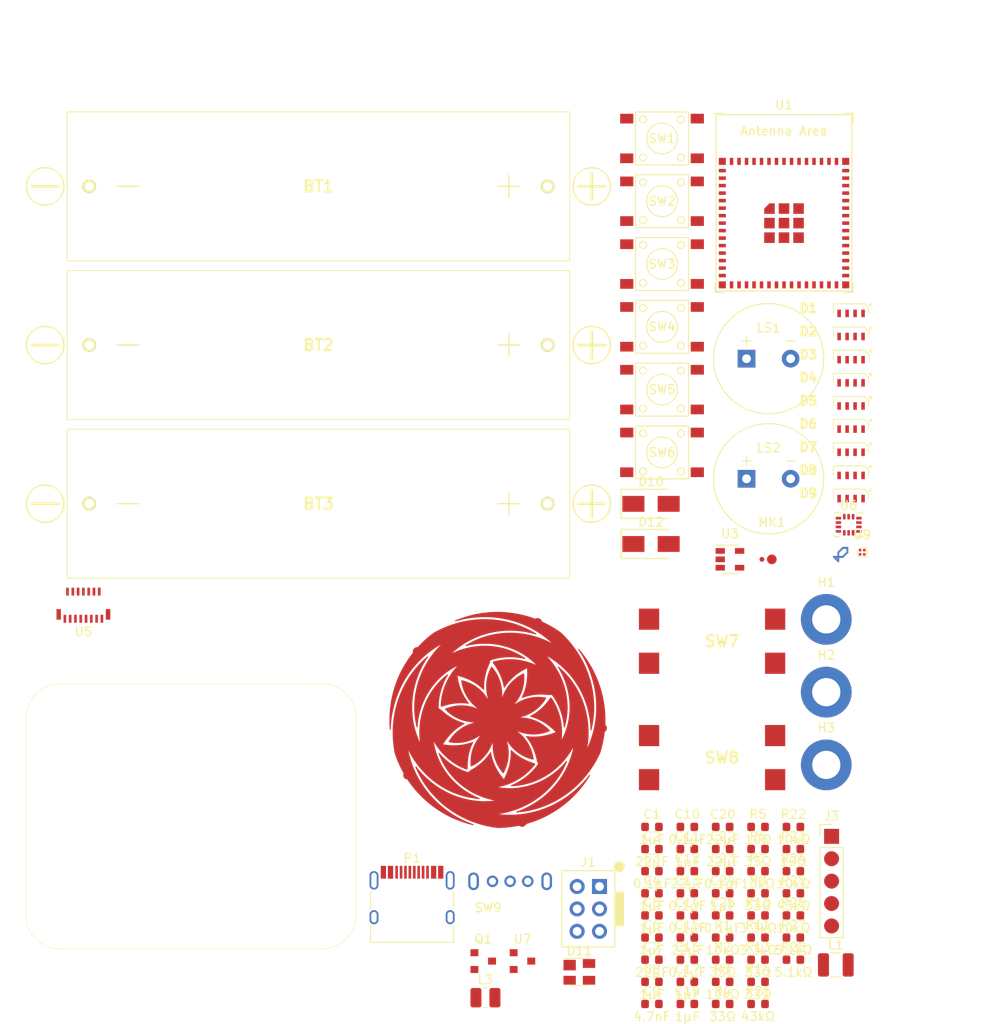
<source format=kicad_pcb>
(kicad_pcb (version 20240108) (generator "pcbnew") (generator_version "8.0")
  (layers (0 "F.Cu" signal) (31 "B.Cu" signal) (34 "B.Paste" user) (35 "F.Paste" user) (36 "B.SilkS" user "B.Silkscreen") (37 "F.SilkS" user "F.Silkscreen") (38 "B.Mask" user) (39 "F.Mask" user) (44 "Edge.Cuts" user))
  (net 0 "")
  (net 1 "BATTMID")
  (net 2 "GND")
  (net 3 "BATTMID2")
  (net 4 "BATTPLUS")
  (net 5 "EN")
  (net 6 "+3V3")
  (net 7 "SNODE")
  (net 8 "MIC")
  (net 9 "Net-(U6-VDD)")
  (net 10 "Net-(U9-VDD)")
  (net 11 "LCD18")
  (net 12 "Net-(C20-Pad1)")
  (net 13 "TFT_LEDA")
  (net 14 "Net-(D1-IN)")
  (net 15 "Net-(D1-OUT)")
  (net 16 "Net-(D2-OUT)")
  (net 17 "Net-(D3-OUT)")
  (net 18 "Net-(D4-OUT)")
  (net 19 "Net-(D5-OUT)")
  (net 20 "Net-(D6-OUT)")
  (net 21 "Net-(D7-OUT)")
  (net 22 "Net-(D8-OUT)")
  (net 24 "Net-(D10-K)")
  (net 25 "Net-(P1-DP1)")
  (net 26 "Net-(P1-DN1)")
  (net 27 "5VIN")
  (net 28 "+5V")
  (net 29 "GPIO17")
  (net 30 "SCL")
  (net 31 "GPIO18")
  (net 32 "SDA")
  (net 33 "RX")
  (net 34 "BTN_1")
  (net 35 "TX")
  (net 36 "Net-(U3-LX)")
  (net 37 "Net-(LS1-Pad1)")
  (net 38 "Net-(LS2-Pad1)")
  (net 39 "CC2")
  (net 42 "CC1")
  (net 43 "TFTATP")
  (net 44 "LED")
  (net 45 "BZR2")
  (net 46 "USB_D+")
  (net 47 "USB_D-")
  (net 48 "VMON")
  (net 49 "BZR1")
  (net 50 "Net-(U3-FB)")
  (net 51 "TFT_RS")
  (net 52 "BTN_2")
  (net 53 "BTN_3")
  (net 54 "BTN_4")
  (net 55 "BTN_5")
  (net 56 "BTN_6")
  (net 57 "BTN_7")
  (net 58 "BTN_8")
  (net 61 "TFT_CS")
  (net 62 "TFT_FMARK")
  (net 63 "TOUCH_6")
  (net 64 "TOUCH_2")
  (net 66 "TFT_RESET")
  (net 67 "TOUCH_1")
  (net 68 "TOUCH_4")
  (net 69 "TFT_SCL")
  (net 71 "TFT_SDA")
  (net 72 "TOUCH_5")
  (net 73 "TOUCH_3")
  (footprint "Swadge_Parts:L_1210_3225Metric" (layer "F.Cu") (at 109.6525 125.83)
    (property "Reference" "L1" (at 0 -2.28 0) (layer "F.SilkS"))
    (property "Value" "33uH_500mA")
    (pad "1" smd roundrect (at -1.4 0) (size 1.25 2.65) (layers "F.Cu" "F.Paste" "F.Mask") (roundrect_rratio 0.2) (net 24 "Net-(D10-K)"))
    (pad "2" smd roundrect (at 1.4 0) (size 1.25 2.65) (layers "F.Cu" "F.Paste" "F.Mask") (roundrect_rratio 0.2) (net 13 "TFT_LEDA"))
  )
  (footprint "Swadge_Parts:C_0603_1608Metric" (layer "F.Cu") (at 92.8125 110.18)
    (property "Reference" "C10" (at 0 -1.43 0) (layer "F.SilkS"))
    (property "Value" "0.1μF" (at 0 1.43 0) (layer "F.SilkS"))
    (pad "1" smd roundrect (at -0.7875 0) (size 0.875 0.95) (layers "F.Cu" "F.Paste" "F.Mask") (net 6 "+3V3"))
    (pad "2" smd roundrect (at 0.7875 0) (size 0.875 0.95) (layers "F.Cu" "F.Paste" "F.Mask") (net 2 "GND"))
  )
  (footprint "Swadge_Parts:D_SMA" (layer "F.Cu") (at 88.6925 78.1)
    (property "Reference" "D12" (at 0 -2.5 0) (layer "F.SilkS"))
    (property "Value" "D")
    (pad "1" smd rect (at -2 0) (size 2.5 1.8) (layers "F.Cu" "F.Paste" "F.Mask") (net 28 "+5V"))
    (pad "2" smd rect (at 2 0) (size 2.5 1.8) (layers "F.Cu" "F.Paste" "F.Mask") (net 27 "5VIN"))
  )
  (footprint "Swadge_Parts:R_0603_1608Metric" (layer "F.Cu") (at 104.8425 122.73)
    (property "Reference" "R27" (at 0 -1.43 0) (layer "F.SilkS"))
    (property "Value" "5.1kΩ" (at 0 1.43 0) (layer "F.SilkS"))
    (pad "1" smd roundrect (at -0.7875 0) (size 0.875 0.95) (layers "F.Cu" "F.Paste" "F.Mask") (net 2 "GND"))
    (pad "2" smd roundrect (at 0.7875 0) (size 0.875 0.95) (layers "F.Cu" "F.Paste" "F.Mask") (net 39 "CC2"))
  )
  (footprint "Swadge_Parts:R_0603_1608Metric" (layer "F.Cu") (at 100.8325 110.18)
    (property "Reference" "R5" (at 0 -1.43 0) (layer "F.SilkS"))
    (property "Value" "10Ω" (at 0 1.43 0) (layer "F.SilkS"))
    (pad "1" smd roundrect (at -0.7875 0) (size 0.875 0.95) (layers "F.Cu" "F.Paste" "F.Mask") (net 45 "BZR2"))
    (pad "2" smd roundrect (at 0.7875 0) (size 0.875 0.95) (layers "F.Cu" "F.Paste" "F.Mask") (net 38 "Net-(LS2-Pad1)"))
  )
  (footprint "Swadge_Parts:C_0603_1608Metric" (layer "F.Cu") (at 96.8225 115.2)
    (property "Reference" "C23" (at 0 -1.43 0) (layer "F.SilkS"))
    (property "Value" "0.1μF" (at 0 1.43 0) (layer "F.SilkS"))
    (pad "1" smd roundrect (at -0.7875 0) (size 0.875 0.95) (layers "F.Cu" "F.Paste" "F.Mask") (net 11 "LCD18"))
    (pad "2" smd roundrect (at 0.7875 0) (size 0.875 0.95) (layers "F.Cu" "F.Paste" "F.Mask") (net 2 "GND"))
  )
  (footprint "Swadge_Parts:L_1008_2520Metric" (layer "F.Cu") (at 69.9125 129.55)
    (property "Reference" "L3" (at 0 -2.05 0) (layer "F.SilkS"))
    (property "Value" "2.2uH")
    (pad "1" smd roundrect (at -1.075 0) (size 1.25 2.2) (layers "F.Cu" "F.Paste" "F.Mask") (roundrect_rratio 0.2) (net 6 "+3V3"))
    (pad "2" smd roundrect (at 1.075 0) (size 1.25 2.2) (layers "F.Cu" "F.Paste" "F.Mask") (roundrect_rratio 0.2) (net 36 "Net-(U3-LX)"))
  )
  (footprint "Swadge_Parts:1825232-1" (layer "F.Cu") (at 72.7125 116.35)
    (property "Reference" "SW9" (at -2.5 3 0) (layer "F.SilkS"))
    (property "Value" "SW_SPDT_1825232-1")
    (pad "1" thru_hole circle (at -2 0) (size 1.3 1.3) (drill 0.8) (layers "*.Cu" "*.Mask") (net 28 "+5V"))
    (pad "2" thru_hole circle (at 0 0) (size 1.3 1.3) (drill 0.8) (layers "*.Cu" "*.Mask") (net 7 "SNODE"))
    (pad "3" thru_hole circle (at 2 0) (size 1.3 1.3) (drill 0.8) (layers "*.Cu" "*.Mask") (net 4 "BATTPLUS"))
    (pad "4" thru_hole oval (at -4.15 0) (size 1.2 2) (drill oval 0.7 1.5) (layers "*.Cu" "*.Mask") (net 2 "GND"))
    (pad "5" thru_hole oval (at 4.15 0) (size 1.2 2) (drill oval 0.7 1.5) (layers "*.Cu" "*.Mask") (net 2 "GND"))
  )
  (footprint "Swadge_Parts:SOT-143" (layer "F.Cu") (at 80.5625 126.62)
    (property "Reference" "D11" (at 0.02 -2.38 0) (layer "F.SilkS"))
    (property "Value" "SP0503BAHT")
    (pad "1" smd rect (at -1.1 -0.77 270) (size 1.2 1.4) (layers "F.Cu" "F.Paste" "F.Mask") (net 2 "GND"))
    (pad "2" smd rect (at -1.1 0.95 270) (size 1 1.4) (layers "F.Cu" "F.Paste" "F.Mask") (net 26 "Net-(P1-DN1)"))
    (pad "3" smd rect (at 1.1 0.95 270) (size 1 1.4) (layers "F.Cu" "F.Paste" "F.Mask") (net 25 "Net-(P1-DP1)"))
    (pad "4" smd rect (at 1.1 -0.95 270) (size 1 1.4) (layers "F.Cu" "F.Paste" "F.Mask") (net 27 "5VIN"))
  )
  (footprint "Swadge_Parts:PinSocket_2x03_P2.54mm_Vertical" (layer "F.Cu") (at 82.8525 116.944017)
    (property "Reference" "J1" (at -1.27 -2.77 0) (layer "F.SilkS"))
    (property "Value" "SAO")
    (pad "1" thru_hole rect (at 0 0) (size 1.7 1.7) (drill 1) (layers "*.Cu" "*.Mask") (net 6 "+3V3"))
    (pad "2" thru_hole oval (at -2.54 0) (size 1.7 1.7) (drill 1) (layers "*.Cu" "*.Mask") (net 2 "GND"))
    (pad "3" thru_hole oval (at 0 2.54) (size 1.7 1.7) (drill 1) (layers "*.Cu" "*.Mask") (net 32 "SDA"))
    (pad "4" thru_hole oval (at -2.54 2.54) (size 1.7 1.7) (drill 1) (layers "*.Cu" "*.Mask") (net 30 "SCL"))
    (pad "5" thru_hole oval (at 0 5.08) (size 1.7 1.7) (drill 1) (layers "*.Cu" "*.Mask") (net 29 "GPIO17"))
    (pad "6" thru_hole oval (at -2.54 5.08) (size 1.7 1.7) (drill 1) (layers "*.Cu" "*.Mask") (net 31 "GPIO18"))
  )
  (footprint "Swadge_Parts:ESP32-S2-MINI-1" (layer "F.Cu") (at 103.7775 41.715)
    (property "Reference" "U1" (at 0 -13.4 0) (layer "F.SilkS"))
    (property "Value" "ESP32-S2-MINI-1")
    (fp_text user "Antenna Area" (at 0 -10.45 0) (layer "F.SilkS"))
    (pad "1" smd rect (at -7 -5.95 90) (size 0.4 0.8) (layers "F.Cu" "F.Paste" "F.Mask") (net 2 "GND"))
    (pad "2" smd rect (at -7 -5.1 90) (size 0.4 0.8) (layers "F.Cu" "F.Paste" "F.Mask") (net 2 "GND"))
    (pad "3" smd rect (at -7 -4.25 90) (size 0.4 0.8) (layers "F.Cu" "F.Paste" "F.Mask") (net 6 "+3V3"))
    (pad "4" smd rect (at -7 -3.4 90) (size 0.4 0.8) (layers "F.Cu" "F.Paste" "F.Mask") (net 34 "BTN_1"))
    (pad "5" smd rect (at -7 -2.55 90) (size 0.4 0.8) (layers "F.Cu" "F.Paste" "F.Mask") (net 52 "BTN_2"))
    (pad "6" smd rect (at -7 -1.7 90) (size 0.4 0.8) (layers "F.Cu" "F.Paste" "F.Mask") (net 53 "BTN_3"))
    (pad "7" smd rect (at -7 -0.85 90) (size 0.4 0.8) (layers "F.Cu" "F.Paste" "F.Mask") (net 32 "SDA"))
    (pad "8" smd rect (at -7 0 90) (size 0.4 0.8) (layers "F.Cu" "F.Paste" "F.Mask") (net 54 "BTN_4"))
    (pad "9" smd rect (at -7 0.85 90) (size 0.4 0.8) (layers "F.Cu" "F.Paste" "F.Mask") (net 55 "BTN_5"))
    (pad "10" smd rect (at -7 1.7 90) (size 0.4 0.8) (layers "F.Cu" "F.Paste" "F.Mask") (net 48 "VMON"))
    (pad "11" smd rect (at -7 2.55 90) (size 0.4 0.8) (layers "F.Cu" "F.Paste" "F.Mask") (net 8 "MIC"))
    (pad "12" smd rect (at -7 3.4 90) (size 0.4 0.8) (layers "F.Cu" "F.Paste" "F.Mask") (net 56 "BTN_6"))
    (pad "13" smd rect (at -7 4.25 90) (size 0.4 0.8) (layers "F.Cu" "F.Paste" "F.Mask") (net 67 "TOUCH_1"))
    (pad "14" smd rect (at -7 5.1 90) (size 0.4 0.8) (layers "F.Cu" "F.Paste" "F.Mask") (net 64 "TOUCH_2"))
    (pad "15" smd rect (at -7 5.95 90) (size 0.4 0.8) (layers "F.Cu" "F.Paste" "F.Mask") (net 73 "TOUCH_3"))
    (pad "16" smd rect (at -5.95 7) (size 0.4 0.8) (layers "F.Cu" "F.Paste" "F.Mask") (net 68 "TOUCH_4"))
    (pad "17" smd rect (at -5.1 7) (size 0.4 0.8) (layers "F.Cu" "F.Paste" "F.Mask") (net 72 "TOUCH_5"))
    (pad "18" smd rect (at -4.25 7) (size 0.4 0.8) (layers "F.Cu" "F.Paste" "F.Mask") (net 63 "TOUCH_6"))
    (pad "19" smd rect (at -3.4 7) (size 0.4 0.8) (layers "F.Cu" "F.Paste" "F.Mask") (net 57 "BTN_7"))
    (pad "20" smd rect (at -2.55 7) (size 0.4 0.8) (layers "F.Cu" "F.Paste" "F.Mask") (net 58 "BTN_8"))
    (pad "21" smd rect (at -1.7 7) (size 0.4 0.8) (layers "F.Cu" "F.Paste" "F.Mask") (net 29 "GPIO17"))
    (pad "22" smd rect (at -0.85 7) (size 0.4 0.8) (layers "F.Cu" "F.Paste" "F.Mask") (net 31 "GPIO18"))
    (pad "23" smd rect (at 0 7) (size 0.4 0.8) (layers "F.Cu" "F.Paste" "F.Mask") (net 47 "USB_D-"))
    (pad "24" smd rect (at 0.85 7) (size 0.4 0.8) (layers "F.Cu" "F.Paste" "F.Mask") (net 46 "USB_D+"))
    (pad "25" smd rect (at 1.7 7) (size 0.4 0.8) (layers "F.Cu" "F.Paste" "F.Mask") (net 51 "TFT_RS"))
    (pad "26" smd rect (at 2.55 7) (size 0.4 0.8) (layers "F.Cu" "F.Paste" "F.Mask"))
    (pad "27" smd rect (at 3.4 7) (size 0.4 0.8) (layers "F.Cu" "F.Paste" "F.Mask"))
    (pad "28" smd rect (at 4.25 7) (size 0.4 0.8) (layers "F.Cu" "F.Paste" "F.Mask") (net 62 "TFT_FMARK"))
    (pad "29" smd rect (at 5.1 7) (size 0.4 0.8) (layers "F.Cu" "F.Paste" "F.Mask") (net 61 "TFT_CS"))
    (pad "30" smd rect (at 5.95 7) (size 0.4 0.8) (layers "F.Cu" "F.Paste" "F.Mask") (net 2 "GND"))
    (pad "31" smd rect (at 7 5.95 90) (size 0.4 0.8) (layers "F.Cu" "F.Paste" "F.Mask") (net 43 "TFTATP"))
    (pad "32" smd rect (at 7 5.1 90) (size 0.4 0.8) (layers "F.Cu" "F.Paste" "F.Mask") (net 69 "TFT_SCL"))
    (pad "33" smd rect (at 7 4.25 90) (size 0.4 0.8) (layers "F.Cu" "F.Paste" "F.Mask") (net 71 "TFT_SDA"))
    (pad "34" smd rect (at 7 3.4 90) (size 0.4 0.8) (layers "F.Cu" "F.Paste" "F.Mask") (net 66 "TFT_RESET"))
    (pad "35" smd rect (at 7 2.55 90) (size 0.4 0.8) (layers "F.Cu" "F.Paste" "F.Mask") (net 44 "LED"))
    (pad "36" smd rect (at 7 1.7 90) (size 0.4 0.8) (layers "F.Cu" "F.Paste" "F.Mask") (net 49 "BZR1"))
    (pad "37" smd rect (at 7 0.85 90) (size 0.4 0.8) (layers "F.Cu" "F.Paste" "F.Mask") (net 30 "SCL"))
    (pad "38" smd rect (at 7 0 90) (size 0.4 0.8) (layers "F.Cu" "F.Paste" "F.Mask") (net 45 "BZR2"))
    (pad "39" smd rect (at 7 -0.85 90) (size 0.4 0.8) (layers "F.Cu" "F.Paste" "F.Mask") (net 35 "TX"))
    (pad "40" smd rect (at 7 -1.7 90) (size 0.4 0.8) (layers "F.Cu" "F.Paste" "F.Mask") (net 33 "RX"))
    (pad "41" smd rect (at 7 -2.55 90) (size 0.4 0.8) (layers "F.Cu" "F.Paste" "F.Mask"))
    (pad "42" smd rect (at 7 -3.4 90) (size 0.4 0.8) (layers "F.Cu" "F.Paste" "F.Mask") (net 2 "GND"))
    (pad "43" smd rect (at 7 -4.25 90) (size 0.4 0.8) (layers "F.Cu" "F.Paste" "F.Mask") (net 2 "GND"))
    (pad "44" smd rect (at 7 -5.1 90) (size 0.4 0.8) (layers "F.Cu" "F.Paste" "F.Mask"))
    (pad "45" smd rect (at 7 -5.95 90) (size 0.4 0.8) (layers "F.Cu" "F.Paste" "F.Mask") (net 5 "EN"))
    (pad "46" smd rect (at 5.95 -7) (size 0.4 0.8) (layers "F.Cu" "F.Paste" "F.Mask") (net 2 "GND"))
    (pad "47" smd rect (at 5.1 -7) (size 0.4 0.8) (layers "F.Cu" "F.Paste" "F.Mask") (net 2 "GND"))
    (pad "48" smd rect (at 4.25 -7) (size 0.4 0.8) (layers "F.Cu" "F.Paste" "F.Mask") (net 2 "GND"))
    (pad "49" smd rect (at 3.4 -7) (size 0.4 0.8) (layers "F.Cu" "F.Paste" "F.Mask") (net 2 "GND"))
    (pad "50" smd rect (at 2.55 -7) (size 0.4 0.8) (layers "F.Cu" "F.Paste" "F.Mask") (net 2 "GND"))
    (pad "51" smd rect (at 1.7 -7) (size 0.4 0.8) (layers "F.Cu" "F.Paste" "F.Mask") (net 2 "GND"))
    (pad "52" smd rect (at 0.85 -7) (size 0.4 0.8) (layers "F.Cu" "F.Paste" "F.Mask") (net 2 "GND"))
    (pad "53" smd rect (at 0 -7) (size 0.4 0.8) (layers "F.Cu" "F.Paste" "F.Mask") (net 2 "GND"))
    (pad "54" smd rect (at -0.85 -7) (size 0.4 0.8) (layers "F.Cu" "F.Paste" "F.Mask") (net 2 "GND"))
    (pad "55" smd rect (at -1.7 -7) (size 0.4 0.8) (layers "F.Cu" "F.Paste" "F.Mask") (net 2 "GND"))
    (pad "56" smd rect (at -2.55 -7) (size 0.4 0.8) (layers "F.Cu" "F.Paste" "F.Mask") (net 2 "GND"))
    (pad "57" smd rect (at -3.4 -7) (size 0.4 0.8) (layers "F.Cu" "F.Paste" "F.Mask") (net 2 "GND"))
    (pad "58" smd rect (at -4.25 -7) (size 0.4 0.8) (layers "F.Cu" "F.Paste" "F.Mask") (net 2 "GND"))
    (pad "59" smd rect (at -5.1 -7) (size 0.4 0.8) (layers "F.Cu" "F.Paste" "F.Mask") (net 2 "GND"))
    (pad "60" smd rect (at -5.95 -7) (size 0.4 0.8) (layers "F.Cu" "F.Paste" "F.Mask") (net 2 "GND"))
    (pad "61" smd custom (at -1.65 -1.65) (size 0.6 0.6) (layers "F.Cu" "F.Paste" "F.Mask") (net 2 "GND") (options (clearance outline) (anchor rect)) (primitives (gr_poly (pts (xy 0.6 0.6) (xy -0.6 0.6) (xy -0.6 0) (xy 0 -0.6) (xy 0.6 -0.6)) (width 0) (fill yes))))
    (pad "61" smd rect (at -1.65 0) (size 1.2 1.2) (layers "F.Cu" "F.Paste" "F.Mask") (net 2 "GND"))
    (pad "61" smd rect (at -1.65 1.65) (size 1.2 1.2) (layers "F.Cu" "F.Paste" "F.Mask") (net 2 "GND"))
    (pad "61" smd rect (at 0 -1.65) (size 1.2 1.2) (layers "F.Cu" "F.Paste" "F.Mask") (net 2 "GND"))
    (pad "61" smd rect (at 0 0) (size 1.2 1.2) (layers "F.Cu" "F.Paste" "F.Mask") (net 2 "GND"))
    (pad "61" smd rect (at 0 1.65) (size 1.2 1.2) (layers "F.Cu" "F.Paste" "F.Mask") (net 2 "GND"))
    (pad "61" smd rect (at 1.65 -1.65) (size 1.2 1.2) (layers "F.Cu" "F.Paste" "F.Mask") (net 2 "GND"))
    (pad "61" smd rect (at 1.65 0) (size 1.2 1.2) (layers "F.Cu" "F.Paste" "F.Mask") (net 2 "GND"))
    (pad "61" smd rect (at 1.65 1.65) (size 1.2 1.2) (layers "F.Cu" "F.Paste" "F.Mask") (net 2 "GND"))
    (pad "62" smd rect (at -7 -7 180) (size 0.8 0.8) (layers "F.Cu" "F.Paste" "F.Mask") (net 2 "GND"))
    (pad "63" smd rect (at -7 7 180) (size 0.8 0.8) (layers "F.Cu" "F.Paste" "F.Mask") (net 2 "GND"))
    (pad "64" smd rect (at 7 7 180) (size 0.8 0.8) (layers "F.Cu" "F.Paste" "F.Mask") (net 2 "GND"))
    (pad "65" smd rect (at 7 -7 180) (size 0.8 0.8) (layers "F.Cu" "F.Paste" "F.Mask") (net 2 "GND"))
  )
  (footprint "Swadge_Parts:R_0603_1608Metric" (layer "F.Cu") (at 100.8325 115.2)
    (property "Reference" "R7" (at 0 -1.43 0) (layer "F.SilkS"))
    (property "Value" "10kΩ" (at 0 1.43 0) (layer "F.SilkS"))
    (pad "1" smd roundrect (at -0.7875 0) (size 0.875 0.95) (layers "F.Cu" "F.Paste" "F.Mask") (net 6 "+3V3"))
    (pad "2" smd roundrect (at 0.7875 0) (size 0.875 0.95) (layers "F.Cu" "F.Paste" "F.Mask") (net 43 "TFTATP"))
  )
  (footprint "Swadge_Parts:C_0603_1608Metric" (layer "F.Cu") (at 88.8025 125.24)
    (property "Reference" "C7" (at 0 -1.43 0) (layer "F.SilkS"))
    (property "Value" "22μF" (at 0 1.43 0) (layer "F.SilkS"))
    (pad "1" smd roundrect (at -0.7875 0) (size 0.875 0.95) (layers "F.Cu" "F.Paste" "F.Mask") (net 7 "SNODE"))
    (pad "2" smd roundrect (at 0.7875 0) (size 0.875 0.95) (layers "F.Cu" "F.Paste" "F.Mask") (net 2 "GND"))
  )
  (footprint "Swadge_Parts:C_0603_1608Metric" (layer "F.Cu") (at 92.8125 127.75)
    (property "Reference" "C17" (at 0 -1.43 0) (layer "F.SilkS"))
    (property "Value" "1μF" (at 0 1.43 0) (layer "F.SilkS"))
    (pad "1" smd roundrect (at -0.7875 0) (size 0.875 0.95) (layers "F.Cu" "F.Paste" "F.Mask") (net 6 "+3V3"))
    (pad "2" smd roundrect (at 0.7875 0) (size 0.875 0.95) (layers "F.Cu" "F.Paste" "F.Mask") (net 2 "GND"))
  )
  (footprint "Swadge_Parts:YTS-D003-1A" (layer "F.Cu") (at 89.9425 53.475)
    (property "Reference" "SW4" (at 0 0 0) (layer "F.SilkS"))
    (property "Value" "YTS-D003-1A")
    (pad "1" smd rect (at -4 -2.25) (size 1.5 1.1) (layers "F.Cu" "F.Paste" "F.Mask") (net 54 "BTN_4"))
    (pad "2" smd rect (at 4 -2.25) (size 1.5 1.1) (layers "F.Cu" "F.Paste" "F.Mask") (net 54 "BTN_4"))
    (pad "3" smd rect (at -4 2.25) (size 1.5 1.1) (layers "F.Cu" "F.Paste" "F.Mask") (net 2 "GND"))
    (pad "4" smd rect (at 4 2.25) (size 1.5 1.1) (layers "F.Cu" "F.Paste" "F.Mask") (net 2 "GND"))
  )
  (footprint "Swadge_Parts:C_0603_1608Metric" (layer "F.Cu") (at 88.8025 120.22)
    (property "Reference" "C5" (at 0 -1.43 0) (layer "F.SilkS"))
    (property "Value" "1μF" (at 0 1.43 0) (layer "F.SilkS"))
    (pad "1" smd roundrect (at -0.7875 0) (size 0.875 0.95) (layers "F.Cu" "F.Paste" "F.Mask") (net 6 "+3V3"))
    (pad "2" smd roundrect (at 0.7875 0) (size 0.875 0.95) (layers "F.Cu" "F.Paste" "F.Mask") (net 2 "GND"))
  )
  (footprint "Swadge_Parts:MountingHole_3.2mm_M3" (layer "F.Cu") (at 108.5725 103.15)
    (property "Reference" "H3" (at 0 -4.2 0) (layer "F.SilkS"))
    (property "Value" "MountingHole")
    (pad "1" thru_hole circle (at 0 0 90) (size 5.75 5.75) (drill 3.2) (layers "*.Cu" "*.Mask") (net 2 "GND"))
  )
  (footprint "Swadge_Parts:R_0603_1608Metric" (layer "F.Cu") (at 104.8425 117.71)
    (property "Reference" "R25" (at 0 -1.43 0) (layer "F.SilkS"))
    (property "Value" "43kΩ" (at 0 1.43 0) (layer "F.SilkS"))
    (pad "1" smd roundrect (at -0.7875 0) (size 0.875 0.95) (layers "F.Cu" "F.Paste" "F.Mask") (net 50 "Net-(U3-FB)"))
    (pad "2" smd roundrect (at 0.7875 0) (size 0.875 0.95) (layers "F.Cu" "F.Paste" "F.Mask") (net 6 "+3V3"))
  )
  (footprint "Swadge_Parts:YTS-D003-1A" (layer "F.Cu") (at 89.9425 60.595)
    (property "Reference" "SW5" (at 0 0 0) (layer "F.SilkS"))
    (property "Value" "YTS-D003-1A")
    (pad "1" smd rect (at -4 -2.25) (size 1.5 1.1) (layers "F.Cu" "F.Paste" "F.Mask") (net 55 "BTN_5"))
    (pad "2" smd rect (at 4 -2.25) (size 1.5 1.1) (layers "F.Cu" "F.Paste" "F.Mask") (net 55 "BTN_5"))
    (pad "3" smd rect (at -4 2.25) (size 1.5 1.1) (layers "F.Cu" "F.Paste" "F.Mask") (net 2 "GND"))
    (pad "4" smd rect (at 4 2.25) (size 1.5 1.1) (layers "F.Cu" "F.Paste" "F.Mask") (net 2 "GND"))
  )
  (footprint "Swadge_Parts:SOT-23-5" (layer "F.Cu") (at 97.6425 79.84)
    (property "Reference" "U3" (at 0 -2.9 0) (layer "F.SilkS"))
    (property "Value" "MT3410")
    (pad "1" smd rect (at -1.1 -0.95) (size 1.06 0.65) (layers "F.Cu" "F.Paste" "F.Mask") (net 7 "SNODE"))
    (pad "2" smd rect (at -1.1 0) (size 1.06 0.65) (layers "F.Cu" "F.Paste" "F.Mask") (net 2 "GND"))
    (pad "3" smd rect (at -1.1 0.95) (size 1.06 0.65) (layers "F.Cu" "F.Paste" "F.Mask") (net 36 "Net-(U3-LX)"))
    (pad "4" smd rect (at 1.1 0.95) (size 1.06 0.65) (layers "F.Cu" "F.Paste" "F.Mask") (net 7 "SNODE"))
    (pad "5" smd rect (at 1.1 -0.95) (size 1.06 0.65) (layers "F.Cu" "F.Paste" "F.Mask") (net 50 "Net-(U3-FB)"))
  )
  (footprint "Swadge_Parts:R_0603_1608Metric" (layer "F.Cu") (at 96.8225 127.75)
    (property "Reference" "R3" (at 0 -1.43 0) (layer "F.SilkS"))
    (property "Value" "12kΩ" (at 0 1.43 0) (layer "F.SilkS"))
    (pad "1" smd roundrect (at -0.7875 0) (size 0.875 0.95) (layers "F.Cu" "F.Paste" "F.Mask") (net 12 "Net-(C20-Pad1)"))
    (pad "2" smd roundrect (at 0.7875 0) (size 0.875 0.95) (layers "F.Cu" "F.Paste" "F.Mask") (net 8 "MIC"))
  )
  (footprint "Swadge_Parts:C_0603_1608Metric" (layer "F.Cu") (at 92.8125 117.71)
    (property "Reference" "C13" (at 0 -1.43 0) (layer "F.SilkS"))
    (property "Value" "0.1μF" (at 0 1.43 0) (layer "F.SilkS"))
    (pad "1" smd roundrect (at -0.7875 0) (size 0.875 0.95) (layers "F.Cu" "F.Paste" "F.Mask") (net 9 "Net-(U6-VDD)"))
    (pad "2" smd roundrect (at 0.7875 0) (size 0.875 0.95) (layers "F.Cu" "F.Paste" "F.Mask") (net 2 "GND"))
  )
  (footprint "Swadge_Parts:R_0603_1608Metric" (layer "F.Cu") (at 104.8425 115.2)
    (property "Reference" "R24" (at 0 -1.43 0) (layer "F.SilkS"))
    (property "Value" "10kΩ" (at 0 1.43 0) (layer "F.SilkS"))
    (pad "1" smd roundrect (at -0.7875 0) (size 0.875 0.95) (layers "F.Cu" "F.Paste" "F.Mask") (net 2 "GND"))
    (pad "2" smd roundrect (at 0.7875 0) (size 0.875 0.95) (layers "F.Cu" "F.Paste" "F.Mask") (net 50 "Net-(U3-FB)"))
  )
  (footprint "Swadge_Parts:4020PAD" (layer "F.Cu") (at 111.3875 54.575)
    (property "Reference" "D2" (at -6 0 0) (layer "F.SilkS") (effects (font (thickness 0.25) (bold yes)) (justify left bottom)))
    (property "Value" "LC8812B-4020" (hide yes))
    (pad "1" smd rect (at 1.357 0 180) (size 0.4 0.85) (layers "F.Cu" "F.Paste" "F.Mask") (net 15 "Net-(D1-OUT)"))
    (pad "2" smd rect (at 0.45233 0 180) (size 0.4 0.85) (layers "F.Cu" "F.Paste" "F.Mask") (net 6 "+3V3"))
    (pad "3" smd rect (at -0.45233 0 180) (size 0.4 0.85) (layers "F.Cu" "F.Paste" "F.Mask") (net 16 "Net-(D2-OUT)"))
    (pad "4" smd rect (at -1.357 0 180) (size 0.4 0.85) (layers "F.Cu" "F.Paste" "F.Mask") (net 2 "GND"))
  )
  (footprint "Swadge_Parts:MountingHole_3.2mm_M3" (layer "F.Cu") (at 108.5725 86.65)
    (property "Reference" "H1" (at 0 -4.2 0) (layer "F.SilkS"))
    (property "Value" "MountingHole")
    (pad "1" thru_hole circle (at 0 0 90) (size 5.75 5.75) (drill 3.2) (layers "*.Cu" "*.Mask") (net 2 "GND"))
  )
  (footprint "Swadge_Parts:C_0603_1608Metric" (layer "F.Cu") (at 92.8125 120.22)
    (property "Reference" "C14" (at 0 -1.43 0) (layer "F.SilkS"))
    (property "Value" "0.1μF" (at 0 1.43 0) (layer "F.SilkS"))
    (pad "1" smd roundrect (at -0.7875 0) (size 0.875 0.95) (layers "F.Cu" "F.Paste" "F.Mask") (net 10 "Net-(U9-VDD)"))
    (pad "2" smd roundrect (at 0.7875 0) (size 0.875 0.95) (layers "F.Cu" "F.Paste" "F.Mask") (net 2 "GND"))
  )
  (footprint "Swadge_Parts:D_SMA" (layer "F.Cu") (at 88.6925 73.55)
    (property "Reference" "D10" (at 0 -2.5 0) (layer "F.SilkS"))
    (property "Value" "D")
    (pad "1" smd rect (at -2 0) (size 2.5 1.8) (layers "F.Cu" "F.Paste" "F.Mask") (net 24 "Net-(D10-K)"))
    (pad "2" smd rect (at 2 0) (size 2.5 1.8) (layers "F.Cu" "F.Paste" "F.Mask") (net 2 "GND"))
  )
  (footprint "Swadge_Parts:C_0603_1608Metric" (layer "F.Cu") (at 96.8225 117.71)
    (property "Reference" "C24" (at 0 -1.43 0) (layer "F.SilkS"))
    (property "Value" "1μF" (at 0 1.43 0) (layer "F.SilkS"))
    (pad "1" smd roundrect (at -0.7875 0) (size 0.875 0.95) (layers "F.Cu" "F.Paste" "F.Mask") (net 6 "+3V3"))
    (pad "2" smd roundrect (at 0.7875 0) (size 0.875 0.95) (layers "F.Cu" "F.Paste" "F.Mask") (net 2 "GND"))
  )
  (footprint "Swadge_Parts:R_0603_1608Metric" (layer "F.Cu") (at 100.8325 125.24)
    (property "Reference" "R13" (at 0 -1.43 0) (layer "F.SilkS"))
    (property "Value" "33Ω" (at 0 1.43 0) (layer "F.SilkS"))
    (pad "1" smd roundrect (at -0.7875 0) (size 0.875 0.95) (layers "F.Cu" "F.Paste" "F.Mask") (net 46 "USB_D+"))
    (pad "2" smd roundrect (at 0.7875 0) (size 0.875 0.95) (layers "F.Cu" "F.Paste" "F.Mask") (net 25 "Net-(P1-DP1)"))
  )
  (footprint "Swadge_Parts:PinHeader_1x05_P2.54mm_Vertical" (layer "F.Cu") (at 109.1725 111.25)
    (property "Reference" "J3" (at 0 -2.33 0) (layer "F.SilkS"))
    (property "Value" "PGM")
    (pad "1" smd rect (at 0 0) (size 1.7 1.7) (layers "F.Cu" "F.Paste" "F.Mask") (net 34 "BTN_1"))
    (pad "2" smd oval (at 0 2.54) (size 1.7 1.7) (layers "F.Cu" "F.Paste" "F.Mask") (net 27 "5VIN"))
    (pad "3" smd oval (at 0 5.08) (size 1.7 1.7) (layers "F.Cu" "F.Paste" "F.Mask") (net 35 "TX"))
    (pad "4" smd oval (at 0 7.62) (size 1.7 1.7) (layers "F.Cu" "F.Paste" "F.Mask") (net 33 "RX"))
    (pad "5" smd oval (at 0 10.16) (size 1.7 1.7) (layers "F.Cu" "F.Paste" "F.Mask") (net 2 "GND"))
  )
  (footprint "Swadge_Parts:C_0603_1608Metric" (layer "F.Cu") (at 92.8125 115.2)
    (property "Reference" "C12" (at 0 -1.43 0) (layer "F.SilkS"))
    (property "Value" "22μF" (at 0 1.43 0) (layer "F.SilkS"))
    (pad "1" smd roundrect (at -0.7875 0) (size 0.875 0.95) (layers "F.Cu" "F.Paste" "F.Mask") (net 9 "Net-(U6-VDD)"))
    (pad "2" smd roundrect (at 0.7875 0) (size 0.875 0.95) (layers "F.Cu" "F.Paste" "F.Mask") (net 2 "GND"))
  )
  (footprint "Swadge_Parts:Buzzer_12.5x7.5" (layer "F.Cu") (at 102.0275 57.085)
    (property "Reference" "LS1" (at 0 -3.5 0) (layer "F.SilkS"))
    (property "Value" "Buzzer")
    (pad "1" thru_hole rect (at -2.5 0) (size 2 2) (drill oval 1) (layers "*.Cu" "*.Mask") (net 37 "Net-(LS1-Pad1)"))
    (pad "2" thru_hole circle (at 2.5 0 90) (size 2 2) (drill 1) (layers "*.Cu" "*.Mask") (net 2 "GND"))
  )
  (footprint "Swadge_Parts:SOT-23" (layer "F.Cu") (at 69.6625 125.4)
    (property "Reference" "Q1" (at 0 -2.5 0) (layer "F.SilkS"))
    (property "Value" "Q_PMOS_GSD")
    (pad "1" smd rect (at -1 -0.95) (size 0.9 0.8) (layers "F.Cu" "F.Paste" "F.Mask") (net 43 "TFTATP"))
    (pad "2" smd rect (at -1 0.95) (size 0.9 0.8) (layers "F.Cu" "F.Paste" "F.Mask") (net 6 "+3V3"))
    (pad "3" smd rect (at 1 0) (size 0.9 0.8) (layers "F.Cu" "F.Paste" "F.Mask") (net 24 "Net-(D10-K)"))
  )
  (footprint "Swadge_Parts:C_0603_1608Metric" (layer "F.Cu") (at 96.8225 120.22)
    (property "Reference" "C25" (at 0 -1.43 0) (layer "F.SilkS"))
    (property "Value" "0.1μF" (at 0 1.43 0) (layer "F.SilkS"))
    (pad "1" smd roundrect (at -0.7875 0) (size 0.875 0.95) (layers "F.Cu" "F.Paste" "F.Mask") (net 11 "LCD18"))
    (pad "2" smd roundrect (at 0.7875 0) (size 0.875 0.95) (layers "F.Cu" "F.Paste" "F.Mask") (net 2 "GND"))
  )
  (footprint "Swadge_Parts:4020PAD" (layer "F.Cu") (at 111.3875 62.45)
    (property "Reference" "D5" (at -6 0 0) (layer "F.SilkS") (effects (font (thickness 0.25) (bold yes)) (justify left bottom)))
    (property "Value" "LC8812B-4020" (hide yes))
    (pad "1" smd rect (at 1.357 0 180) (size 0.4 0.85) (layers "F.Cu" "F.Paste" "F.Mask") (net 18 "Net-(D4-OUT)"))
    (pad "2" smd rect (at 0.45233 0 180) (size 0.4 0.85) (layers "F.Cu" "F.Paste" "F.Mask") (net 6 "+3V3"))
    (pad "3" smd rect (at -0.45233 0 180) (size 0.4 0.85) (layers "F.Cu" "F.Paste" "F.Mask") (net 19 "Net-(D5-OUT)"))
    (pad "4" smd rect (at -1.357 0 180) (size 0.4 0.85) (layers "F.Cu" "F.Paste" "F.Mask") (net 2 "GND"))
  )
  (footprint "Swadge_Parts:4020PAD" (layer "F.Cu") (at 111.3875 51.95)
    (property "Reference" "D1" (at -6 0 0) (layer "F.SilkS") (effects (font (thickness 0.25) (bold yes)) (justify left bottom)))
    (property "Value" "LC8812B-4020" (hide yes))
    (pad "1" smd rect (at 1.357 0 180) (size 0.4 0.85) (layers "F.Cu" "F.Paste" "F.Mask") (net 14 "Net-(D1-IN)"))
    (pad "2" smd rect (at 0.45233 0 180) (size 0.4 0.85) (layers "F.Cu" "F.Paste" "F.Mask") (net 6 "+3V3"))
    (pad "3" smd rect (at -0.45233 0 180) (size 0.4 0.85) (layers "F.Cu" "F.Paste" "F.Mask") (net 15 "Net-(D1-OUT)"))
    (pad "4" smd rect (at -1.357 0 180) (size 0.4 0.85) (layers "F.Cu" "F.Paste" "F.Mask") (net 2 "GND"))
  )
  (footprint "Swadge_Parts:R_0603_1608Metric" (layer "F.Cu") (at 100.8325 127.75)
    (property "Reference" "R14" (at 0 -1.43 0) (layer "F.SilkS"))
    (property "Value" "33Ω" (at 0 1.43 0) (layer "F.SilkS"))
    (pad "1" smd roundrect (at -0.7875 0) (size 0.875 0.95) (layers "F.Cu" "F.Paste" "F.Mask") (net 47 "USB_D-"))
    (pad "2" smd roundrect (at 0.7875 0) (size 0.875 0.95) (layers "F.Cu" "F.Paste" "F.Mask") (net 26 "Net-(P1-DN1)"))
  )
  (footprint "Swadge_Parts:R_0603_1608Metric" (layer "F.Cu") (at 100.8325 117.71)
    (property "Reference" "R8" (at 0 -1.43 0) (layer "F.SilkS"))
    (property "Value" "33Ω" (at 0 1.43 0) (layer "F.SilkS"))
    (pad "1" smd roundrect (at -0.7875 0) (size 0.875 0.95) (layers "F.Cu" "F.Paste" "F.Mask") (net 9 "Net-(U6-VDD)"))
    (pad "2" smd roundrect (at 0.7875 0) (size 0.875 0.95) (layers "F.Cu" "F.Paste" "F.Mask") (net 6 "+3V3"))
  )
  (footprint "Swadge_Parts:R_0603_1608Metric" (layer "F.Cu") (at 100.8325 130.26)
    (property "Reference" "R21" (at 0 -1.43 0) (layer "F.SilkS"))
    (property "Value" "43kΩ" (at 0 1.43 0) (layer "F.SilkS"))
    (pad "1" smd roundrect (at -0.7875 0) (size 0.875 0.95) (layers "F.Cu" "F.Paste" "F.Mask") (net 48 "VMON"))
    (pad "2" smd roundrect (at 0.7875 0) (size 0.875 0.95) (layers "F.Cu" "F.Paste" "F.Mask") (net 7 "SNODE"))
  )
  (footprint "Swadge_Parts:C_0603_1608Metric" (layer "F.Cu") (at 88.8025 110.18)
    (property "Reference" "C1" (at 0 -1.43 0) (layer "F.SilkS"))
    (property "Value" "1μF" (at 0 1.43 0) (layer "F.SilkS"))
    (pad "1" smd roundrect (at -0.7875 0) (size 0.875 0.95) (layers "F.Cu" "F.Paste" "F.Mask") (net 5 "EN"))
    (pad "2" smd roundrect (at 0.7875 0) (size 0.875 0.95) (layers "F.Cu" "F.Paste" "F.Mask") (net 2 "GND"))
  )
  (footprint "Swadge_Parts:YTS-D003-1A" (layer "F.Cu") (at 89.9425 32.115)
    (property "Reference" "SW1" (at 0 0 0) (layer "F.SilkS"))
    (property "Value" "YTS-D003-1A")
    (pad "1" smd rect (at -4 -2.25) (size 1.5 1.1) (layers "F.Cu" "F.Paste" "F.Mask") (net 34 "BTN_1"))
    (pad "2" smd rect (at 4 -2.25) (size 1.5 1.1) (layers "F.Cu" "F.Paste" "F.Mask") (net 34 "BTN_1"))
    (pad "3" smd rect (at -4 2.25) (size 1.5 1.1) (layers "F.Cu" "F.Paste" "F.Mask") (net 2 "GND"))
    (pad "4" smd rect (at 4 2.25) (size 1.5 1.1) (layers "F.Cu" "F.Paste" "F.Mask") (net 2 "GND"))
  )
  (footprint "Swadge_Parts:INGHAi_MIC_GMI4013S-2C58DB" (layer "F.Cu") (at 102.395276 79.842776)
    (property "Reference" "MK1" (at 0 -4.2 0) (layer "F.SilkS"))
    (property "Value" "Microphone")
    (pad "1" smd custom (at -1.125 0) (size 0.5 0.5) (layers "F.Cu" "F.Paste" "F.Mask") (net 2 "GND") (options (clearance outline) (anchor circle)) (primitives (gr_arc (start 0 0) (mid 2.25 0) (end 0 0) (width 0.55))))
    (pad "2" smd circle (at 0 0) (size 1.1 1.1) (layers "F.Cu" "F.Paste" "F.Mask") (net 8 "MIC"))
  )
  (footprint "Swadge_Parts:C_0603_1608Metric" (layer "F.Cu") (at 96.8225 112.69)
    (property "Reference" "C22" (at 0 -1.43 0) (layer "F.SilkS"))
    (property "Value" "22μF" (at 0 1.43 0) (layer "F.SilkS"))
    (pad "1" smd roundrect (at -0.7875 0) (size 0.875 0.95) (layers "F.Cu" "F.Paste" "F.Mask") (net 13 "TFT_LEDA"))
    (pad "2" smd roundrect (at 0.7875 0) (size 0.875 0.95) (layers "F.Cu" "F.Paste" "F.Mask") (net 2 "GND"))
  )
  (footprint "Swadge_Parts:C_0603_1608Metric" (layer "F.Cu") (at 88.8025 122.73)
    (property "Reference" "C6" (at 0 -1.43 0) (layer "F.SilkS"))
    (property "Value" "1μF" (at 0 1.43 0) (layer "F.SilkS"))
    (pad "1" smd roundrect (at -0.7875 0) (size 0.875 0.95) (layers "F.Cu" "F.Paste" "F.Mask") (net 6 "+3V3"))
    (pad "2" smd roundrect (at 0.7875 0) (size 0.875 0.95) (layers "F.Cu" "F.Paste" "F.Mask") (net 2 "GND"))
  )
  (footprint "Swadge_Parts:Buzzer_12.5x7.5" (layer "F.Cu") (at 102.0275 70.705)
    (property "Reference" "LS2" (at 0 -3.5 0) (layer "F.SilkS"))
    (property "Value" "Buzzer")
    (pad "1" thru_hole rect (at -2.5 0) (size 2 2) (drill oval 1) (layers "*.Cu" "*.Mask") (net 38 "Net-(LS2-Pad1)"))
    (pad "2" thru_hole circle (at 2.5 0 90) (size 2 2) (drill 1) (layers "*.Cu" "*.Mask") (net 2 "GND"))
  )
  (footprint "Swadge_Parts:4020PAD" (layer "F.Cu") (at 111.3875 67.7)
    (property "Reference" "D7" (at -6 0 0) (layer "F.SilkS") (effects (font (thickness 0.25) (bold yes)) (justify left bottom)))
    (property "Value" "LC8812B-4020" (hide yes))
    (pad "1" smd rect (at 1.357 0 180) (size 0.4 0.85) (layers "F.Cu" "F.Paste" "F.Mask") (net 20 "Net-(D6-OUT)"))
    (pad "2" smd rect (at 0.45233 0 180) (size 0.4 0.85) (layers "F.Cu" "F.Paste" "F.Mask") (net 6 "+3V3"))
    (pad "3" smd rect (at -0.45233 0 180) (size 0.4 0.85) (layers "F.Cu" "F.Paste" "F.Mask") (net 21 "Net-(D7-OUT)"))
    (pad "4" smd rect (at -1.357 0 180) (size 0.4 0.85) (layers "F.Cu" "F.Paste" "F.Mask") (net 2 "GND"))
  )
  (footprint "Swadge_Parts:YTS-D003-1A" (layer "F.Cu") (at 89.9425 46.355)
    (property "Reference" "SW3" (at 0 0 0) (layer "F.SilkS"))
    (property "Value" "YTS-D003-1A")
    (pad "1" smd rect (at -4 -2.25) (size 1.5 1.1) (layers "F.Cu" "F.Paste" "F.Mask") (net 53 "BTN_3"))
    (pad "2" smd rect (at 4 -2.25) (size 1.5 1.1) (layers "F.Cu" "F.Paste" "F.Mask") (net 53 "BTN_3"))
    (pad "3" smd rect (at -4 2.25) (size 1.5 1.1) (layers "F.Cu" "F.Paste" "F.Mask") (net 2 "GND"))
    (pad "4" smd rect (at 4 2.25) (size 1.5 1.1) (layers "F.Cu" "F.Paste" "F.Mask") (net 2 "GND"))
  )
  (footprint "Swadge_Parts:R_0603_1608Metric" (layer "F.Cu") (at 104.8425 125.24)
    (property "Reference" "R28" (at 0 -1.43 0) (layer "F.SilkS"))
    (property "Value" "5.1kΩ" (at 0 1.43 0) (layer "F.SilkS"))
    (pad "1" smd roundrect (at -0.7875 0) (size 0.875 0.95) (layers "F.Cu" "F.Paste" "F.Mask") (net 2 "GND"))
    (pad "2" smd roundrect (at 0.7875 0) (size 0.875 0.95) (layers "F.Cu" "F.Paste" "F.Mask") (net 42 "CC1"))
  )
  (footprint "Swadge_Parts:R_0603_1608Metric" (layer "F.Cu") (at 100.8325 120.22)
    (property "Reference" "R10" (at 0 -1.43 0) (layer "F.SilkS"))
    (property "Value" "3.3kΩ" (at 0 1.43 0) (layer "F.SilkS"))
    (pad "1" smd roundrect (at -0.7875 0) (size 0.875 0.95) (layers "F.Cu" "F.Paste" "F.Mask") (net 32 "SDA"))
    (pad "2" smd roundrect (at 0.7875 0) (size 0.875 0.95) (layers "F.Cu" "F.Paste" "F.Mask") (net 6 "+3V3"))
  )
  (footprint "Swadge_Parts:R_0603_1608Metric" (layer "F.Cu") (at 104.8425 112.69)
    (property "Reference" "R23" (at 0 -1.43 0) (layer "F.SilkS"))
    (property "Value" "10Ω" (at 0 1.43 0) (layer "F.SilkS"))
    (pad "1" smd roundrect (at -0.7875 0) (size 0.875 0.95) (layers "F.Cu" "F.Paste" "F.Mask") (net 49 "BZR1"))
    (pad "2" smd roundrect (at 0.7875 0) (size 0.875 0.95) (layers "F.Cu" "F.Paste" "F.Mask") (net 37 "Net-(LS1-Pad1)"))
  )
  (footprint "Swadge_Parts:R_0603_1608Metric" (layer "F.Cu") (at 96.8225 122.73)
    (property "Reference" "R1" (at 0 -1.43 0) (layer "F.SilkS"))
    (property "Value" "10kΩ" (at 0 1.43 0) (layer "F.SilkS"))
    (pad "1" smd roundrect (at -0.7875 0) (size 0.875 0.95) (layers "F.Cu" "F.Paste" "F.Mask") (net 6 "+3V3"))
    (pad "2" smd roundrect (at 0.7875 0) (size 0.875 0.95) (layers "F.Cu" "F.Paste" "F.Mask") (net 5 "EN"))
  )
  (footprint "Swadge_Parts:C_0603_1608Metric" (layer "F.Cu") (at 88.8025 115.2)
    (property "Reference" "C3" (at 0 -1.43 0) (layer "F.SilkS"))
    (property "Value" "0.1μF" (at 0 1.43 0) (layer "F.SilkS"))
    (pad "1" smd roundrect (at -0.7875 0) (size 0.875 0.95) (layers "F.Cu" "F.Paste" "F.Mask") (net 6 "+3V3"))
    (pad "2" smd roundrect (at 0.7875 0) (size 0.875 0.95) (layers "F.Cu" "F.Paste" "F.Mask") (net 2 "GND"))
  )
  (footprint "Swadge_Parts:R_0603_1608Metric" (layer "F.Cu") (at 104.8425 120.22)
    (property "Reference" "R26" (at 0 -1.43 0) (layer "F.SilkS"))
    (property "Value" "10kΩ" (at 0 1.43 0) (layer "F.SilkS"))
    (pad "1" smd roundrect (at -0.7875 0) (size 0.875 0.95) (layers "F.Cu" "F.Paste" "F.Mask") (net 51 "TFT_RS"))
    (pad "2" smd roundrect (at 0.7875 0) (size 0.875 0.95) (layers "F.Cu" "F.Paste" "F.Mask") (net 2 "GND"))
  )
  (footprint "Swadge_Parts:C_0603_1608Metric" (layer "F.Cu") (at 88.8025 117.71)
    (property "Reference" "C4" (at 0 -1.43 0) (layer "F.SilkS"))
    (property "Value" "1μF" (at 0 1.43 0) (layer "F.SilkS"))
    (pad "1" smd roundrect (at -0.7875 0) (size 0.875 0.95) (layers "F.Cu" "F.Paste" "F.Mask") (net 6 "+3V3"))
    (pad "2" smd roundrect (at 0.7875 0) (size 0.875 0.95) (layers "F.Cu" "F.Paste" "F.Mask") (net 2 "GND"))
  )
  (footprint "Swadge_Parts:SOT-23" (layer "F.Cu") (at 74.1125 125.4)
    (property "Reference" "U7" (at 0 -2.5 0) (layer "F.SilkS"))
    (property "Value" "GENERIC_LDO_2.8")
    (pad "1" smd rect (at -1 -0.95) (size 0.9 0.8) (layers "F.Cu" "F.Paste" "F.Mask") (net 2 "GND"))
    (pad "2" smd rect (at -1 0.95) (size 0.9 0.8) (layers "F.Cu" "F.Paste" "F.Mask") (net 11 "LCD18"))
    (pad "3" smd rect (at 1 0) (size 0.9 0.8) (layers "F.Cu" "F.Paste" "F.Mask") (net 6 "+3V3"))
  )
  (footprint "Swadge_Parts:4020PAD" (layer "F.Cu") (at 111.3875 70.325)
    (property "Reference" "D8" (at -6 0 0) (layer "F.SilkS") (effects (font (thickness 0.25) (bold yes)) (justify left bottom)))
    (property "Value" "LC8812B-4020" (hide yes))
    (pad "1" smd rect (at 1.357 0 180) (size 0.4 0.85) (layers "F.Cu" "F.Paste" "F.Mask") (net 21 "Net-(D7-OUT)"))
    (pad "2" smd rect (at 0.45233 0 180) (size 0.4 0.85) (layers "F.Cu" "F.Paste" "F.Mask") (net 6 "+3V3"))
    (pad "3" smd rect (at -0.45233 0 180) (size 0.4 0.85) (layers "F.Cu" "F.Paste" "F.Mask") (net 22 "Net-(D8-OUT)"))
    (pad "4" smd rect (at -1.357 0 180) (size 0.4 0.85) (layers "F.Cu" "F.Paste" "F.Mask") (net 2 "GND"))
  )
  (footprint "Swadge_Parts:2460" (layer "F.Cu") (at 50.97382 55.54)
    (property "Reference" "BT2" (at 0 0 0) (layer "F.SilkS") (effects (font (size 1.27 1.27) (thickness 0.254))))
    (property "Value" "Battery" (hide yes))
    (pad "1" thru_hole circle (at 25.995 0 90) (size 1.53 1.53) (drill 1.02) (layers "*.Cu" "*.Mask" "F.SilkS") (net 3 "BATTMID2"))
    (pad "2" thru_hole circle (at -25.995 0 90) (size 1.53 1.53) (drill 1.02) (layers "*.Cu" "*.Mask" "F.SilkS") (net 1 "BATTMID"))
  )
  (footprint "Swadge_Parts:4020PAD" (layer "F.Cu") (at 111.3875 57.2)
    (property "Reference" "D3" (at -6 0 0) (layer "F.SilkS") (effects (font (thickness 0.25) (bold yes)) (justify left bottom)))
    (property "Value" "LC8812B-4020" (hide yes))
    (pad "1" smd rect (at 1.357 0 180) (size 0.4 0.85) (layers "F.Cu" "F.Paste" "F.Mask") (net 16 "Net-(D2-OUT)"))
    (pad "2" smd rect (at 0.45233 0 180) (size 0.4 0.85) (layers "F.Cu" "F.Paste" "F.Mask") (net 6 "+3V3"))
    (pad "3" smd rect (at -0.45233 0 180) (size 0.4 0.85) (layers "F.Cu" "F.Paste" "F.Mask") (net 17 "Net-(D3-OUT)"))
    (pad "4" smd rect (at -1.357 0 180) (size 0.4 0.85) (layers "F.Cu" "F.Paste" "F.Mask") (net 2 "GND"))
  )
  (footprint "Swadge_Parts:R_0603_1608Metric" (layer "F.Cu") (at 96.8225 130.26)
    (property "Reference" "R4" (at 0 -1.43 0) (layer "F.SilkS"))
    (property "Value" "33Ω" (at 0 1.43 0) (layer "F.SilkS"))
    (pad "1" smd roundrect (at -0.7875 0) (size 0.875 0.95) (layers "F.Cu" "F.Paste" "F.Mask") (net 14 "Net-(D1-IN)"))
    (pad "2" smd roundrect (at 0.7875 0) (size 0.875 0.95) (layers "F.Cu" "F.Paste" "F.Mask") (net 44 "LED"))
  )
  (footprint "Swadge_Parts:R_0603_1608Metric" (layer "F.Cu") (at 104.8425 110.18)
    (property "Reference" "R22" (at 0 -1.43 0) (layer "F.SilkS"))
    (property "Value" "10kΩ" (at 0 1.43 0) (layer "F.SilkS"))
    (pad "1" smd roundrect (at -0.7875 0) (size 0.875 0.95) (layers "F.Cu" "F.Paste" "F.Mask") (net 48 "VMON"))
    (pad "2" smd roundrect (at 0.7875 0) (size 0.875 0.95) (layers "F.Cu" "F.Paste" "F.Mask") (net 2 "GND"))
  )
  (footprint "Swadge_Parts:2460" (layer "F.Cu") (at 50.97382 73.53)
    (property "Reference" "BT3" (at 0 0 0) (layer "F.SilkS") (effects (font (size 1.27 1.27) (thickness 0.254))))
    (property "Value" "Battery" (hide yes))
    (pad "1" thru_hole circle (at 25.995 0 90) (size 1.53 1.53) (drill 1.02) (layers "*.Cu" "*.Mask" "F.SilkS") (net 4 "BATTPLUS"))
    (pad "2" thru_hole circle (at -25.995 0 90) (size 1.53 1.53) (drill 1.02) (layers "*.Cu" "*.Mask" "F.SilkS") (net 3 "BATTMID2"))
  )
  (footprint "Swadge_Parts:C_0603_1608Metric" (layer "F.Cu") (at 96.8225 110.18)
    (property "Reference" "C20" (at 0 -1.43 0) (layer "F.SilkS"))
    (property "Value" "22μF" (at 0 1.43 0) (layer "F.SilkS"))
    (pad "1" smd roundrect (at -0.7875 0) (size 0.875 0.95) (layers "F.Cu" "F.Paste" "F.Mask") (net 12 "Net-(C20-Pad1)"))
    (pad "2" smd roundrect (at 0.7875 0) (size 0.875 0.95) (layers "F.Cu" "F.Paste" "F.Mask") (net 2 "GND"))
  )
  (footprint "Swadge_Parts:LGA-14_3x2.5mm_P0.5mm_LayoutBorder3x4y" (layer "F.Cu") (at 111.1125 75.92)
    (property "Reference" "U6" (at 0 -2.2 0) (layer "F.SilkS"))
    (property "Value" "LSM6DSL")
    (pad "1" smd roundrect (at -1.1625 -0.75) (size 0.625 0.3) (layers "F.Cu" "F.Paste" "F.Mask") (net 2 "GND"))
    (pad "2" smd roundrect (at -1.1625 -0.25) (size 0.625 0.3) (layers "F.Cu" "F.Paste" "F.Mask") (net 2 "GND"))
    (pad "3" smd roundrect (at -1.1625 0.25) (size 0.625 0.3) (layers "F.Cu" "F.Paste" "F.Mask") (net 2 "GND"))
    (pad "4" smd roundrect (at -1.1625 0.75) (size 0.625 0.3) (layers "F.Cu" "F.Paste" "F.Mask"))
    (pad "5" smd roundrect (at -0.5 0.9125) (size 0.3 0.625) (layers "F.Cu" "F.Paste" "F.Mask") (net 6 "+3V3"))
    (pad "6" smd roundrect (at 0 0.9125) (size 0.3 0.625) (layers "F.Cu" "F.Paste" "F.Mask") (net 2 "GND"))
    (pad "7" smd roundrect (at 0.5 0.9125) (size 0.3 0.625) (layers "F.Cu" "F.Paste" "F.Mask") (net 2 "GND"))
    (pad "8" smd roundrect (at 1.1625 0.75) (size 0.625 0.3) (layers "F.Cu" "F.Paste" "F.Mask") (net 9 "Net-(U6-VDD)"))
    (pad "9" smd roundrect (at 1.1625 0.25) (size 0.625 0.3) (layers "F.Cu" "F.Paste" "F.Mask"))
    (pad "10" smd roundrect (at 1.1625 -0.25) (size 0.625 0.3) (layers "F.Cu" "F.Paste" "F.Mask"))
    (pad "11" smd roundrect (at 1.1625 -0.75) (size 0.625 0.3) (layers "F.Cu" "F.Paste" "F.Mask"))
    (pad "12" smd roundrect (at 0.5 -0.9125) (size 0.3 0.625) (layers "F.Cu" "F.Paste" "F.Mask") (net 6 "+3V3"))
    (pad "13" smd roundrect (at 0 -0.9125) (size 0.3 0.625) (layers "F.Cu" "F.Paste" "F.Mask") (net 30 "SCL"))
    (pad "14" smd roundrect (at -0.5 -0.9125) (size 0.3 0.625) (layers "F.Cu" "F.Paste" "F.Mask") (net 32 "SDA"))
  )
  (footprint "Swadge_Parts:MountingHole_3.2mm_M3" (layer "F.Cu") (at 108.5725 94.9)
    (property "Reference" "H2" (at 0 -4.2 0) (layer "F.SilkS"))
    (property "Value" "MountingHole")
    (pad "1" thru_hole circle (at 0 0 90) (size 5.75 5.75) (drill 3.2) (layers "*.Cu" "*.Mask") (net 2 "GND"))
  )
  (footprint "Swadge_Parts:4020PAD" (layer "F.Cu") (at 111.3875 65.075)
    (property "Reference" "D6" (at -6 0 0) (layer "F.SilkS") (effects (font (thickness 0.25) (bold yes)) (justify left bottom)))
    (property "Value" "LC8812B-4020" (hide yes))
    (pad "1" smd rect (at 1.357 0 180) (size 0.4 0.85) (layers "F.Cu" "F.Paste" "F.Mask") (net 19 "Net-(D5-OUT)"))
    (pad "2" smd rect (at 0.45233 0 180) (size 0.4 0.85) (layers "F.Cu" "F.Paste" "F.Mask") (net 6 "+3V3"))
    (pad "3" smd rect (at -0.45233 0 180) (size 0.4 0.85) (layers "F.Cu" "F.Paste" "F.Mask") (net 20 "Net-(D6-OUT)"))
    (pad "4" smd rect (at -1.357 0 180) (size 0.4 0.85) (layers "F.Cu" "F.Paste" "F.Mask") (net 2 "GND"))
  )
  (footprint "Swadge_Parts:B3FS4002P" (layer "F.Cu") (at 96.7475 89.125)
    (property "Reference" "SW7" (at 0 0 0) (layer "F.SilkS") (effects (font (size 1.27 1.27) (thickness 0.254))))
    (property "Value" "B3FS-4002P" (hide yes))
    (pad "1" smd rect (at 6.025 2.5) (size 2.3 2.4) (layers "F.Cu" "F.Paste" "F.Mask") (net 57 "BTN_7"))
    (pad "2" smd rect (at -8.275 2.5) (size 2.3 2.4) (layers "F.Cu" "F.Paste" "F.Mask") (net 57 "BTN_7"))
    (pad "3" smd rect (at 6.025 -2.5) (size 2.3 2.4) (layers "F.Cu" "F.Paste" "F.Mask") (net 2 "GND"))
    (pad "4" smd rect (at -8.275 -2.5) (size 2.3 2.4) (layers "F.Cu" "F.Paste" "F.Mask") (net 2 "GND"))
  )
  (footprint "Swadge_Parts:R_0603_1608Metric" (layer "F.Cu") (at 100.8325 112.69)
    (property "Reference" "R6" (at 0 -1.43 0) (layer "F.SilkS"))
    (property "Value" "33Ω" (at 0 1.43 0) (layer "F.SilkS"))
    (pad "1" smd roundrect (at -0.7875 0) (size 0.875 0.95) (layers "F.Cu" "F.Paste" "F.Mask") (net 10 "Net-(U9-VDD)"))
    (pad "2" smd roundrect (at 0.7875 0) (size 0.875 0.95) (layers "F.Cu" "F.Paste" "F.Mask") (net 6 "+3V3"))
  )
  (footprint "Swadge_Parts:C_0603_1608Metric" (layer "F.Cu") (at 92.8125 122.73)
    (property "Reference" "C15" (at 0 -1.43 0) (layer "F.SilkS"))
    (property "Value" "22μF" (at 0 1.43 0) (layer "F.SilkS"))
    (pad "1" smd roundrect (at -0.7875 0) (size 0.875 0.95) (layers "F.Cu" "F.Paste" "F.Mask") (net 10 "Net-(U9-VDD)"))
    (pad "2" smd roundrect (at 0.7875 0) (size 0.875 0.95) (layers "F.Cu" "F.Paste" "F.Mask") (net 2 "GND"))
  )
  (footprint "Swadge_Parts:4020PAD" (layer "F.Cu") (at 111.3875 72.95)
    (property "Reference" "D9" (at -6 0 0) (layer "F.SilkS") (effects (font (thickness 0.25) (bold yes)) (justify left bottom)))
    (property "Value" "LC8812B-4020" (hide yes))
    (pad "1" smd rect (at 1.357 0 180) (size 0.4 0.85) (layers "F.Cu" "F.Paste" "F.Mask") (net 22 "Net-(D8-OUT)"))
    (pad "2" smd rect (at 0.45233 0 180) (size 0.4 0.85) (layers "F.Cu" "F.Paste" "F.Mask") (net 6 "+3V3"))
    (pad "3" smd rect (at -0.45233 0 180) (size 0.4 0.85) (layers "F.Cu" "F.Paste" "F.Mask"))
    (pad "4" smd rect (at -1.357 0 180) (size 0.4 0.85) (layers "F.Cu" "F.Paste" "F.Mask") (net 2 "GND"))
  )
  (footprint "Swadge_Parts:C_0603_1608Metric" (layer "F.Cu") (at 88.8025 112.69)
    (property "Reference" "C2" (at 0 -1.43 0) (layer "F.SilkS"))
    (property "Value" "22μF" (at 0 1.43 0) (layer "F.SilkS"))
    (pad "1" smd roundrect (at -0.7875 0) (size 0.875 0.95) (layers "F.Cu" "F.Paste" "F.Mask") (net 6 "+3V3"))
    (pad "2" smd roundrect (at 0.7875 0) (size 0.875 0.95) (layers "F.Cu" "F.Paste" "F.Mask") (net 2 "GND"))
  )
  (footprint "Swadge_Parts:HCTL HC-FPC-03-10-15RLTAG" (layer "F.Cu") (at 24.312498 85.04)
    (property "Reference" "U5" (at 0 3 0) (layer "F.SilkS"))
    (property "Value" "RB017A1505A_Connector")
    (pad "1" smd rect (at 2.1 1.54) (size 0.3 0.9) (layers "F.Cu" "F.Paste" "F.Mask") (net 2 "GND"))
    (pad "2" smd rect (at 1.8 -1.54) (size 0.3 0.9) (layers "F.Cu" "F.Paste" "F.Mask") (net 11 "LCD18"))
    (pad "3" smd rect (at 1.5 1.54) (size 0.3 0.9) (layers "F.Cu" "F.Paste" "F.Mask") (net 61 "TFT_CS"))
    (pad "4" smd rect (at 1.2 -1.54) (size 0.3 0.9) (layers "F.Cu" "F.Paste" "F.Mask") (net 66 "TFT_RESET"))
    (pad "5" smd rect (at 0.9 1.54) (size 0.3 0.9) (layers "F.Cu" "F.Paste" "F.Mask") (net 51 "TFT_RS"))
    (pad "6" smd rect (at 0.6 -1.54) (size 0.3 0.9) (layers "F.Cu" "F.Paste" "F.Mask") (net 2 "GND"))
    (pad "7" smd rect (at 0.3 1.54) (size 0.3 0.9) (layers "F.Cu" "F.Paste" "F.Mask") (net 69 "TFT_SCL"))
    (pad "8" smd rect (at 0 -1.54) (size 0.3 0.9) (layers "F.Cu" "F.Paste" "F.Mask") (net 71 "TFT_SDA"))
    (pad "9" smd rect (at -0.3 1.54) (size 0.3 0.9) (layers "F.Cu" "F.Paste" "F.Mask") (net 2 "GND"))
    (pad "10" smd rect (at -0.6 -1.54) (size 0.3 0.9) (layers "F.Cu" "F.Paste" "F.Mask") (net 11 "LCD18"))
    (pad "11" smd rect (at -0.9 1.54) (size 0.3 0.9) (layers "F.Cu" "F.Paste" "F.Mask") (net 62 "TFT_FMARK"))
    (pad "12" smd rect (at -1.2 -1.54) (size 0.3 0.9) (layers "F.Cu" "F.Paste" "F.Mask") (net 2 "GND"))
    (pad "13" smd rect (at -1.5 1.54) (size 0.3 0.9) (layers "F.Cu" "F.Paste" "F.Mask") (net 2 "GND"))
    (pad "14" smd rect (at -1.8 -1.54) (size 0.3 0.9) (layers "F.Cu" "F.Paste" "F.Mask") (net 13 "TFT_LEDA"))
    (pad "15" smd rect (at -2.1 1.54) (size 0.3 0.9) (layers "F.Cu" "F.Paste" "F.Mask") (net 13 "TFT_LEDA"))
    (pad "16" smd rect (at 2.8 1.04) (size 0.5 1.2) (layers "F.Cu" "F.Paste" "F.Mask") (net 2 "GND"))
    (pad "17" smd rect (at -2.8 1.04) (size 0.5 1.2) (layers "F.Cu" "F.Paste" "F.Mask") (net 2 "GND"))
  )
  (footprint "Swadge_Parts:YTS-D003-1A" (layer "F.Cu") (at 89.9425 39.235)
    (property "Reference" "SW2" (at 0 0 0) (layer "F.SilkS"))
    (property "Value" "YTS-D003-1A")
    (pad "1" smd rect (at -4 -2.25) (size 1.5 1.1) (layers "F.Cu" "F.Paste" "F.Mask") (net 52 "BTN_2"))
    (pad "2" smd rect (at 4 -2.25) (size 1.5 1.1) (layers "F.Cu" "F.Paste" "F.Mask") (net 52 "BTN_2"))
    (pad "3" smd rect (at -4 2.25) (size 1.5 1.1) (layers "F.Cu" "F.Paste" "F.Mask") (net 2 "GND"))
    (pad "4" smd rect (at 4 2.25) (size 1.5 1.1) (layers "F.Cu" "F.Paste" "F.Mask") (net 2 "GND"))
  )
  (footprint "Swadge_Parts:USB_C_Receptacle_HRO_TYPE-C-31-M-12" (layer "F.Cu") (at 61.5925 119.37)
    (property "Reference" "P1" (at 0 -5.645 0) (layer "F.SilkS"))
    (property "Value" "USB_C_Plug_USB2.0")
    (pad "" np_thru_hole circle (at -2.89 -2.6) (size 0.65 0.65) (drill 0.65) (layers "*.Cu" "*.Mask"))
    (pad "" np_thru_hole circle (at 2.89 -2.6) (size 0.65 0.65) (drill 0.65) (layers "*.Cu" "*.Mask"))
    (pad "A1_B12" smd rect (at -3.25 -4.045) (size 0.6 1.45) (layers "F.Cu" "F.Paste" "F.Mask") (net 2 "GND"))
    (pad "A4_B9" smd rect (at -2.45 -4.045) (size 0.6 1.45) (layers "F.Cu" "F.Paste" "F.Mask") (net 27 "5VIN"))
    (pad "A5" smd rect (at -1.25 -4.045) (size 0.3 1.45) (layers "F.Cu" "F.Paste" "F.Mask") (net 42 "CC1"))
    (pad "A6" smd rect (at -0.25 -4.045) (size 0.3 1.45) (layers "F.Cu" "F.Paste" "F.Mask") (net 25 "Net-(P1-DP1)"))
    (pad "A7" smd rect (at 0.25 -4.045) (size 0.3 1.45) (layers "F.Cu" "F.Paste" "F.Mask") (net 26 "Net-(P1-DN1)"))
    (pad "A8" smd rect (at 1.25 -4.045) (size 0.3 1.45) (layers "F.Cu" "F.Paste" "F.Mask"))
    (pad "A9_B4" smd rect (at 2.45 -4.045) (size 0.6 1.45) (layers "F.Cu" "F.Paste" "F.Mask") (net 27 "5VIN"))
    (pad "A12_B1" smd rect (at 3.25 -4.045) (size 0.6 1.45) (layers "F.Cu" "F.Paste" "F.Mask") (net 2 "GND"))
    (pad "B5" smd rect (at 1.75 -4.045) (size 0.3 1.45) (layers "F.Cu" "F.Paste" "F.Mask") (net 39 "CC2"))
    (pad "B6" smd rect (at 0.75 -4.045) (size 0.3 1.45) (layers "F.Cu" "F.Paste" "F.Mask") (net 25 "Net-(P1-DP1)"))
    (pad "B7" smd rect (at -0.75 -4.045) (size 0.3 1.45) (layers "F.Cu" "F.Paste" "F.Mask") (net 26 "Net-(P1-DN1)"))
    (pad "B8" smd rect (at -1.75 -4.045) (size 0.3 1.45) (layers "F.Cu" "F.Paste" "F.Mask"))
    (pad "S1" thru_hole oval (at -4.32 -3.13) (size 1 2.1) (drill oval 0.6 1.7) (layers "*.Cu" "*.Mask") (net 2 "GND"))
    (pad "S1" thru_hole oval (at -4.32 1.05) (size 1 1.6) (drill oval 0.6 1.2) (layers "*.Cu" "*.Mask") (net 2 "GND"))
    (pad "S1" thru_hole oval (at 4.32 -3.13) (size 1 2.1) (drill oval 0.6 1.7) (layers "*.Cu" "*.Mask") (net 2 "GND"))
    (pad "S1" thru_hole oval (at 4.32 1.05) (size 1 1.6) (drill oval 0.6 1.2) (layers "*.Cu" "*.Mask") (net 2 "GND"))
  )
  (footprint "Swadge_Parts:C_0603_1608Metric" (layer "F.Cu") (at 92.8125 130.26)
    (property "Reference" "C19" (at 0 -1.43 0) (layer "F.SilkS"))
    (property "Value" "1μF" (at 0 1.43 0) (layer "F.SilkS"))
    (pad "1" smd roundrect (at -0.7875 0) (size 0.875 0.95) (layers "F.Cu" "F.Paste" "F.Mask") (net 11 "LCD18"))
    (pad "2" smd roundrect (at 0.7875 0) (size 0.875 0.95) (layers "F.Cu" "F.Paste" "F.Mask") (net 2 "GND"))
  )
  (footprint "Swadge_Parts:NULL" (layer "F.Cu") (at 61.562976 125.89325)
    (property "Reference" "U2" (hide yes))
    (property "Value" "RB017A1505A" (hide yes))
  )
  (footprint "Swadge_Parts:C_0603_1608Metric" (layer "F.Cu") (at 92.8125 125.24)
    (property "Reference" "C16" (at 0 -1.43 0) (layer "F.SilkS"))
    (property "Value" "0.1μF" (at 0 1.43 0) (layer "F.SilkS"))
    (pad "1" smd roundrect (at -0.7875 0) (size 0.875 0.95) (layers "F.Cu" "F.Paste" "F.Mask") (net 6 "+3V3"))
    (pad "2" smd roundrect (at 0.7875 0) (size 0.875 0.95) (layers "F.Cu" "F.Paste" "F.Mask") (net 2 "GND"))
  )
  (footprint "Swadge_Parts:B3FS4002P" (layer "F.Cu") (at 96.7475 102.325)
    (property "Reference" "SW8" (at 0 0 0) (layer "F.SilkS") (effects (font (size 1.27 1.27) (thickness 0.254))))
    (property "Value" "B3FS-4002P" (hide yes))
    (pad "1" smd rect (at 6.025 2.5) (size 2.3 2.4) (layers "F.Cu" "F.Paste" "F.Mask") (net 58 "BTN_8"))
    (pad "2" smd rect (at -8.275 2.5) (size 2.3 2.4) (layers "F.Cu" "F.Paste" "F.Mask") (net 58 "BTN_8"))
    (pad "3" smd rect (at 6.025 -2.5) (size 2.3 2.4) (layers "F.Cu" "F.Paste" "F.Mask") (net 2 "GND"))
    (pad "4" smd rect (at -8.275 -2.5) (size 2.3 2.4) (layers "F.Cu" "F.Paste" "F.Mask") (net 2 "GND"))
  )
  (footprint "Swadge_Parts:YTS-D003-1A" (layer "F.Cu") (at 89.9425 67.715)
    (property "Reference" "SW6" (at 0 0 0) (layer "F.SilkS"))
    (property "Value" "YTS-D003-1A")
    (pad "1" smd rect (at -4 -2.25) (size 1.5 1.1) (layers "F.Cu" "F.Paste" "F.Mask") (net 56 "BTN_6"))
    (pad "2" smd rect (at 4 -2.25) (size 1.5 1.1) (layers "F.Cu" "F.Paste" "F.Mask") (net 56 "BTN_6"))
    (pad "3" smd rect (at -4 2.25) (size 1.5 1.1) (layers "F.Cu" "F.Paste" "F.Mask") (net 2 "GND"))
    (pad "4" smd rect (at 4 2.25) (size 1.5 1.1) (layers "F.Cu" "F.Paste" "F.Mask") (net 2 "GND"))
  )
  (footprint "Swadge_Parts:BGA-4-.83x.83-EDGE" (layer "F.Cu") (at 112.6475 79.035)
    (property "Reference" "U9" (at 0 -2 0) (layer "F.SilkS"))
    (property "Value" "QMC6308")
    (pad "A1" smd roundrect (at -0.24 -0.24) (size 0.3 0.3) (layers "F.Cu" "F.Paste" "F.Mask") (net 2 "GND") (clearance 0.18))
    (pad "A2" smd roundrect (at 0.24 -0.24) (size 0.3 0.3) (layers "F.Cu" "F.Paste" "F.Mask") (net 30 "SCL") (clearance 0.18))
    (pad "B1" smd roundrect (at -0.24 0.24) (size 0.3 0.3) (layers "F.Cu" "F.Paste" "F.Mask") (net 10 "Net-(U9-VDD)") (clearance 0.18))
    (pad "B2" smd roundrect (at 0.24 0.24) (size 0.3 0.3) (layers "F.Cu" "F.Paste" "F.Mask") (net 32 "SDA") (clearance 0.18))
  )
  (footprint "Swadge_Parts:C_0603_1608Metric" (layer "F.Cu") (at 88.8025 130.26)
    (property "Reference" "C9" (at 0 -1.43 0) (layer "F.SilkS"))
    (property "Value" "4.7nF" (at 0 1.43 0) (layer "F.SilkS"))
    (pad "1" smd roundrect (at -0.7875 0) (size 0.875 0.95) (layers "F.Cu" "F.Paste" "F.Mask") (net 2 "GND"))
    (pad "2" smd roundrect (at 0.7875 0) (size 0.875 0.95) (layers "F.Cu" "F.Paste" "F.Mask") (net 8 "MIC"))
  )
  (footprint "Swadge_Parts:R_0603_1608Metric" (layer "F.Cu") (at 100.8325 122.73)
    (property "Reference" "R11" (at 0 -1.43 0) (layer "F.SilkS"))
    (property "Value" "3.3kΩ" (at 0 1.43 0) (layer "F.SilkS"))
    (pad "1" smd roundrect (at -0.7875 0) (size 0.875 0.95) (layers "F.Cu" "F.Paste" "F.Mask") (net 6 "+3V3"))
    (pad "2" smd roundrect (at 0.7875 0) (size 0.875 0.95) (layers "F.Cu" "F.Paste" "F.Mask") (net 30 "SCL"))
  )
  (footprint "Swadge_Parts:C_0603_1608Metric" (layer "F.Cu") (at 88.8025 127.75)
    (property "Reference" "C8" (at 0 -1.43 0) (layer "F.SilkS"))
    (property "Value" "1μF" (at 0 1.43 0) (layer "F.SilkS"))
    (pad "1" smd roundrect (at -0.7875 0) (size 0.875 0.95) (layers "F.Cu" "F.Paste" "F.Mask") (net 6 "+3V3"))
    (pad "2" smd roundrect (at 0.7875 0) (size 0.875 0.95) (layers "F.Cu" "F.Paste" "F.Mask") (net 2 "GND"))
  )
  (footprint "Swadge_Parts:Ichthys" (layer "F.Cu") (at 110.199501 79.299003)
    (property "Reference" "A1")
    (property "Value" "~")
    (fp_line (start -0.762001 0.262) (end -0.254 0.769999) (stroke (width 0.2)) (layer "F.Cu"))
    (fp_line (start -0.254 -0.245999) (end 0.253999 -0.754002) (stroke (width 0.2)) (layer "F.Cu"))
    (fp_line (start -0.254 0.769999) (end -0.254 -0.245999) (stroke (width 0.2)) (layer "F.Cu"))
    (fp_line (start 0.253999 -0.754002) (end 0.762 -0.754003) (stroke (width 0.2)) (layer "F.Cu"))
    (fp_line (start 0.253999 0.262) (end -0.762001 0.262) (stroke (width 0.2)) (layer "F.Cu"))
    (fp_line (start 0.761998 -0.245999) (end 0.253999 0.262) (stroke (width 0.2)) (layer "F.Cu"))
    (fp_line (start 0.762 -0.754003) (end 0.761998 -0.245999) (stroke (width 0.2)) (layer "F.Cu"))
    (fp_line (start -0.762001 0.262) (end -0.254 0.769999) (stroke (width 0.2)) (layer "B.Cu"))
    (fp_line (start -0.254 -0.245999) (end 0.253999 -0.754002) (stroke (width 0.2)) (layer "B.Cu"))
    (fp_line (start -0.254 0.769999) (end -0.254 -0.245999) (stroke (width 0.2)) (layer "B.Cu"))
    (fp_line (start 0.253999 -0.754002) (end 0.762 -0.754003) (stroke (width 0.2)) (layer "B.Cu"))
    (fp_line (start 0.253999 0.262) (end -0.762001 0.262) (stroke (width 0.2)) (layer "B.Cu"))
    (fp_line (start 0.761998 -0.245999) (end 0.253999 0.262) (stroke (width 0.2)) (layer "B.Cu"))
    (fp_line (start 0.762 -0.754003) (end 0.761998 -0.245999) (stroke (width 0.2)) (layer "B.Cu"))
  )
  (footprint "Swadge_Parts:2460" (layer "F.Cu") (at 50.97382 37.55)
    (property "Reference" "BT1" (at 0 0 0) (layer "F.SilkS") (effects (font (size 1.27 1.27) (thickness 0.254))))
    (property "Value" "Battery" (hide yes))
    (pad "1" thru_hole circle (at 25.995 0 90) (size 1.53 1.53) (drill 1.02) (layers "*.Cu" "*.Mask" "F.SilkS") (net 1 "BATTMID"))
    (pad "2" thru_hole circle (at -25.995 0 90) (size 1.53 1.53) (drill 1.02) (layers "*.Cu" "*.Mask" "F.SilkS") (net 2 "GND"))
  )
  (footprint "Swadge_Parts:4020PAD" (layer "F.Cu") (at 111.3875 59.825)
    (property "Reference" "D4" (at -6 0 0) (layer "F.SilkS") (effects (font (thickness 0.25) (bold yes)) (justify left bottom)))
    (property "Value" "LC8812B-4020" (hide yes))
    (pad "1" smd rect (at 1.357 0 180) (size 0.4 0.85) (layers "F.Cu" "F.Paste" "F.Mask") (net 17 "Net-(D3-OUT)"))
    (pad "2" smd rect (at 0.45233 0 180) (size 0.4 0.85) (layers "F.Cu" "F.Paste" "F.Mask") (net 6 "+3V3"))
    (pad "3" smd rect (at -0.45233 0 180) (size 0.4 0.85) (layers "F.Cu" "F.Paste" "F.Mask") (net 18 "Net-(D4-OUT)"))
    (pad "4" smd rect (at -1.357 0 180) (size 0.4 0.85) (layers "F.Cu" "F.Paste" "F.Mask") (net 2 "GND"))
  )
  (footprint "Swadge_Parts:Touch_Teeth_5b" (layer "F.Cu") (at 59.0725 85.85)
    (property "Reference" "U4" (hide yes))
    (property "Value" "~" (hide yes))
    (pad "1" smd custom (at 15.001666 23.823105) (size 1 1) (layers "F.Cu") (net 67 "TOUCH_1") (options (clearance outline) (anchor circle)) (primitives (gr_poly (pts (xy -2.801666 0.576895) (xy -2.557683 0.574455) (xy -2.313796 0.567137) (xy -2.070106 0.554941) (xy -1.826707 0.537876) (xy -1.583699 0.515945) (xy -1.341178 0.489161) (xy -1.099241 0.457529) (xy -0.857985 0.421066) (xy -0.617506 0.379787) (xy -0.3779 0.333706) (xy -0.139265 0.282845) (xy 0.098306 0.227217) (xy 0.334716 0.166853) (xy 0.569872 0.10177) (xy 0.80368 0.032) (xy 1.036046 -0.042435) (xy 1.266875 -0.121498) (xy 1.496079 -0.205164) (xy 1.723563 -0.293396) (xy 1.949239 -0.386162) (xy 2.173011 -0.483419) (xy 2.394795 -0.585135) (xy 2.614501 -0.691265) (xy 2.832042 -0.801767) (xy 3.047326 -0.916599) (xy 3.260272 -1.035713) (xy 3.470794 -1.15906) (xy 3.678805 -1.286594) (xy 3.884225 -1.418262) (xy 4.08697 -1.55401) (xy 4.286962 -1.693789) (xy 4.484117 -1.837536) (xy 4.678357 -1.985201) (xy 4.869607 -2.136717) (xy 5.057788 -2.292028) (xy 5.242826 -2.451075) (xy 5.424645 -2.613787) (xy 5.603173 -2.780106) (xy 5.77834 -2.949959) (xy 5.950076 -3.123281) (xy 6.118312 -3.300005) (xy 6.282977 -3.480057) (xy 6.444009 -3.663364) (xy 6.601346 -3.849857) (xy 6.75492 -4.039461) (xy 6.904672 -4.232096) (xy 7.05054 -4.427689) (xy 7.192466 -4.626158) (xy 7.3304 -4.827427) (xy 7.464276 -5.031414) (xy 7.594049 -5.238037) (xy 7.660159 -5.346943) (xy 7.507945 -5.154413) (xy 7.352227 -4.965456) (xy 7.193084 -4.780134) (xy 7.030602 -4.598507) (xy 6.86486 -4.420635) (xy 6.695947 -4.246576) (xy 6.523944 -4.076384) (xy 6.348945 -3.910116) (xy 6.171033 -3.747818) (xy 5.990302 -3.589546) (xy 5.806834 -3.435345) (xy 5.620727 -3.285259) (xy 5.432065 -3.139336) (xy 5.240945 -2.997612) (xy 5.047458 -2.860134) (xy 4.851697 -2.726933) (xy 4.653756 -2.598051) (xy 4.453727 -2.473518) (xy 4.251708 -2.353367) (xy 4.047791 -2.237627) (xy 3.842072 -2.126326) (xy 3.63465 -2.019487) (xy 3.425618 -1.917139) (xy 3.215072 -1.8193) (xy 3.00311 -1.72599) (xy 2.789828 -1.637226) (xy 2.575324 -1.553024) (xy 2.359694 -1.473398) (xy 2.143035 -1.398359) (xy 1.925445 -1.327915) (xy 1.707017 -1.26207) (xy 1.487853 -1.200838) (xy 1.268048 -1.144215) (xy 1.047698 -1.092205) (xy 0.8269 -1.044802) (xy 0.605748 -1.002012) (xy 0.384339 -0.963823) (xy 0.162771 -0.930231) (xy -0.058865 -0.901226) (xy -0.280472 -0.876799) (xy -0.501954 -0.856934) (xy -0.723223 -0.841619) (xy -0.94418 -0.830835) (xy -1.164737 -0.824566) (xy -1.384799 -0.822788) (xy -1.604275 -0.825483) (xy -1.823076 -0.832626) (xy -2.041111 -0.844189) (xy -2.258292 -0.860146) (xy -2.47453 -0.880466) (xy -2.689736 -0.905117) (xy -2.903827 -0.934071) (xy -3.010429 -0.950146) (xy -2.796957 -0.977154) (xy -2.584646 -1.008421) (xy -2.373584 -1.043905) (xy -2.163856 -1.083576) (xy -1.955541 -1.127396) (xy -1.748722 -1.175314) (xy -1.54348 -1.227301) (xy -1.339896 -1.283302) (xy -1.138047 -1.343279) (xy -0.93801 -1.407181) (xy -0.739861 -1.47496) (xy -0.543675 -1.546568) (xy -0.349527 -1.621954) (xy -0.157488 -1.701059) (xy 0.032372 -1.783838) (xy 0.21998 -1.870228) (xy 0.405271 -1.960176) (xy 0.588176 -2.053625) (xy 0.76863 -2.150511) (xy 0.946569 -2.250778) (xy 1.12193 -2.354362) (xy 1.294652 -2.461201) (xy 1.464675 -2.571228) (xy 1.63194 -2.684381) (xy 1.796391 -2.800596) (xy 1.957973 -2.9198) (xy 2.116632 -3.041929) (xy 2.272313 -3.166912) (xy 2.42497 -3.29468) (xy 2.574553 -3.425161) (xy 2.721013 -3.558285) (xy 2.864306 -3.693977) (xy 3.004388 -3.832167) (xy 3.141215 -3.972778) (xy 3.274747 -4.115736) (xy 3.404948 -4.260965) (xy 3.531775 -4.408392) (xy 3.655198 -4.557938) (xy 3.77518 -4.709524) (xy 3.891688 -4.863075) (xy 4.004695 -5.018515) (xy 4.114169 -5.175762) (xy 4.220086 -5.334736) (xy 4.322417 -5.495363) (xy 4.421144 -5.657557) (xy 4.51624 -5.821243) (xy 4.607688 -5.98634) (xy 4.695468 -6.152765) (xy 4.779567 -6.32044) (xy 4.859963 -6.489285) (xy 4.936652 -6.659218) (xy 5.009618 -6.830156) (xy 5.044702 -6.915983) (xy 4.924392 -6.775446) (xy 4.801608 -6.637833) (xy 4.676421 -6.503185) (xy 4.548898 -6.371542) (xy 4.419112 -6.242947) (xy 4.287131 -6.117435) (xy 4.153028 -5.995043) (xy 4.016871 -5.875805) (xy 3.878739 -5.759752) (xy 3.7387 -5.646921) (xy 3.596828 -5.537336) (xy 3.453198 -5.431028) (xy 3.307885 -5.328022) (xy 3.16096 -5.228344) (xy 3.0125 -5.132015) (xy 2.86258 -5.039059) (xy 2.711276 -4.949492) (xy 2.558661 -4.863337) (xy 2.404815 -4.780603) (xy 2.249808 -4.701315) (xy 2.09372 -4.625477) (xy 1.936627 -4.553104) (xy 1.778604 -4.484209) (xy 1.619725 -4.418795) (xy 1.460069 -4.356869) (xy 1.29971 -4.298437) (xy 1.138724 -4.243504) (xy 0.977187 -4.19207) (xy 0.815174 -4.144135) (xy 0.65276 -4.099695) (xy 0.490021 -4.058752) (xy 0.32703 -4.021297) (xy 0.163862 -3.987324) (xy 0.00059 -3.956827) (xy -0.16271 -3.929794) (xy -0.325967 -3.906218) (xy -0.489108 -3.88608) (xy -0.652061 -3.869371) (xy -0.814754 -3.856073) (xy -0.977117 -3.846172) (xy -1.139078 -3.839645) (xy -1.300568 -3.836475) (xy -1.461517 -3.836637) (xy -1.621858 -3.840115) (xy -1.781521 -3.846878) (xy -1.940441 -3.856901) (xy -2.098551 -3.870161) (xy -2.255784 -3.886625) (xy -2.412078 -3.906265) (xy -2.567366 -3.929052) (xy -2.721587 -3.95495) (xy -2.874678 -3.983929) (xy -2.950784 -3.999563) (xy -2.798306 -4.027155) (xy -2.646991 -4.057781) (xy -2.496901 -4.091412) (xy -2.348092 -4.128008) (xy -2.200625 -4.167532) (xy -2.054557 -4.209942) (xy -1.909943 -4.255203) (xy -1.766838 -4.303272) (xy -1.625299 -4.354107) (xy -1.485377 -4.407661) (xy -1.347125 -4.463896) (xy -1.210593 -4.52276) (xy -1.075831 -4.584213) (xy -0.942887 -4.648201) (xy -0.81181 -4.714682) (xy -0.682646 -4.783606) (xy -0.555438 -4.854921) (xy -0.430232 -4.928576) (xy -0.307069 -5.00452) (xy -0.185991 -5.082705) (xy -0.067039 -5.163073) (xy 0.049751 -5.245569) (xy 0.164338 -5.330147) (xy 0.27669 -5.416742) (xy 0.386767 -5.505306) (xy 0.494539 -5.595779) (xy 0.599976 -5.688108) (xy 0.703042 -5.78223) (xy 0.80371 -5.878092) (xy 0.901952 -5.975632) (xy 0.997741 -6.074797) (xy 1.09105 -6.175524) (xy 1.181859 -6.277752) (xy 1.270143 -6.381426) (xy 1.35588 -6.486485) (xy 1.439052 -6.592865) (xy 1.355311 -6.672134) (xy 1.332946 -6.678728) (xy 1.310624 -6.685385) (xy 1.288341 -6.692122) (xy 1.266107 -6.698917) (xy 1.243913 -6.705788) (xy 1.221765 -6.712727) (xy 1.199662 -6.71973) (xy 1.1776 -6.726809) (xy 1.155585 -6.73395) (xy 1.133609 -6.741167) (xy 1.111686 -6.748446) (xy 1.089807 -6.755789) (xy 1.067964 -6.763212) (xy 1.046176 -6.770693) (xy 1.024426 -6.778246) (xy 1.002728 -6.785864) (xy 0.981071 -6.793556) (xy 0.959464 -6.801308) (xy 0.937904 -6.809126) (xy 0.91639 -6.817011) (xy 0.894916 -6.824972) (xy 0.873492 -6.832994) (xy 0.852119 -6.84108) (xy 0.830792 -6.84923) (xy 0.809505 -6.857456) (xy 0.788274 -6.86574) (xy 0.76709 -6.874088) (xy 0.745947 -6.882513) (xy 0.724855 -6.890997) (xy 0.703815 -6.899544) (xy 0.682823 -6.908154) (xy 0.661878 -6.916834) (xy 0.640979 -6.925579) (xy 0.620132 -6.934383) (xy 0.59933 -6.943262) (xy 0.578583 -6.952196) (xy 0.55788 -6.961199) (xy 0.537232 -6.970263) (xy 0.516631 -6.979393) (xy 0.496081 -6.988583) (xy 0.475579 -6.997841) (xy 0.455124 -7.007168) (xy 0.434727 -7.016548) (xy 0.414378 -7.025991) (xy 0.394079 -7.035501) (xy 0.373833 -7.045071) (xy 0.353635 -7.054707) (xy 0.333488 -7.064405) (xy 0.31339 -7.074171) (xy 0.293349 -7.083988) (xy 0.273361 -7.09387) (xy 0.253426 -7.103811) (xy 0.233538 -7.113819) (xy 0.213702 -7.123888) (xy 0.193919 -7.13402) (xy 0.174191 -7.144207) (xy 0.154511 -7.154465) (xy 0.13489 -7.164772) (xy 0.115322 -7.175142) (xy 0.095803 -7.185575) (xy 0.076339 -7.19607) (xy 0.056928 -7.206625) (xy 0.037573 -7.217236) (xy 0.018272 -7.227903) (xy -0.000979 -7.238644) (xy -0.020171 -7.249432) (xy -0.039311 -7.260283) (xy -0.058398 -7.271194) (xy -0.07743 -7.282166) (xy -0.096403 -7.293188) (xy -0.115321 -7.304272) (xy -0.134191 -7.31542) (xy -0.152998 -7.32662) (xy -0.171753 -7.337881) (xy -0.190453 -7.349201) (xy -0.209094 -7.360573) (xy -0.227682 -7.372007) (xy -0.24621 -7.383493) (xy -0.264688 -7.395048) (xy -0.283104 -7.406649) (xy -0.301468 -7.41831) (xy -0.31977 -7.430025) (xy -0.338017 -7.441799) (xy -0.356208 -7.453625) (xy -0.374341 -7.465513) (xy -0.392421 -7.477461) (xy -0.410439 -7.489454) (xy -0.428396 -7.501503) (xy -0.446301 -7.513613) (xy -0.464147 -7.525776) (xy -0.481932 -7.537991) (xy -0.499662 -7.550264) (xy -0.517335 -7.562597) (xy -0.534945 -7.574976) (xy -0.552497 -7.587406) (xy -0.569989 -7.599894) (xy -0.587428 -7.612442) (xy -0.604802 -7.625036) (xy -0.622121 -7.637688) (xy -0.639375 -7.650387) (xy -0.656577 -7.663149) (xy -0.673714 -7.675955) (xy -0.69079 -7.688814) (xy -0.707812 -7.701735) (xy -0.724769 -7.714697) (xy -0.741668 -7.727716) (xy -0.758509 -7.740795) (xy -0.775283 -7.753912) (xy -0.791999 -7.767082) (xy -0.808655 -7.780308) (xy -0.825247 -7.793581) (xy -0.841781 -7.80691) (xy -0.858254 -7.82029) (xy -0.874669 -7.833724) (xy -0.891016 -7.847198) (xy -0.907302 -7.860723) (xy -0.92353 -7.874304) (xy -0.939692 -7.887929) (xy -0.955793 -7.901608) (xy -0.971833 -7.915338) (xy -0.987815 -7.929122) (xy -1.003728 -7.942945) (xy -1.01958 -7.95682) (xy -1.035369 -7.970739) (xy -1.051094 -7.984707) (xy -1.06676 -7.998734) (xy -1.082359 -8.012797) (xy -1.097897 -8.026915) (xy -1.113372 -8.04108) (xy -1.128783 -8.055293) (xy -1.144129 -8.069547) (xy -1.15941 -8.083849) (xy -1.174633 -8.098207) (xy -1.189785 -8.112602) (xy -1.204878 -8.127048) (xy -1.219905 -8.141541) (xy -1.234868 -8.15608) (xy -1.249764 -8.17066) (xy -1.251361 -8.155683) (xy -1.25041 -8.134851) (xy -1.249537 -8.114002) (xy -1.248739 -8.093129) (xy -1.248019 -8.072241) (xy -1.247375 -8.051335) (xy -1.246812 -8.030418) (xy -1.246321 -8.009474) (xy -1.245912 -7.988523) (xy -1.245582 -7.967557) (xy -1.245325 -7.94657) (xy -1.245147 -7.925568) (xy -1.245047 -7.90455) (xy -1.245027 -7.883521) (xy -1.245081 -7.862468) (xy -1.245216 -7.841411) (xy -1.245429 -7.820333) (xy -1.24572 -7.799248) (xy -1.24609 -7.778149) (xy -1.246534 -7.757023) (xy -1.247061 -7.735895) (xy -1.247663 -7.714745) (xy -1.248343 -7.693586) (xy -1.249105 -7.672419) (xy -1.249946 -7.651239) (xy -1.250864 -7.630049) (xy -1.251858 -7.608835) (xy -1.252934 -7.58762) (xy -1.254086 -7.566387) (xy -1.255317 -7.545137) (xy -1.256629 -7.523888) (xy -1.258018 -7.502626) (xy -1.259485 -7.481344) (xy -1.261034 -7.460062) (xy -1.262663 -7.438768) (xy -1.264368 -7.417461) (xy -1.26615 -7.396139) (xy -1.268015 -7.374817) (xy -1.269958 -7.353479) (xy -1.271979 -7.332134) (xy -1.274082 -7.310785) (xy -1.276265 -7.289427) (xy -1.278524 -7.268055) (xy -1.280862 -7.24667) (xy -1.283282 -7.225286) (xy -1.28578 -7.20389) (xy -1.288359 -7.182487) (xy -1.291017 -7.161081) (xy -1.293754 -7.139664) (xy -1.296573 -7.118244) (xy -1.299467 -7.096809) (xy -1.302442 -7.075371) (xy -1.305499 -7.053932) (xy -1.308636 -7.032482) (xy -1.311851 -7.011028) (xy -1.315146 -6.989573) (xy -1.318524 -6.968113) (xy -1.321978 -6.946636) (xy -1.325512 -6.925159) (xy -1.329128 -6.903687) (xy -1.332824 -6.882202) (xy -1.336599 -6.860712) (xy -1.340455 -6.839228) (xy -1.344392 -6.817736) (xy -1.348406 -6.796232) (xy -1.352503 -6.774731) (xy -1.35668 -6.753229) (xy -1.360934 -6.731718) (xy -1.365273 -6.710213) (xy -1.36969 -6.688705) (xy -1.374186 -6.667187) (xy -1.378765 -6.645678) (xy -1.383422 -6.624161) (xy -1.388162 -6.602648) (xy -1.392979 -6.581121) (xy -1.39788 -6.559608) (xy -1.402861 -6.538094) (xy -1.407919 -6.516565) (xy -1.41306 -6.49505) (xy -1.418282 -6.473532) (xy -1.423584 -6.452017) (xy -1.428965 -6.430492) (xy -1.434429 -6.408978) (xy -1.439972 -6.387461) (xy -1.445597 -6.365952) (xy -1.451302 -6.344437) (xy -1.457088 -6.322924) (xy -1.462955 -6.30142) (xy -1.468899 -6.279905) (xy -1.474928 -6.258406) (xy -1.481035 -6.236902) (xy -1.487226 -6.215408) (xy -1.493495 -6.193913) (xy -1.499846 -6.172419) (xy -1.506277 -6.150936) (xy -1.512787 -6.129446) (xy -1.519382 -6.107971) (xy -1.526053 -6.086494) (xy -1.532809 -6.065027) (xy -1.539642 -6.043556) (xy -1.546559 -6.0221) (xy -1.553557 -6.000648) (xy -1.560633 -5.979195) (xy -1.567792 -5.957754) (xy -1.57503 -5.936317) (xy -1.582353 -5.91489) (xy -1.589751 -5.893459) (xy -1.597234 -5.872046) (xy -1.604796 -5.850641) (xy -1.612439 -5.829231) (xy -1.620164 -5.807838) (xy -1.627969 -5.786451) (xy -1.635852 -5.765064) (xy -1.64382 -5.743698) (xy -1.651869 -5.722338) (xy -1.659996 -5.700983) (xy -1.668205 -5.679638) (xy -1.676496 -5.658306) (xy -1.684867 -5.636978) (xy -1.693316 -5.615656) (xy -1.70185 -5.594353) (xy -1.710464 -5.573061) (xy -1.719158 -5.551773) (xy -1.727932 -5.530497) (xy -1.736789 -5.509237) (xy -1.745726 -5.487982) (xy -1.75474 -5.466734) (xy -1.763839 -5.445507) (xy -1.773018 -5.424288) (xy -1.782278 -5.403086) (xy -1.791618 -5.381895) (xy -1.801038 -5.360706) (xy -1.810541 -5.339542) (xy -1.820121 -5.31838) (xy -1.829784 -5.297235) (xy -1.839528 -5.276112) (xy -1.849353 -5.255001) (xy -1.859258 -5.233904) (xy -1.869244 -5.212811) (xy -1.87931 -5.191742) (xy -1.889456 -5.170683) (xy -1.899681 -5.149632) (xy -1.90999 -5.128609) (xy -1.920379 -5.107601) (xy -1.930846 -5.086597) (xy -1.941397 -5.06562) (xy -1.952026 -5.044661) (xy -1.962736 -5.02371) (xy -1.973525 -5.002771) (xy -1.984397 -4.981863) (xy -1.995348 -4.960962) (xy -2.006378 -4.940083) (xy -2.017491 -4.919222) (xy -2.028683 -4.898376) (xy -2.039955 -4.877554) (xy -2.051308 -4.856743) (xy -2.06274 -4.835953) (xy -2.077372 -4.844368) (xy -2.092956 -4.862246) (xy -2.108463 -4.880152) (xy -2.123898 -4.8981) (xy -2.139256 -4.916077) (xy -2.154542 -4.934093) (xy -2.169753 -4.952145) (xy -2.184889 -4.97023) (xy -2.19995 -4.988348) (xy -2.214935 -5.006495) (xy -2.229846 -5.024681) (xy -2.244681 -5.042894) (xy -2.259442 -5.061146) (xy -2.274127 -5.07943) (xy -2.288736 -5.097748) (xy -2.303271 -5.116096) (xy -2.317731 -5.134472) (xy -2.332114 -5.152884) (xy -2.346422 -5.171322) (xy -2.360655 -5.189798) (xy -2.374812 -5.208311) (xy -2.388893 -5.226841) (xy -2.402898 -5.245409) (xy -2.416826 -5.264002) (xy -2.43068 -5.282631) (xy -2.444457 -5.301283) (xy -2.458158 -5.319971) (xy -2.471783 -5.338696) (xy -2.485331 -5.357435) (xy -2.498802 -5.376205) (xy -2.512199 -5.395014) (xy -2.525518 -5.413843) (xy -2.538761 -5.432697) (xy -2.551928 -5.451586) (xy -2.565017 -5.470505) (xy -2.578032 -5.489449) (xy -2.590967 -5.508413) (xy -2.603827 -5.52742) (xy -2.616611 -5.54644) (xy -2.629315 -5.565487) (xy -2.641945 -5.584572) (xy -2.654497 -5.603672) (xy -2.666971 -5.622803) (xy -2.679369 -5.641958) (xy -2.691689 -5.661142) (xy -2.703933 -5.680344) (xy -2.7161 -5.699572) (xy -2.728189 -5.718836) (xy -2.7402 -5.738111) (xy -2.752134 -5.757418) (xy -2.76399 -5.776749) (xy -2.775769 -5.796103) (xy -2.787471 -5.815475) (xy -2.799095 -5.834877) (xy -2.810641 -5.854303) (xy -2.822109 -5.873745) (xy -2.833501 -5.893215) (xy -2.844813 -5.912708) (xy -2.856049 -5.932224) (xy -2.867206 -5.951756) (xy -2.878285 -5.971315) (xy -2.889287 -5.990896) (xy -2.90021 -6.010492) (xy -2.911056 -6.030115) (xy -2.921823 -6.049759) (xy -2.932512 -6.069424) (xy -2.943123 -6.089109) (xy -2.953656 -6.108807) (xy -2.96411 -6.128532) (xy -2.974486 -6.148272) (xy -2.984784 -6.168036) (xy -2.995004 -6.18782) (xy -3.005144 -6.207623) (xy -3.015207 -6.227442) (xy -3.025191 -6.247276) (xy -3.035098 -6.267128) (xy -3.044925 -6.28701) (xy -3.054673 -6.306898) (xy -3.064343 -6.326811) (xy -3.073935 -6.346739) (xy -3.083447 -6.366678) (xy -3.092882 -6.386641) (xy -3.102238 -6.406614) (xy -3.111514 -6.426617) (xy -3.120711 -6.446623) (xy -3.12983 -6.466648) (xy -3.138871 -6.486692) (xy -3.147832 -6.506746) (xy -3.156715 -6.526819) (xy -3.165518 -6.546915) (xy -3.174243 -6.567013) (xy -3.18289 -6.587126) (xy -3.191457 -6.607258) (xy -3.199944 -6.627405) (xy -3.208352 -6.64756) (xy -3.216682 -6.667734) (xy -3.224933 -6.687927) (xy -3.233105 -6.708122) (xy -3.241198 -6.728331) (xy -3.24921 -6.748556) (xy -3.257145 -6.768793) (xy -3.265 -6.78904) (xy -3.272776 -6.809301) (xy -3.280473 -6.82958) (xy -3.28809 -6.849861) (xy -3.295629 -6.870152) (xy -3.303087 -6.890459) (xy -3.310468 -6.910778) (xy -3.317769 -6.931103) (xy -3.324989 -6.951441) (xy -3.332131 -6.971796) (xy -3.339194 -6.992151) (xy -3.346178 -7.012514) (xy -3.353083 -7.032892) (xy -3.359907 -7.053278) (xy -3.366652 -7.073669) (xy -3.373318 -7.09408) (xy -3.379905 -7.114492) (xy -3.386413 -7.134909) (xy -3.392842 -7.155333) (xy -3.399191 -7.175768) (xy -3.405459 -7.196213) (xy -3.411651 -7.21666) (xy -3.41776 -7.237123) (xy -3.423792 -7.257589) (xy -3.429744 -7.278053) (xy -3.435616 -7.298532) (xy -3.44141 -7.319012) (xy -3.447123 -7.3395) (xy -3.452758 -7.359997) (xy -3.458312 -7.380497) (xy -3.463789 -7.400997) (xy -3.469185 -7.421507) (xy -3.474502 -7.442022) (xy -3.47974 -7.462536) (xy -3.484898 -7.483061) (xy -3.489976 -7.503588) (xy -3.494976 -7.52412) (xy -3.499896 -7.544649) (xy -3.504736 -7.565187) (xy -3.509499 -7.585728) (xy -3.514181 -7.606266) (xy -3.518782 -7.626818) (xy -3.523306 -7.64736) (xy -3.52775 -7.667912) (xy -3.532114 -7.688463) (xy -3.536402 -7.709013) (xy -3.540606 -7.729568) (xy -3.544734 -7.750124) (xy -3.54878 -7.770681) (xy -3.552751 -7.791233) (xy -3.55664 -7.811792) (xy -3.56045 -7.83235) (xy -3.564181 -7.852902) (xy -3.567832 -7.873461) (xy -3.571405 -7.894018) (xy -3.574898 -7.914575) (xy -3.583724 -7.909429) (xy -3.595189 -7.892007) (xy -3.606728 -7.874616) (xy -3.618338 -7.857261) (xy -3.630022 -7.839927) (xy -3.641777 -7.822636) (xy -3.653606 -7.805372) (xy -3.665506 -7.788139) (xy -3.677478 -7.770945) (xy -3.689524 -7.753778) (xy -3.701641 -7.736649) (xy -3.713832 -7.719542) (xy -3.726091 -7.702478) (xy -3.738424 -7.68545) (xy -3.75083 -7.668444) (xy -3.763307 -7.651484) (xy -3.775856 -7.63455) (xy -3.788475 -7.617651) (xy -3.801167 -7.600786) (xy -3.81393 -7.583965) (xy -3.826764 -7.567171) (xy -3.839669 -7.550411) (xy -3.852645 -7.533693) (xy -3.865692 -7.517006) (xy -3.878811 -7.500355) (xy -3.891999 -7.483746) (xy -3.90526 -7.467167) (xy -3.918591 -7.450624) (xy -3.931993 -7.434116) (xy -3.945462 -7.417654) (xy -3.959005 -7.401222) (xy -3.972618 -7.384829) (xy -3.986299 -7.368477) (xy -4.000053 -7.352154) (xy -4.013875 -7.335878) (xy -4.027767 -7.319635) (xy -4.041731 -7.303432) (xy -4.055761 -7.287273) (xy -4.069863 -7.271147) (xy -4.084033 -7.255064) (xy -4.098275 -7.239012) (xy -4.112584 -7.223009) (xy -4.126963 -7.207041) (xy -4.141411 -7.191113) (xy -4.155928 -7.17523) (xy -4.170514 -7.159382) (xy -4.185168 -7.143576) (xy -4.199893 -7.12781) (xy -4.214683 -7.112089) (xy -4.229544 -7.096405) (xy -4.244473 -7.080763) (xy -4.259469 -7.065166) (xy -4.274536 -7.049603) (xy -4.289668 -7.034092) (xy -4.30487 -7.018618) (xy -4.320137 -7.003191) (xy -4.335474 -6.987801) (xy -4.350878 -6.972454) (xy -4.366349 -6.957157) (xy -4.381889 -6.941893) (xy -4.397495 -6.926682) (xy -4.413169 -6.911509) (xy -4.42891 -6.896379) (xy -4.444715 -6.881302) (xy -4.460591 -6.866261) (xy -4.476532 -6.851265) (xy -4.49254 -6.836315) (xy -4.508612 -6.821415) (xy -4.524754 -6.806555) (xy -4.540958 -6.791746) (xy -4.557232 -6.776976) (xy -4.57357 -6.762253) (xy -4.589977 -6.747576) (xy -4.606446 -6.732944) (xy -4.622982 -6.718365) (xy -4.639584 -6.703829) (xy -4.656249 -6.689342) (xy -4.672982 -6.674898) (xy -4.689781 -6.660496) (xy -4.706643 -6.646152) (xy -4.723571 -6.631851) (xy -4.740562 -6.617596) (xy -4.757619 -6.603395) (xy -4.774738 -6.589245) (xy -4.791927 -6.57513) (xy -4.809177 -6.561069) (xy -4.826489 -6.547064) (xy -4.843869 -6.533102) (xy -4.861312 -6.519188) (xy -4.878816 -6.505331) (xy -4.896383 -6.491522) (xy -4.91402 -6.477753) (xy -4.931717 -6.464039) (xy -4.949475 -6.45038) (xy -4.967299 -6.436768) (xy -4.985186 -6.423204) (xy -5.003133 -6.409698) (xy -5.021147 -6.396233) (xy -5.03922 -6.38283) (xy -5.057357 -6.369471) (xy -5.075554 -6.356171) (xy -5.093816 -6.342916) (xy -5.11214 -6.329714) (xy -5.130523 -6.31657) (xy -5.148973 -6.303467) (xy -5.16748 -6.290426) (xy -5.186051 -6.277435) (xy -5.204681 -6.264502) (xy -5.223374 -6.251616) (xy -5.242129 -6.238783) (xy -5.260945 -6.226004) (xy -5.279821 -6.21328) (xy -5.298757 -6.200613) (xy -5.317754 -6.187996) (xy -5.33681 -6.17544) (xy -5.355928 -6.162931) (xy -5.37511 -6.150473) (xy -5.394345 -6.138081) (xy -5.413644 -6.125736) (xy -5.433 -6.113455) (xy -5.452417 -6.101223) (xy -5.471891 -6.089052) (xy -5.491427 -6.076931) (xy -5.511026 -6.064861) (xy -5.530678 -6.052858) (xy -5.550389 -6.040911) (xy -5.570163 -6.029011) (xy -5.589992 -6.017178) (xy -5.609878 -6.005402) (xy -5.629827 -5.993671) (xy -5.64983 -5.98201) (xy -5.669893 -5.970402) (xy -5.690014 -5.958849) (xy -5.710193 -5.947355) (xy -5.730426 -5.935926) (xy -5.750717 -5.924555) (xy -5.77107 -5.913229) (xy -5.791475 -5.901976) (xy -5.811939 -5.890774) (xy -5.835319 -5.874218) (xy -6.11146 -5.643776) (xy -6.244949 -5.686035) (xy -6.378067 -5.731253) (xy -6.510747 -5.77943) (xy -6.642924 -5.830566) (xy -6.774533 -5.884663) (xy -6.905508 -5.941715) (xy -7.035784 -6.00172) (xy -7.165294 -6.064672) (xy -7.293973 -6.130566) (xy -7.421754 -6.199392) (xy -7.548571 -6.271141) (xy -7.674359 -6.345802) (xy -7.799052 -6.423361) (xy -7.922584 -6.503805) (xy -8.044888 -6.58712) (xy -8.1659 -6.673286) (xy -8.285555 -6.762285) (xy -8.403786 -6.854099) (xy -8.52053 -6.948704) (xy -8.635721 -7.04608) (xy -8.749296 -7.146198) (xy -8.861192 -7.249037) (xy -8.971344 -7.354568) (xy -9.079688 -7.462759) (xy -9.186164 -7.573586) (xy -9.290707 -7.687014) (xy -9.393258 -7.803007) (xy -9.415768 -7.829125) (xy -9.363474 -7.682657) (xy -9.307957 -7.536768) (xy -9.249218 -7.391531) (xy -9.187263 -7.247013) (xy -9.122099 -7.103289) (xy -9.053729 -6.960428) (xy -8.982164 -6.818499) (xy -8.907415 -6.677576) (xy -8.829493 -6.537727) (xy -8.748409 -6.399025) (xy -8.664181 -6.261539) (xy -8.576822 -6.125341) (xy -8.486354 -5.990499) (xy -8.392794 -5.857088) (xy -8.296163 -5.725172) (xy -8.196485 -5.594822) (xy -8.093781 -5.466112) (xy -7.988081 -5.339106) (xy -7.879411 -5.213873) (xy -7.767799 -5.090483) (xy -7.653275 -4.969002) (xy -7.535873 -4.849497) (xy -7.415624 -4.732037) (xy -7.292563 -4.616688) (xy -7.16673 -4.503513) (xy -7.038158 -4.39258) (xy -6.906891 -4.283951) (xy -6.772967 -4.177689) (xy -6.63643 -4.07386) (xy -6.497323 -3.972523) (xy -6.355692 -3.873741) (xy -6.211582 -3.777576) (xy -6.065044 -3.684084) (xy -5.916125 -3.593327) (xy -5.764877 -3.505362) (xy -5.611354 -3.420244) (xy -5.455606 -3.338032) (xy -5.297691 -3.25878) (xy -5.137665 -3.182539) (xy -4.975584 -3.109365) (xy -4.811508 -3.039309) (xy -4.645497 -2.972422) (xy -4.477612 -2.908754) (xy -4.307917 -2.848352) (xy -4.136472 -2.791262) (xy -3.963346 -2.737532) (xy -3.788603 -2.687204) (xy -3.612309 -2.640324) (xy -3.434536 -2.596931) (xy -3.255349 -2.55707) (xy -3.074821 -2.520773) (xy -2.893023 -2.488087) (xy -2.801666 -2.473104) (xy -2.985234 -2.445894) (xy -3.169891 -2.422375) (xy -3.355563 -2.402582) (xy -3.542171 -2.386551) (xy -3.729641 -2.374304) (xy -3.917897 -2.365873) (xy -4.106859 -2.361284) (xy -4.296451 -2.360563) (xy -4.48659 -2.363729) (xy -4.677199 -2.37081) (xy -4.868196 -2.381821) (xy -5.059502 -2.396782) (xy -5.251032 -2.41571) (xy -5.442704 -2.438618) (xy -5.634439 -2.465523) (xy -5.826149 -2.496433) (xy -6.017752 -2.531361) (xy -6.209165 -2.570311) (xy -6.400302 -2.613289) (xy -6.591078 -2.660305) (xy -6.781408 -2.711357) (xy -6.971209 -2.766447) (xy -7.160392 -2.825577) (xy -7.348873 -2.888741) (xy -7.536565 -2.955933) (xy -7.723382 -3.027151) (xy -7.909241 -3.102383) (xy -8.094051 -3.181622) (xy -8.27773 -3.264851) (xy -8.46019 -3.352064) (xy -8.641346 -3.443239) (xy -8.821112 -3.538363) (xy -8.999401 -3.637411) (xy -9.17613 -3.740368) (xy -9.351212 -3.84721) (xy -9.524563 -3.957907) (xy -9.696098 -4.072439) (xy -9.865734 -4.190773) (xy -10.033386 -4.312881) (xy -10.198973 -4.43873) (xy -10.362409 -4.568287) (xy -10.523613 -4.701513) (xy -10.682505 -4.838375) (xy -10.839003 -4.97883) (xy -10.993025 -5.122839) (xy -11.144494 -5.270357) (xy -11.293329 -5.421341) (xy -11.439453 -5.575743) (xy -11.582788 -5.733517) (xy -11.723259 -5.894609) (xy -11.860788 -6.058975) (xy -11.995303 -6.226553) (xy -12.061409 -6.311535) (xy -11.978235 -6.112459) (xy -11.890793 -5.914593) (xy -11.799097 -5.718027) (xy -11.703165 -5.52285) (xy -11.603016 -5.329157) (xy -11.49867 -5.137035) (xy -11.390152 -4.946575) (xy -11.277485 -4.75787) (xy -11.160696 -4.571007) (xy -11.039814 -4.386078) (xy -10.914871 -4.203169) (xy -10.785898 -4.022371) (xy -10.652931 -3.843773) (xy -10.516006 -3.667461) (xy -10.375161 -3.493521) (xy -10.230437 -3.322041) (xy -10.081875 -3.153109) (xy -9.929521 -2.986805) (xy -9.773418 -2.823217) (xy -9.613618 -2.662426) (xy -9.450168 -2.504519) (xy -9.283119 -2.349569) (xy -9.112526 -2.197668) (xy -8.938442 -2.048891) (xy -8.760926 -1.903313) (xy -8.580036 -1.761019) (xy -8.395833 -1.62208) (xy -8.208378 -1.486574) (xy -8.017735 -1.354578) (xy -7.823969 -1.22616) (xy -7.627149 -1.101397) (xy -7.427342 -0.980358) (xy -7.22462 -0.863113) (xy -7.019053 -0.749729) (xy -6.810718 -0.640276) (xy -6.599686 -0.534815) (xy -6.386036 -0.433416) (xy -6.169847 -0.336136) (xy -5.951197 -0.243036) (xy -5.730167 -0.154182) (xy -5.506841 -0.06963) (xy -5.281301 0.010571) (xy -5.053633 0.086357) (xy -4.823923 0.157681) (xy -4.592259 0.224489) (xy -4.35873 0.286734) (xy -4.123427 0.344362) (xy -3.88644 0.397331) (xy -3.647862 0.445599) (xy -3.407787 0.489119) (xy -3.166308 0.527851) (xy -2.923523 0.56176)) (width 0.1) (fill yes))))
    (pad "2" smd custom (at 24.119991 13.127193) (size 1 1) (layers "F.Cu") (net 64 "TOUCH_2") (options (clearance outline) (anchor circle)) (primitives (gr_poly (pts (xy -0.317101 2.842813) (xy -0.244028 2.610017) (xy -0.175625 2.375807) (xy -0.111916 2.140274) (xy -0.052935 1.903516) (xy 0.001305 1.665624) (xy 0.050772 1.426696) (xy 0.095453 1.186826) (xy 0.135328 0.946111) (xy 0.17038 0.704646) (xy 0.200596 0.462528) (xy 0.225965 0.219854) (xy 0.246475 -0.023277) (xy 0.262119 -0.266771) (xy 0.272892 -0.510529) (xy 0.278786 -0.754454) (xy 0.2798 -0.998447) (xy 0.275936 -1.242413) (xy 0.267193 -1.486251) (xy 0.253574 -1.729867) (xy 0.235086 -1.973161) (xy 0.211739 -2.216037) (xy 0.183538 -2.458397) (xy 0.150494 -2.700146) (xy 0.112623 -2.941184) (xy 0.069941 -3.181417) (xy 0.022461 -3.420749) (xy -0.029795 -3.659083) (xy -0.086809 -3.896324) (xy -0.148552 -4.132379) (xy -0.215006 -4.36715) (xy -0.286142 -4.600546) (xy -0.361931 -4.832473) (xy -0.442343 -5.062838) (xy -0.527346 -5.291548) (xy -0.616903 -5.518513) (xy -0.710985 -5.743641) (xy -0.809549 -5.966843) (xy -0.912558 -6.188028) (xy -1.019968 -6.40711) (xy -1.131741 -6.624) (xy -1.247824 -6.838611) (xy -1.368181 -7.050858) (xy -1.492756 -7.260655) (xy -1.6215 -7.467919) (xy -1.754366 -7.672566) (xy -1.891298 -7.874516) (xy -2.03224 -8.073688) (xy -2.177137 -8.27) (xy -2.325932 -8.463375) (xy -2.478565 -8.653736) (xy -2.634975 -8.841007) (xy -2.718124 -8.937538) (xy -2.582054 -8.733282) (xy -2.450466 -8.526793) (xy -2.323391 -8.318172) (xy -2.200863 -8.107513) (xy -2.082914 -7.894919) (xy -1.969572 -7.680485) (xy -1.860861 -7.464311) (xy -1.756807 -7.246497) (xy -1.657431 -7.027141) (xy -1.562756 -6.806345) (xy -1.472795 -6.584207) (xy -1.387568 -6.360827) (xy -1.307085 -6.136308) (xy -1.231356 -5.910748) (xy -1.160397 -5.684247) (xy -1.09421 -5.456906) (xy -1.032804 -5.228825) (xy -0.976179 -5.000104) (xy -0.924335 -4.770843) (xy -0.877272 -4.541142) (xy -0.83499 -4.311098) (xy -0.797478 -4.080812) (xy -0.764732 -3.850384) (xy -0.736744 -3.619909) (xy -0.713501 -3.389486) (xy -0.69499 -3.159215) (xy -0.681196 -2.92919) (xy -0.672098 -2.699507) (xy -0.667683 -2.470263) (xy -0.667927 -2.241554) (xy -0.672802 -2.013473) (xy -0.682291 -1.786114) (xy -0.696363 -1.559568) (xy -0.714989 -1.333931) (xy -0.738142 -1.109291) (xy -0.765783 -0.885741) (xy -0.797882 -0.663369) (xy -0.8344 -0.442265) (xy -0.875305 -0.222513) (xy -0.920553 -0.004206) (xy -0.970102 0.212577) (xy -1.023912 0.427748) (xy -1.081936 0.641223) (xy -1.144131 0.852922) (xy -1.210443 1.062762) (xy -1.280828 1.270664) (xy -1.355234 1.476549) (xy -1.433607 1.680339) (xy -1.515896 1.881959) (xy -1.602043 2.081334) (xy -1.691988 2.278391) (xy -1.785681 2.473057) (xy -1.833918 2.569479) (xy -1.793634 2.358108) (xy -1.757763 2.146528) (xy -1.72629 1.93483) (xy -1.699211 1.723106) (xy -1.67651 1.511448) (xy -1.658175 1.299944) (xy -1.644194 1.088684) (xy -1.634542 0.877757) (xy -1.629211 0.667253) (xy -1.628168 0.45726) (xy -1.631401 0.247865) (xy -1.638878 0.039154) (xy -1.650578 -0.168787) (xy -1.66647 -0.375873) (xy -1.686525 -0.582019) (xy -1.710714 -0.787141) (xy -1.739 -0.991158) (xy -1.771355 -1.19399) (xy -1.807735 -1.395551) (xy -1.84811 -1.595764) (xy -1.892433 -1.794552) (xy -1.940668 -1.991835) (xy -1.992773 -2.187535) (xy -2.0487 -2.381581) (xy -2.108408 -2.573895) (xy -2.171844 -2.764404) (xy -2.238968 -2.953036) (xy -2.309725 -3.139722) (xy -2.384066 -3.324389) (xy -2.461941 -3.506972) (xy -2.543287 -3.687402) (xy -2.628057 -3.865613) (xy -2.716198 -4.04154) (xy -2.807644 -4.215123) (xy -2.90234 -4.386296) (xy -3.000229 -4.555002) (xy -3.101246 -4.72118) (xy -3.205334 -4.884773) (xy -3.312426 -5.045726) (xy -3.422457 -5.203982) (xy -3.535368 -5.359492) (xy -3.651089 -5.5122) (xy -3.769554 -5.662059) (xy -3.890696 -5.809019) (xy -4.014442 -5.953034) (xy -4.14073 -6.094058) (xy -4.269487 -6.232047) (xy -4.400642 -6.366961) (xy -4.534124 -6.498756) (xy -4.669861 -6.627396) (xy -4.807777 -6.752842) (xy -4.947803 -6.87506) (xy -5.018591 -6.934952) (xy -4.922112 -6.777102) (xy -4.829174 -6.617803) (xy -4.739801 -6.457134) (xy -4.654009 -6.295173) (xy -4.571814 -6.132001) (xy -4.493229 -5.967694) (xy -4.418266 -5.802332) (xy -4.346939 -5.635994) (xy -4.279255 -5.46876) (xy -4.215218 -5.300709) (xy -4.154839 -5.131917) (xy -4.098116 -4.962466) (xy -4.045057 -4.792434) (xy -3.995659 -4.621898) (xy -3.949923 -4.450937) (xy -3.907843 -4.279629) (xy -3.869415 -4.108053) (xy -3.834637 -3.936284) (xy -3.803495 -3.764401) (xy -3.775986 -3.59248) (xy -3.752094 -3.420597) (xy -3.73181 -3.248828) (xy -3.715117 -3.077248) (xy -3.701998 -2.905931) (xy -3.692442 -2.734954) (xy -3.686424 -2.564387) (xy -3.683926 -2.394305) (xy -3.684927 -2.22478) (xy -3.689402 -2.055883) (xy -3.697329 -1.887688) (xy -3.708675 -1.720262) (xy -3.723421 -1.553673) (xy -3.741533 -1.387993) (xy -3.762983 -1.223289) (xy -3.787735 -1.059629) (xy -3.815762 -0.897076) (xy -3.847025 -0.735697) (xy -3.881487 -0.575557) (xy -3.919117 -0.416717) (xy -3.959871 -0.259241) (xy -4.003712 -0.103191) (xy -4.0506 0.051375) (xy -4.100492 0.204397) (xy -4.153347 0.355815) (xy -4.209116 0.505575) (xy -4.267759 0.653618) (xy -4.329226 0.799892) (xy -4.393473 0.944342) (xy -4.460451 1.086916) (xy -4.530107 1.227563) (xy -4.602396 1.366233) (xy -4.677263 1.502875) (xy -4.715652 1.57043) (xy -4.694775 1.416889) (xy -4.677145 1.263515) (xy -4.662748 1.110379) (xy -4.651569 0.957545) (xy -4.643587 0.805083) (xy -4.638786 0.653056) (xy -4.637144 0.501534) (xy -4.638638 0.350581) (xy -4.643246 0.200261) (xy -4.650942 0.050638) (xy -4.661701 -0.098226) (xy -4.675493 -0.246264) (xy -4.692293 -0.39342) (xy -4.712069 -0.539632) (xy -4.734791 -0.684836) (xy -4.760427 -0.828979) (xy -4.788942 -0.971997) (xy -4.820301 -1.113835) (xy -4.854469 -1.254438) (xy -4.891411 -1.39375) (xy -4.931087 -1.531716) (xy -4.973459 -1.668283) (xy -5.018486 -1.803396) (xy -5.066124 -1.937008) (xy -5.116339 -2.069066) (xy -5.169079 -2.199523) (xy -5.224306 -2.328328) (xy -5.281973 -2.455435) (xy -5.342035 -2.580798) (xy -5.404444 -2.704374) (xy -5.469152 -2.826118) (xy -5.536116 -2.945989) (xy -5.60528 -3.063943) (xy -5.676598 -3.179943) (xy -5.750019 -3.293948) (xy -5.825493 -3.405922) (xy -5.92676 -3.350777) (xy -5.939943 -3.331542) (xy -5.953171 -3.312372) (xy -5.966454 -3.293264) (xy -5.979799 -3.274215) (xy -5.993185 -3.255232) (xy -6.006624 -3.236313) (xy -6.020126 -3.217452) (xy -6.033669 -3.19866) (xy -6.047268 -3.179928) (xy -6.060911 -3.161262) (xy -6.074619 -3.142655) (xy -6.088367 -3.124116) (xy -6.102165 -3.105641) (xy -6.116024 -3.087227) (xy -6.129923 -3.068879) (xy -6.143871 -3.050597) (xy -6.157877 -3.032377) (xy -6.171934 -3.01422) (xy -6.186033 -2.996131) (xy -6.20018 -2.978106) (xy -6.214388 -2.960143) (xy -6.228634 -2.942249) (xy -6.242926 -2.92442) (xy -6.257269 -2.906656) (xy -6.271677 -2.888952) (xy -6.286116 -2.87132) (xy -6.3006 -2.853752) (xy -6.315145 -2.836247) (xy -6.329727 -2.818811) (xy -6.344357 -2.801442) (xy -6.359032 -2.784139) (xy -6.373755 -2.766901) (xy -6.388542 -2.749724) (xy -6.403357 -2.732619) (xy -6.41823 -2.715579) (xy -6.433138 -2.698607) (xy -6.448092 -2.681703) (xy -6.463093 -2.664865) (xy -6.478136 -2.648096) (xy -6.493238 -2.63139) (xy -6.508377 -2.614751) (xy -6.523563 -2.598181) (xy -6.538794 -2.581678) (xy -6.554062 -2.565245) (xy -6.569376 -2.548879) (xy -6.584732 -2.53258) (xy -6.600143 -2.516348) (xy -6.615587 -2.500186) (xy -6.631086 -2.484088) (xy -6.646622 -2.468061) (xy -6.662195 -2.452105) (xy -6.677811 -2.436216) (xy -6.69347 -2.420396) (xy -6.709181 -2.404641) (xy -6.724924 -2.388959) (xy -6.740707 -2.373344) (xy -6.75655 -2.357796) (xy -6.772419 -2.34232) (xy -6.788326 -2.326914) (xy -6.804276 -2.311577) (xy -6.820272 -2.296309) (xy -6.836309 -2.281109) (xy -6.852381 -2.265981) (xy -6.868498 -2.25092) (xy -6.884659 -2.235929) (xy -6.90085 -2.221009) (xy -6.91708 -2.206161) (xy -6.933355 -2.191381) (xy -6.949669 -2.176671) (xy -6.966017 -2.162032) (xy -6.982409 -2.147464) (xy -6.998833 -2.132966) (xy -7.015306 -2.118536) (xy -7.031809 -2.104181) (xy -7.048351 -2.089894) (xy -7.064934 -2.075679) (xy -7.081545 -2.061536) (xy -7.098202 -2.047461) (xy -7.114889 -2.033461) (xy -7.131618 -2.019529) (xy -7.148384 -2.005669) (xy -7.165186 -1.991881) (xy -7.182022 -1.978164) (xy -7.198893 -1.96452) (xy -7.215801 -1.950948) (xy -7.23274 -1.937447) (xy -7.249714 -1.924018) (xy -7.266727 -1.910661) (xy -7.283783 -1.897373) (xy -7.300867 -1.884159) (xy -7.317978 -1.871019) (xy -7.335131 -1.85795) (xy -7.35231 -1.844954) (xy -7.369524 -1.832031) (xy -7.386776 -1.81918) (xy -7.404057 -1.806403) (xy -7.421381 -1.793695) (xy -7.438734 -1.781061) (xy -7.456118 -1.768501) (xy -7.473526 -1.756015) (xy -7.490969 -1.743601) (xy -7.50845 -1.731258) (xy -7.525955 -1.718992) (xy -7.543497 -1.706797) (xy -7.561077 -1.694674) (xy -7.578682 -1.682626) (xy -7.596312 -1.670652) (xy -7.613972 -1.658751) (xy -7.631668 -1.646924) (xy -7.649389 -1.635171) (xy -7.667145 -1.623491) (xy -7.684925 -1.611886) (xy -7.702751 -1.600351) (xy -7.720589 -1.588896) (xy -7.738457 -1.577511) (xy -7.756357 -1.566201) (xy -7.774282 -1.554967) (xy -7.79224 -1.543805) (xy -7.810221 -1.532719) (xy -7.82823 -1.521707) (xy -7.846275 -1.510768) (xy -7.864338 -1.499905) (xy -7.882435 -1.489117) (xy -7.900558 -1.478401) (xy -7.918707 -1.467761) (xy -7.936876 -1.457197) (xy -7.955084 -1.446707) (xy -7.973307 -1.436293) (xy -7.991554 -1.425954) (xy -8.009834 -1.415689) (xy -8.028137 -1.405499) (xy -8.046467 -1.395384) (xy -8.064816 -1.385345) (xy -8.083189 -1.375382) (xy -8.101599 -1.365492) (xy -8.12002 -1.355679) (xy -8.138471 -1.345942) (xy -8.156945 -1.33628) (xy -8.143224 -1.33013) (xy -8.123117 -1.324596) (xy -8.10302 -1.318984) (xy -8.082916 -1.313293) (xy -8.062834 -1.307525) (xy -8.042751 -1.301676) (xy -8.022678 -1.29575) (xy -8.002619 -1.289742) (xy -7.982563 -1.283659) (xy -7.962521 -1.277494) (xy -7.942476 -1.271253) (xy -7.922451 -1.264932) (xy -7.902431 -1.258532) (xy -7.882421 -1.252053) (xy -7.862425 -1.245496) (xy -7.84244 -1.23886) (xy -7.822462 -1.232146) (xy -7.802486 -1.225353) (xy -7.782534 -1.21848) (xy -7.76259 -1.21153) (xy -7.742655 -1.204501) (xy -7.722731 -1.197394) (xy -7.702822 -1.190207) (xy -7.682922 -1.182942) (xy -7.663027 -1.175599) (xy -7.643156 -1.168177) (xy -7.623301 -1.160676) (xy -7.603455 -1.153097) (xy -7.583612 -1.145439) (xy -7.563795 -1.137704) (xy -7.543985 -1.129889) (xy -7.524195 -1.121997) (xy -7.504408 -1.114026) (xy -7.484646 -1.105977) (xy -7.464897 -1.097849) (xy -7.445166 -1.089643) (xy -7.425436 -1.081359) (xy -7.405729 -1.072996) (xy -7.386042 -1.064556) (xy -7.366371 -1.056037) (xy -7.346706 -1.047439) (xy -7.327066 -1.038764) (xy -7.307446 -1.030011) (xy -7.287828 -1.021179) (xy -7.268234 -1.012271) (xy -7.248663 -1.003283) (xy -7.229111 -0.994218) (xy -7.209568 -0.985075) (xy -7.190044 -0.975853) (xy -7.170546 -0.966554) (xy -7.151051 -0.957178) (xy -7.131588 -0.947723) (xy -7.112139 -0.938191) (xy -7.092712 -0.92858) (xy -7.073301 -0.918893) (xy -7.053909 -0.909127) (xy -7.034542 -0.899284) (xy -7.015184 -0.889364) (xy -6.995859 -0.879367) (xy -6.976553 -0.869291) (xy -6.95726 -0.859138) (xy -6.93799 -0.848907) (xy -6.918743 -0.8386) (xy -6.899521 -0.828216) (xy -6.880308 -0.817753) (xy -6.86113 -0.807213) (xy -6.841974 -0.796597) (xy -6.822834 -0.785903) (xy -6.803717 -0.775133) (xy -6.784622 -0.764285) (xy -6.765558 -0.753361) (xy -6.746515 -0.742358) (xy -6.727484 -0.73128) (xy -6.708488 -0.720124) (xy -6.689512 -0.708893) (xy -6.670565 -0.697584) (xy -6.65163 -0.686197) (xy -6.632734 -0.674736) (xy -6.613859 -0.663198) (xy -6.595011 -0.651582) (xy -6.576178 -0.639891) (xy -6.557375 -0.628122) (xy -6.538603 -0.616279) (xy -6.519852 -0.604357) (xy -6.501125 -0.59236) (xy -6.482433 -0.580287) (xy -6.463768 -0.568138) (xy -6.445116 -0.555912) (xy -6.426498 -0.543611) (xy -6.407913 -0.531234) (xy -6.389351 -0.518781) (xy -6.370821 -0.506252) (xy -6.352314 -0.493648) (xy -6.333841 -0.480967) (xy -6.315386 -0.46821) (xy -6.29697 -0.455379) (xy -6.278578 -0.442472) (xy -6.260216 -0.429488) (xy -6.241886 -0.416432) (xy -6.223589 -0.403298) (xy -6.205315 -0.39009) (xy -6.187065 -0.376805) (xy -6.168856 -0.363447) (xy -6.150679 -0.350014) (xy -6.132521 -0.336504) (xy -6.114407 -0.322922) (xy -6.096323 -0.309263) (xy -6.078262 -0.295528) (xy -6.06023 -0.28172) (xy -6.042242 -0.267838) (xy -6.024284 -0.253881) (xy -6.006361 -0.23985) (xy -5.988457 -0.225743) (xy -5.970596 -0.211564) (xy -5.952766 -0.197309) (xy -5.934973 -0.18298) (xy -5.917202 -0.168577) (xy -5.899477 -0.1541) (xy -5.881786 -0.139549) (xy -5.864117 -0.124925) (xy -5.846495 -0.110226) (xy -5.828901 -0.095454) (xy -5.811346 -0.080608) (xy -5.793823 -0.065689) (xy -5.776335 -0.050696) (xy -5.758886 -0.03563) (xy -5.741465 -0.02049) (xy -5.724089 -0.005278) (xy -5.706743 0.010009) (xy -5.68944 0.025368) (xy -5.672174 0.040798) (xy -5.654934 0.056304) (xy -5.637741 0.071881) (xy -5.620573 0.087533) (xy -5.603456 0.103254) (xy -5.586378 0.119049) (xy -5.56933 0.134917) (xy -5.552326 0.150857) (xy -5.535351 0.166871) (xy -5.518425 0.182954) (xy -5.501532 0.199111) (xy -5.484676 0.215341) (xy -5.467867 0.231641) (xy -5.451097 0.248013) (xy -5.434362 0.264457) (xy -5.417662 0.280974) (xy -5.401011 0.29756) (xy -5.384401 0.314219) (xy -5.367823 0.33095) (xy -5.351294 0.34775) (xy -5.334808 0.364621) (xy -5.318357 0.381566) (xy -5.301941 0.398582) (xy -5.28558 0.415667) (xy -5.269258 0.432821) (xy -5.252981 0.450047) (xy -5.236734 0.467346) (xy -5.24914 0.478685) (xy -5.270958 0.487982) (xy -5.292788 0.497196) (xy -5.314625 0.50633) (xy -5.33647 0.515382) (xy -5.35832 0.524353) (xy -5.380184 0.533242) (xy -5.402065 0.542047) (xy -5.423952 0.550772) (xy -5.445841 0.559417) (xy -5.467745 0.567978) (xy -5.489656 0.576457) (xy -5.51157 0.584857) (xy -5.533493 0.593175) (xy -5.555433 0.601409) (xy -5.577375 0.609562) (xy -5.599319 0.617636) (xy -5.621275 0.625625) (xy -5.643232 0.633535) (xy -5.665201 0.641361) (xy -5.687172 0.649108) (xy -5.70916 0.65677) (xy -5.73114 0.664354) (xy -5.753132 0.671854) (xy -5.775129 0.679273) (xy -5.797127 0.686611) (xy -5.819134 0.693867) (xy -5.841139 0.701042) (xy -5.863161 0.708134) (xy -5.885176 0.715146) (xy -5.907192 0.722077) (xy -5.929226 0.728925) (xy -5.95125 0.735692) (xy -5.973284 0.742376) (xy -5.995314 0.748981) (xy -6.017359 0.755503) (xy -6.039394 0.761946) (xy -6.06143 0.768307) (xy -6.083481 0.774582) (xy -6.105522 0.780781) (xy -6.127571 0.786896) (xy -6.149614 0.792932) (xy -6.171659 0.798885) (xy -6.193714 0.804756) (xy -6.215761 0.810547) (xy -6.237812 0.816256) (xy -6.259863 0.821883) (xy -6.281914 0.827431) (xy -6.303957 0.832896) (xy -6.326002 0.838283) (xy -6.348051 0.843585) (xy -6.370098 0.848807) (xy -6.392143 0.853948) (xy -6.414186 0.859008) (xy -6.436224 0.863988) (xy -6.458265 0.868885) (xy -6.480297 0.873705) (xy -6.502333 0.87844) (xy -6.524363 0.883095) (xy -6.546392 0.887669) (xy -6.568419 0.892161) (xy -6.590435 0.896576) (xy -6.612446 0.900909) (xy -6.63446 0.90516) (xy -6.656466 0.909332) (xy -6.678476 0.913419) (xy -6.700472 0.91743) (xy -6.722471 0.921356) (xy -6.744457 0.925206) (xy -6.766436 0.928974) (xy -6.78841 0.932663) (xy -6.810383 0.93627) (xy -6.832355 0.939794) (xy -6.854309 0.943241) (xy -6.876259 0.946608) (xy -6.898211 0.94989) (xy -6.920145 0.953096) (xy -6.942072 0.956223) (xy -6.963997 0.959267) (xy -6.98592 0.962228) (xy -7.007824 0.965114) (xy -7.02972 0.967919) (xy -7.051605 0.970646) (xy -7.073496 0.973288) (xy -7.095364 0.975853) (xy -7.117229 0.978337) (xy -7.139086 0.980741) (xy -7.160933 0.983065) (xy -7.182762 0.985312) (xy -7.204584 0.987479) (xy -7.226406 0.989563) (xy -7.248205 0.99157) (xy -7.27 0.993497) (xy -7.291784 0.995344) (xy -7.313551 0.997113) (xy -7.335312 0.998801) (xy -7.357054 1.000412) (xy -7.378798 1.00194) (xy -7.400517 1.003392) (xy -7.42223 1.004763) (xy -7.443924 1.006057) (xy -7.465611 1.007271) (xy -7.487284 1.008405) (xy -7.508938 1.009461) (xy -7.530592 1.010436) (xy -7.552217 1.011335) (xy -7.573832 1.012156) (xy -7.595436 1.012897) (xy -7.617027 1.013557) (xy -7.638603 1.01414) (xy -7.660158 1.014647) (xy -7.681707 1.015071) (xy -7.703232 1.01542) (xy -7.724741 1.015692) (xy -7.746235 1.015884) (xy -7.767723 1.015995) (xy -7.789188 1.01603) (xy -7.810633 1.015988) (xy -7.83206 1.01587) (xy -7.853481 1.015668) (xy -7.874874 1.015393) (xy -7.89625 1.01504) (xy -7.917618 1.014606) (xy -7.938963 1.014095) (xy -7.960285 1.01351) (xy -7.98159 1.012847) (xy -8.002874 1.012107) (xy -8.024153 1.011284) (xy -8.045399 1.010388) (xy -8.066639 1.009412) (xy -8.087847 1.008362) (xy -8.109041 1.007233) (xy -8.13021 1.00603) (xy -8.151359 1.004749) (xy -8.172493 1.003389) (xy -8.193606 1.001953) (xy -8.214699 1.00044) (xy -8.23577 0.99885) (xy -8.256815 0.997186) (xy -8.277843 0.995443) (xy -8.298845 0.993627) (xy -8.319831 0.991732) (xy -8.340794 0.989759) (xy -8.361734 0.987712) (xy -8.382653 0.985588) (xy -8.403543 0.983391) (xy -8.424409 0.981118) (xy -8.445259 0.978767) (xy -8.466084 0.976339) (xy -8.486886 0.973837) (xy -8.507659 0.971261) (xy -8.528419 0.968605) (xy -8.549142 0.965878) (xy -8.569842 0.963076) (xy -8.590523 0.960196) (xy -8.611178 0.957241) (xy -8.631808 0.954211) (xy -8.629812 0.964098) (xy -8.616791 0.980382) (xy -8.603811 0.996732) (xy -8.590894 1.013136) (xy -8.578024 1.029602) (xy -8.565211 1.046124) (xy -8.552442 1.062711) (xy -8.539735 1.079351) (xy -8.527081 1.096051) (xy -8.514472 1.112814) (xy -8.501924 1.12963) (xy -8.489427 1.146507) (xy -8.476988 1.16344) (xy -8.464598 1.180433) (xy -8.452262 1.197485) (xy -8.439985 1.214591) (xy -8.427754 1.231761) (xy -8.415587 1.248981) (xy -8.403471 1.266263) (xy -8.391414 1.283599) (xy -8.379408 1.300995) (xy -8.367462 1.318443) (xy -8.355567 1.335952) (xy -8.343723 1.353521) (xy -8.331944 1.37114) (xy -8.320222 1.388815) (xy -8.308553 1.406549) (xy -8.296939 1.424339) (xy -8.285387 1.442183) (xy -8.273887 1.460083) (xy -8.262439 1.478043) (xy -8.251059 1.496052) (xy -8.239736 1.514116) (xy -8.22847 1.532235) (xy -8.217256 1.550412) (xy -8.206101 1.568644) (xy -8.195005 1.586929) (xy -8.183972 1.605268) (xy -8.172987 1.623664) (xy -8.162072 1.642111) (xy -8.151215 1.660609) (xy -8.140416 1.679162) (xy -8.129667 1.697776) (xy -8.118984 1.716437) (xy -8.108364 1.735151) (xy -8.097803 1.753917) (xy -8.087294 1.772742) (xy -8.076853 1.791614) (xy -8.066473 1.810537) (xy -8.056143 1.82952) (xy -8.045879 1.848552) (xy -8.035681 1.867633) (xy -8.025541 1.886765) (xy -8.015461 1.905953) (xy -8.005442 1.925192) (xy -7.995487 1.944479) (xy -7.985584 1.963823) (xy -7.975754 1.983212) (xy -7.965982 2.002656) (xy -7.956274 2.022147) (xy -7.94663 2.041688) (xy -7.937038 2.061286) (xy -7.927519 2.080928) (xy -7.918053 2.100626) (xy -7.908659 2.120368) (xy -7.899328 2.140159) (xy -7.890055 2.160004) (xy -7.880852 2.179893) (xy -7.8717 2.199839) (xy -7.862623 2.219827) (xy -7.853605 2.239867) (xy -7.84465 2.259955) (xy -7.835766 2.28009) (xy -7.826941 2.300276) (xy -7.818184 2.320505) (xy -7.809483 2.340791) (xy -7.800856 2.361116) (xy -7.792294 2.381489) (xy -7.783787 2.401917) (xy -7.775354 2.422385) (xy -7.766983 2.442904) (xy -7.758682 2.463466) (xy -7.750437 2.48408) (xy -7.742268 2.504735) (xy -7.734163 2.525436) (xy -7.726128 2.546184) (xy -7.718147 2.566983) (xy -7.710238 2.587826) (xy -7.7024 2.60871) (xy -7.694624 2.629643) (xy -7.686916 2.650622) (xy -7.679279 2.671641) (xy -7.671707 2.692707) (xy -7.664198 2.713823) (xy -7.656757 2.734982) (xy -7.649389 2.756179) (xy -7.64209 2.77742) (xy -7.634853 2.798711) (xy -7.627686 2.820044) (xy -7.62059 2.841417) (xy -7.613554 2.862842) (xy -7.606596 2.8843) (xy -7.599703 2.905807) (xy -7.59288 2.927353) (xy -7.586124 2.948944) (xy -7.579443 2.970575) (xy -7.572824 2.99225) (xy -7.566271 3.013973) (xy -7.559797 3.03573) (xy -7.553391 3.057528) (xy -7.54705 3.07937) (xy -7.540781 3.101255) (xy -7.534586 3.123177) (xy -7.528458 3.145144) (xy -7.522394 3.167152) (xy -7.516411 3.189196) (xy -7.510496 3.211281) (xy -7.504654 3.233404) (xy -7.498873 3.255575) (xy -7.493174 3.277779) (xy -7.487539 3.300026) (xy -7.481981 3.322309) (xy -7.476486 3.344639) (xy -7.471071 3.366999) (xy -7.465727 3.389397) (xy -7.460451 3.411839) (xy -7.455248 3.434319) (xy -7.450117 3.456835) (xy -7.445061 3.479387) (xy -7.440079 3.501978) (xy -7.43516 3.524612) (xy -7.430321 3.547276) (xy -7.425552 3.569981) (xy -7.420856 3.592724) (xy -7.416233 3.615503) (xy -7.411688 3.638315) (xy -7.407215 3.661163) (xy -7.402807 3.684055) (xy -7.398483 3.706974) (xy -7.389875 3.734411) (xy -7.256041 4.068245) (xy -7.337481 4.182144) (xy -7.421619 4.294773) (xy -7.508436 4.406073) (xy -7.597914 4.51598) (xy -7.690029 4.624432) (xy -7.784761 4.731367) (xy -7.882086 4.836725) (xy -7.981977 4.940445) (xy -8.084408 5.042465) (xy -8.189349 5.142725) (xy -8.296774 5.241165) (xy -8.406648 5.337725) (xy -8.518943 5.43235) (xy -8.633622 5.524979) (xy -8.75065 5.615553) (xy -8.869993 5.704018) (xy -8.991611 5.790314) (xy -9.115464 5.874388) (xy -9.241514 5.956184) (xy -9.369719 6.03565) (xy -9.500033 6.11273) (xy -9.632415 6.187372) (xy -9.766818 6.259521) (xy -9.903194 6.329132) (xy -10.041498 6.396152) (xy -10.181678 6.460529) (xy -10.323683 6.522219) (xy -10.355573 6.535595) (xy -10.200112 6.531122) (xy -10.044208 6.523403) (xy -9.887927 6.512421) (xy -9.731339 6.498156) (xy -9.574511 6.480595) (xy -9.417515 6.459717) (xy -9.260418 6.435514) (xy -9.103292 6.40797) (xy -8.946209 6.377077) (xy -8.789239 6.342823) (xy -8.632454 6.305202) (xy -8.475926 6.264208) (xy -8.319728 6.219835) (xy -8.163934 6.172081) (xy -8.008614 6.120943) (xy -7.853842 6.066423) (xy -7.699692 6.008522) (xy -7.54624 5.947243) (xy -7.393555 5.882589) (xy -7.241713 5.814569) (xy -7.090788 5.743191) (xy -6.940855 5.668461) (xy -6.791985 5.590395) (xy -6.644253 5.509005) (xy -6.497732 5.424301) (xy -6.352497 5.336304) (xy -6.20862 5.245029) (xy -6.066177 5.150497) (xy -5.925238 5.052727) (xy -5.785873 4.951742) (xy -5.648161 4.847569) (xy -5.512169 4.740229) (xy -5.377972 4.629753) (xy -5.245638 4.516169) (xy -5.11524 4.399508) (xy -4.986847 4.2798) (xy -4.860531 4.157082) (xy -4.736359 4.031385) (xy -4.614399 3.902752) (xy -4.49472 3.771214) (xy -4.377392 3.636818) (xy -4.262478 3.499601) (xy -4.150047 3.359608) (xy -4.040161 3.216883) (xy -3.932888 3.07147) (xy -3.828287 2.923422) (xy -3.726425 2.772783) (xy -3.627363 2.619605) (xy -3.531158 2.463942) (xy -3.437876 2.305844) (xy -3.347572 2.145368) (xy -3.260303 1.982568) (xy -3.217823 1.900311) (xy -3.248671 2.083304) (xy -3.283365 2.266191) (xy -3.321918 2.448889) (xy -3.364334 2.631319) (xy -3.41062 2.813398) (xy -3.460775 2.995045) (xy -3.514803 3.176176) (xy -3.572704 3.35671) (xy -3.634472 3.536568) (xy -3.700106 3.715658) (xy -3.7696 3.893906) (xy -3.842945 4.071222) (xy -3.920134 4.24753) (xy -4.00115 4.422743) (xy -4.085987 4.596779) (xy -4.174625 4.769554) (xy -4.267052 4.940987) (xy -4.363243 5.110994) (xy -4.463184 5.279495) (xy -4.566853 5.446405) (xy -4.674221 5.611645) (xy -4.785267 5.775131) (xy -4.899961 5.936783) (xy -5.018276 6.096519) (xy -5.140181 6.254261) (xy -5.265642 6.409927) (xy -5.394625 6.56344) (xy -5.527096 6.714722) (xy -5.663013 6.863691) (xy -5.80234 7.010271) (xy -5.945034 7.154385) (xy -6.091049 7.295958) (xy -6.240347 7.434914) (xy -6.392876 7.571175) (xy -6.548592 7.704674) (xy -6.707441 7.835333) (xy -6.869373 7.963081) (xy -7.034338 8.087847) (xy -7.202276 8.209562) (xy -7.373135 8.328154) (xy -7.546854 8.443556) (xy -7.723377 8.555702) (xy -7.902639 8.664524) (xy -8.084579 8.769958) (xy -8.269137 8.871943) (xy -8.456242 8.970413) (xy -8.645829 9.065308) (xy -8.83783 9.156567) (xy -9.032174 9.244131) (xy -9.228791 9.327946) (xy -9.42761 9.407955) (xy -9.628553 9.4841) (xy -9.729805 9.520712) (xy -9.514771 9.503126) (xy -9.299568 9.481108) (xy -9.084286 9.454641) (xy -8.869018 9.423717) (xy -8.653855 9.388323) (xy -8.438891 9.348454) (xy -8.22422 9.304102) (xy -8.009933 9.255262) (xy -7.796127 9.201933) (xy -7.582893 9.144115) (xy -7.370327 9.081808) (xy -7.158524 9.015018) (xy -6.947577 8.943748) (xy -6.737581 8.868006) (xy -6.528631 8.787806) (xy -6.320824 8.703156) (xy -6.11425 8.614069) (xy -5.909006 8.520559) (xy -5.705185 8.422649) (xy -5.502884 8.320358) (xy -5.302195 8.213701) (xy -5.103212 8.102711) (xy -4.906029 7.987408) (xy -4.710737 7.867821) (xy -4.517429 7.743979) (xy -4.3262 7.615913) (xy -4.13714 7.483658) (xy -3.95034 7.347252) (xy -3.765892 7.206728) (xy -3.583883 7.06213) (xy -3.404406 6.913498) (xy -3.227545 6.760872) (xy -3.053394 6.604303) (xy -2.882038 6.443834) (xy -2.713562 6.27952) (xy -2.548054 6.111406) (xy -2.385595 5.939548) (xy -2.226269 5.764002) (xy -2.070162 5.584822) (xy -1.917353 5.402067) (xy -1.767923 5.215799) (xy -1.621958 5.026081) (xy -1.479525 4.832975) (xy -1.34071 4.636549) (xy -1.205584 4.436869) (xy -1.074223 4.234005) (xy -0.946701 4.028027) (xy -0.82309 3.819008) (xy -0.703461 3.607021) (xy -0.587885 3.392145) (xy -0.476425 3.174456) (xy -0.369152 2.954031)) (width 0.1) (fill yes))))
    (pad "3" smd custom (at 16.765293 1.149931) (size 1 1) (layers "F.Cu") (net 72 "TOUCH_5") (options (clearance outline) (anchor circle)) (primitives (gr_poly (pts (xy 2.605686 1.180061) (xy 2.406864 1.038625) (xy 2.205256 0.901194) (xy 2.000937 0.767822) (xy 1.793993 0.638562) (xy 1.584505 0.513468) (xy 1.372559 0.392587) (xy 1.158234 0.27597) (xy 0.941624 0.163661) (xy 0.722809 0.055708) (xy 0.501879 -0.047848) (xy 0.278921 -0.146965) (xy 0.054026 -0.241604) (xy -0.172716 -0.331726) (xy -0.401215 -0.417295) (xy -0.631378 -0.498278) (xy -0.863117 -0.574641) (xy -1.096336 -0.646355) (xy -1.330941 -0.71339) (xy -1.566842 -0.77572) (xy -1.803942 -0.83332) (xy -2.042146 -0.886167) (xy -2.281359 -0.934239) (xy -2.521486 -0.977518) (xy -2.762429 -1.015986) (xy -3.004095 -1.049627) (xy -3.246385 -1.078429) (xy -3.489202 -1.10238) (xy -3.73245 -1.12147) (xy -3.97603 -1.135692) (xy -4.219848 -1.145039) (xy -4.463801 -1.149509) (xy -4.707797 -1.149098) (xy -4.951736 -1.143809) (xy -5.195519 -1.133642) (xy -5.439052 -1.118601) (xy -5.682233 -1.098694) (xy -5.924969 -1.073927) (xy -6.167161 -1.04431) (xy -6.408711 -1.009856) (xy -6.649525 -0.970579) (xy -6.889504 -0.926493) (xy -7.128555 -0.877617) (xy -7.36658 -0.823969) (xy -7.603484 -0.765573) (xy -7.839174 -0.70245) (xy -8.073553 -0.634626) (xy -8.30653 -0.562129) (xy -8.53801 -0.484987) (xy -8.7679 -0.403231) (xy -8.996111 -0.316894) (xy -9.222548 -0.22601) (xy -9.340052 -0.17676) (xy -9.103743 -0.24305) (xy -8.866698 -0.304391) (xy -8.629019 -0.360779) (xy -8.390808 -0.412212) (xy -8.15217 -0.458692) (xy -7.913206 -0.500225) (xy -7.67402 -0.536813) (xy -7.434711 -0.568465) (xy -7.195383 -0.595193) (xy -6.956137 -0.617006) (xy -6.717072 -0.633919) (xy -6.478289 -0.645948) (xy -6.239887 -0.653112) (xy -6.001966 -0.655429) (xy -5.764624 -0.652923) (xy -5.527956 -0.645618) (xy -5.292062 -0.63354) (xy -5.057037 -0.616715) (xy -4.822976 -0.595176) (xy -4.589973 -0.568953) (xy -4.358124 -0.53808) (xy -4.127518 -0.502592) (xy -3.898248 -0.462527) (xy -3.670404 -0.417926) (xy -3.444077 -0.368827) (xy -3.219356 -0.315274) (xy -2.996326 -0.257313) (xy -2.775074 -0.194988) (xy -2.555685 -0.128348) (xy -2.338245 -0.057441) (xy -2.122834 0.017678) (xy -1.909534 0.09696) (xy -1.698426 0.18035) (xy -1.489588 0.26779) (xy -1.283097 0.359225) (xy -1.07903 0.454595) (xy -0.87746 0.55384) (xy -0.678463 0.656898) (xy -0.482107 0.763706) (xy -0.288465 0.8742) (xy -0.097605 0.988314) (xy 0.090406 1.105981) (xy 0.275503 1.227133) (xy 0.457621 1.351701) (xy 0.636698 1.479613) (xy 0.812675 1.610798) (xy 0.985491 1.745185) (xy 1.155088 1.882696) (xy 1.321413 2.023261) (xy 1.484409 2.166801) (xy 1.644024 2.313241) (xy 1.800211 2.462502) (xy 1.877008 2.538173) (xy 1.688429 2.434546) (xy 1.498291 2.335047) (xy 1.306679 2.239697) (xy 1.113688 2.148516) (xy 0.919403 2.06152) (xy 0.723915 1.978725) (xy 0.527317 1.900144) (xy 0.329695 1.825787) (xy 0.131142 1.755665) (xy -0.068251 1.689783) (xy -0.268396 1.62815) (xy -0.469204 1.570766) (xy -0.670584 1.517635) (xy -0.872443 1.468757) (xy -1.074697 1.424129) (xy -1.277256 1.383748) (xy -1.48003 1.347606) (xy -1.68293 1.315698) (xy -1.885868 1.288012) (xy -2.088759 1.264539) (xy -2.291514 1.245266) (xy -2.494047 1.230177) (xy -2.696271 1.219255) (xy -2.898101 1.212482) (xy -3.099452 1.209839) (xy -3.300241 1.211302) (xy -3.500383 1.216849) (xy -3.699798 1.226455) (xy -3.8984 1.240092) (xy -4.09611 1.257731) (xy -4.292847 1.279342) (xy -4.488531 1.304894) (xy -4.683085 1.334354) (xy -4.87643 1.367685) (xy -5.068488 1.404852) (xy -5.259186 1.445816) (xy -5.448446 1.490539) (xy -5.636198 1.538977) (xy -5.822366 1.591091) (xy -6.006879 1.646834) (xy -6.189669 1.706163) (xy -6.370662 1.76903) (xy -6.549794 1.835388) (xy -6.726995 1.905187) (xy -6.902203 1.978375) (xy -7.07535 2.054904) (xy -7.246374 2.134718) (xy -7.415212 2.217762) (xy -7.581806 2.303983) (xy -7.746094 2.393324) (xy -7.908019 2.485727) (xy -8.067526 2.581132) (xy -8.146361 2.629947) (xy -7.966422 2.586968) (xy -7.786201 2.547806) (xy -7.605779 2.512456) (xy -7.425234 2.480912) (xy -7.244648 2.453162) (xy -7.064098 2.429198) (xy -6.883665 2.409004) (xy -6.703427 2.392569) (xy -6.523462 2.379875) (xy -6.343847 2.370903) (xy -6.164659 2.365638) (xy -5.985973 2.364056) (xy -5.807867 2.366136) (xy -5.630413 2.371855) (xy -5.453686 2.381186) (xy -5.27776 2.394103) (xy -5.102706 2.410577) (xy -4.928596 2.430579) (xy -4.755504 2.454077) (xy -4.583495 2.48104) (xy -4.412642 2.511433) (xy -4.243011 2.545221) (xy -4.074671 2.582366) (xy -3.907686 2.62283) (xy -3.742122 2.666575) (xy -3.578045 2.71356) (xy -3.415516 2.763743) (xy -3.254597 2.81708) (xy -3.095349 2.873529) (xy -2.937835 2.933042) (xy -2.78211 2.995573) (xy -2.628232 3.061075) (xy -2.476257 3.129498) (xy -2.326243 3.200793) (xy -2.178242 3.27491) (xy -2.032305 3.351794) (xy -1.888486 3.431396) (xy -1.746833 3.513659) (xy -1.607395 3.59853) (xy -1.470221 3.685952) (xy -1.335356 3.775871) (xy -1.202844 3.868227) (xy -1.07273 3.962964) (xy -0.945054 4.060021) (xy -0.819859 4.15934) (xy -0.697182 4.26086) (xy -0.577063 4.364521) (xy -0.459536 4.470261) (xy -0.344637 4.578018) (xy -0.232399 4.687729) (xy -0.122854 4.79933) (xy -0.016035 4.912759) (xy 0.03635 4.970143) (xy -0.103224 4.902841) (xy -0.243643 4.838678) (xy -0.384836 4.777664) (xy -0.526733 4.719804) (xy -0.669268 4.6651) (xy -0.81237 4.613556) (xy -0.955969 4.56517) (xy -1.099996 4.519944) (xy -1.244383 4.477876) (xy -1.389061 4.438958) (xy -1.533961 4.403189) (xy -1.679019 4.37056) (xy -1.824164 4.341064) (xy -1.969329 4.314692) (xy -2.11445 4.29143) (xy -2.259459 4.271269) (xy -2.404287 4.254192) (xy -2.548876 4.240187) (xy -2.693156 4.229234) (xy -2.837065 4.221318) (xy -2.980537 4.216418) (xy -3.123513 4.214515) (xy -3.265929 4.215585) (xy -3.407722 4.219604) (xy -3.548835 4.226552) (xy -3.689203 4.236399) (xy -3.82877 4.24912) (xy -3.967476 4.264686) (xy -4.105266 4.283069) (xy -4.242078 4.304236) (xy -4.377859 4.328156) (xy -4.512555 4.3548) (xy -4.64611 4.38413) (xy -4.778471 4.416111) (xy -4.909584 4.450709) (xy -5.039401 4.487887) (xy -5.018249 4.601228) (xy -5.004027 4.619702) (xy -4.989882 4.638214) (xy -4.975812 4.656762) (xy -4.96182 4.675335) (xy -4.947902 4.693933) (xy -4.93406 4.712564) (xy -4.920295 4.731234) (xy -4.906606 4.749921) (xy -4.892992 4.768638) (xy -4.879455 4.787389) (xy -4.865994 4.806174) (xy -4.852611 4.824983) (xy -4.839302 4.843815) (xy -4.826071 4.86268) (xy -4.812917 4.881575) (xy -4.799838 4.900496) (xy -4.786837 4.919445) (xy -4.773912 4.938416) (xy -4.761064 4.957424) (xy -4.748293 4.976456) (xy -4.735599 4.995506) (xy -4.722982 5.014584) (xy -4.710441 5.033705) (xy -4.697979 5.052835) (xy -4.685593 5.071996) (xy -4.673285 5.091177) (xy -4.661053 5.110394) (xy -4.648898 5.129625) (xy -4.636822 5.148888) (xy -4.624823 5.168174) (xy -4.6129 5.18749) (xy -4.601055 5.206819) (xy -4.589288 5.226177) (xy -4.577598 5.245554) (xy -4.565987 5.264971) (xy -4.554452 5.284393) (xy -4.542996 5.30384) (xy -4.531616 5.323314) (xy -4.520315 5.342816) (xy -4.509092 5.362329) (xy -4.497947 5.381865) (xy -4.48688 5.401427) (xy -4.475891 5.421017) (xy -4.46498 5.440622) (xy -4.454147 5.460249) (xy -4.443392 5.479891) (xy -4.432714 5.499558) (xy -4.422116 5.519253) (xy -4.411594 5.538956) (xy -4.401153 5.558678) (xy -4.390789 5.578438) (xy -4.380504 5.598199) (xy -4.370296 5.61798) (xy -4.360167 5.637779) (xy -4.350117 5.657616) (xy -4.340144 5.677452) (xy -4.330252 5.697312) (xy -4.320436 5.717192) (xy -4.310699 5.737089) (xy -4.301042 5.756997) (xy -4.291463 5.776935) (xy -4.281962 5.796877) (xy -4.272542 5.816849) (xy -4.263199 5.83683) (xy -4.253934 5.856823) (xy -4.244748 5.876832) (xy -4.235642 5.896873) (xy -4.226614 5.916914) (xy -4.217666 5.936969) (xy -4.208795 5.957047) (xy -4.200004 5.977143) (xy -4.191291 5.997244) (xy -4.182658 6.017359) (xy -4.174103 6.037499) (xy -4.165629 6.057649) (xy -4.157233 6.077818) (xy -4.148915 6.097988) (xy -4.140676 6.118172) (xy -4.132518 6.138374) (xy -4.124437 6.158596) (xy -4.116437 6.178819) (xy -4.108515 6.199053) (xy -4.100673 6.219317) (xy -4.09291 6.239576) (xy -4.085225 6.259847) (xy -4.077619 6.280128) (xy -4.070094 6.300438) (xy -4.062648 6.320743) (xy -4.055282 6.341068) (xy -4.047993 6.361394) (xy -4.040784 6.381735) (xy -4.033654 6.402081) (xy -4.026605 6.422447) (xy -4.019633 6.442811) (xy -4.012743 6.463202) (xy -4.005931 6.483586) (xy -3.999197 6.503978) (xy -3.992543 6.524378) (xy -3.98597 6.544805) (xy -3.979476 6.565221) (xy -3.97306 6.585646) (xy -3.966724 6.60609) (xy -3.960466 6.626535) (xy -3.954288 6.646982) (xy -3.94819 6.667437) (xy -3.942173 6.687908) (xy -3.936234 6.708382) (xy -3.930375 6.728867) (xy -3.924594 6.749346) (xy -3.918892 6.769831) (xy -3.913271 6.790327) (xy -3.90773 6.810835) (xy -3.902267 6.831336) (xy -3.896881 6.851841) (xy -3.89158 6.872369) (xy -3.886354 6.892883) (xy -3.881207 6.913402) (xy -3.876142 6.933925) (xy -3.871157 6.954469) (xy -3.866249 6.974998) (xy -3.861423 6.995543) (xy -3.856673 7.016078) (xy -3.852004 7.036623) (xy -3.847412 7.057164) (xy -3.842903 7.077719) (xy -3.838472 7.098264) (xy -3.834122 7.118828) (xy -3.829849 7.139377) (xy -3.825655 7.159926) (xy -3.82154 7.180477) (xy -3.817507 7.201046) (xy -3.81355 7.221599) (xy -3.809673 7.242151) (xy -3.805877 7.262715) (xy -3.80216 7.283274) (xy -3.79852 7.303826) (xy -3.79496 7.324384) (xy -3.79148 7.34494) (xy -3.781331 7.333506) (xy -3.769852 7.316083) (xy -3.758303 7.298703) (xy -3.74668 7.281354) (xy -3.734983 7.264026) (xy -3.723214 7.246735) (xy -3.711375 7.229481) (xy -3.699463 7.21226) (xy -3.687475 7.195054) (xy -3.675418 7.177897) (xy -3.663289 7.160774) (xy -3.651087 7.143679) (xy -3.638811 7.126611) (xy -3.626468 7.109588) (xy -3.614048 7.092587) (xy -3.601561 7.075631) (xy -3.589 7.058704) (xy -3.576366 7.041812) (xy -3.563663 7.024954) (xy -3.550888 7.008137) (xy -3.538039 6.991337) (xy -3.525123 6.97459) (xy -3.512135 6.957879) (xy -3.499077 6.941203) (xy -3.485942 6.924546) (xy -3.472742 6.907943) (xy -3.459471 6.891375) (xy -3.446126 6.874833) (xy -3.432712 6.858334) (xy -3.419228 6.841871) (xy -3.405676 6.825452) (xy -3.39205 6.809065) (xy -3.378354 6.792708) (xy -3.364588 6.776397) (xy -3.350755 6.760128) (xy -3.336851 6.743897) (xy -3.322875 6.727695) (xy -3.308831 6.711536) (xy -3.294719 6.695422) (xy -3.280535 6.679342) (xy -3.266281 6.663296) (xy -3.25196 6.6473) (xy -3.237569 6.631338) (xy -3.223109 6.615422) (xy -3.20858 6.599536) (xy -3.193981 6.583694) (xy -3.179314 6.567894) (xy -3.164579 6.55214) (xy -3.149774 6.536417) (xy -3.134903 6.520745) (xy -3.119962 6.50511) (xy -3.104954 6.489522) (xy -3.089873 6.47396) (xy -3.07473 6.458455) (xy -3.059518 6.442994) (xy -3.044236 6.427569) (xy -3.028886 6.412182) (xy -3.013471 6.396849) (xy -2.997988 6.381553) (xy -2.982436 6.366301) (xy -2.966816 6.351086) (xy -2.951132 6.335927) (xy -2.935381 6.320811) (xy -2.919561 6.305735) (xy -2.903673 6.290696) (xy -2.88772 6.275709) (xy -2.871702 6.260772) (xy -2.855618 6.24588) (xy -2.839463 6.231022) (xy -2.823245 6.216215) (xy -2.80696 6.201453) (xy -2.790611 6.186744) (xy -2.774193 6.172069) (xy -2.75771 6.157446) (xy -2.741164 6.142875) (xy -2.724552 6.12835) (xy -2.70787 6.113856) (xy -2.691127 6.099426) (xy -2.674318 6.085037) (xy -2.657446 6.070702) (xy -2.640503 6.056403) (xy -2.623502 6.042163) (xy -2.606432 6.027966) (xy -2.5893 6.013817) (xy -2.5721 5.999711) (xy -2.554839 5.985664) (xy -2.537514 5.971663) (xy -2.520126 5.957714) (xy -2.50267 5.943804) (xy -2.485152 5.92995) (xy -2.467572 5.916149) (xy -2.449927 5.902394) (xy -2.432218 5.888683) (xy -2.414448 5.875034) (xy -2.396615 5.861436) (xy -2.378717 5.847881) (xy -2.360755 5.834373) (xy -2.342731 5.820923) (xy -2.324648 5.807528) (xy -2.306499 5.794179) (xy -2.288288 5.780882) (xy -2.270015 5.767636) (xy -2.25168 5.754443) (xy -2.233285 5.741308) (xy -2.214822 5.728209) (xy -2.196304 5.715179) (xy -2.177725 5.702201) (xy -2.159083 5.689277) (xy -2.140375 5.67639) (xy -2.121612 5.663572) (xy -2.102785 5.650803) (xy -2.083899 5.638087) (xy -2.064949 5.625425) (xy -2.045944 5.612823) (xy -2.026872 5.600266) (xy -2.007746 5.587772) (xy -1.988554 5.575324) (xy -1.969305 5.562935) (xy -1.949997 5.550607) (xy -1.930632 5.538335) (xy -1.911198 5.526101) (xy -1.891712 5.51394) (xy -1.872169 5.501834) (xy -1.852562 5.489779) (xy -1.832893 5.477776) (xy -1.813173 5.465839) (xy -1.793393 5.453959) (xy -1.773549 5.442126) (xy -1.753649 5.430355) (xy -1.733692 5.41864) (xy -1.713676 5.406983) (xy -1.693605 5.395391) (xy -1.673473 5.383849) (xy -1.653282 5.37236) (xy -1.633038 5.360941) (xy -1.612738 5.349579) (xy -1.592371 5.338261) (xy -1.571955 5.327016) (xy -1.551484 5.315831) (xy -1.530953 5.304704) (xy -1.510361 5.293622) (xy -1.489718 5.282615) (xy -1.469018 5.271661) (xy -1.448261 5.260767) (xy -1.427448 5.249934) (xy -1.406583 5.239166) (xy -1.385656 5.228448) (xy -1.364679 5.2178) (xy -1.343638 5.207199) (xy -1.322552 5.196673) (xy -1.301409 5.186208) (xy -1.280213 5.175805) (xy -1.258952 5.165447) (xy -1.237646 5.155167) (xy -1.216286 5.144948) (xy -1.194865 5.134782) (xy -1.173394 5.124681) (xy -1.166773 5.14056) (xy -1.164671 5.164178) (xy -1.162657 5.187791) (xy -1.160721 5.211383) (xy -1.158868 5.234964) (xy -1.157089 5.258521) (xy -1.155391 5.28206) (xy -1.153777 5.305588) (xy -1.152246 5.329103) (xy -1.150789 5.352592) (xy -1.149413 5.376065) (xy -1.148127 5.399534) (xy -1.146911 5.422972) (xy -1.145775 5.446391) (xy -1.144718 5.469792) (xy -1.143752 5.493191) (xy -1.142856 5.516556) (xy -1.142046 5.539911) (xy -1.141309 5.563237) (xy -1.140655 5.586551) (xy -1.140078 5.609838) (xy -1.139585 5.633118) (xy -1.139167 5.656366) (xy -1.138837 5.679609) (xy -1.138576 5.702818) (xy -1.138395 5.726006) (xy -1.138292 5.749174) (xy -1.138279 5.772335) (xy -1.138334 5.79546) (xy -1.138469 5.818563) (xy -1.138688 5.841656) (xy -1.138983 5.86472) (xy -1.139354 5.887758) (xy -1.139802 5.910774) (xy -1.140335 5.933778) (xy -1.140943 5.956753) (xy -1.141633 5.979711) (xy -1.142394 6.002634) (xy -1.143233 6.025536) (xy -1.144157 6.048423) (xy -1.145156 6.071281) (xy -1.146227 6.09411) (xy -1.147377 6.116916) (xy -1.148615 6.139711) (xy -1.14992 6.162468) (xy -1.151303 6.185199) (xy -1.152763 6.207905) (xy -1.154309 6.230599) (xy -1.155923 6.253255) (xy -1.157621 6.275893) (xy -1.159389 6.298497) (xy -1.161236 6.321078) (xy -1.163161 6.343634) (xy -1.165162 6.366162) (xy -1.167235 6.388659) (xy -1.169396 6.411143) (xy -1.171623 6.433586) (xy -1.173926 6.456) (xy -1.176304 6.478388) (xy -1.17877 6.500761) (xy -1.1813 6.523092) (xy -1.183907 6.545395) (xy -1.186596 6.567678) (xy -1.189357 6.589929) (xy -1.19219 6.612144) (xy -1.195102 6.634336) (xy -1.198089 6.656499) (xy -1.201152 6.678631) (xy -1.204291 6.700739) (xy -1.2075 6.722807) (xy -1.210784 6.744844) (xy -1.214149 6.766861) (xy -1.217585 6.788841) (xy -1.221092 6.810787) (xy -1.224673 6.832702) (xy -1.22834 6.854598) (xy -1.23207 6.87645) (xy -1.235873 6.898269) (xy -1.239755 6.920061) (xy -1.243714 6.941826) (xy -1.247743 6.963553) (xy -1.251845 6.985249) (xy -1.256018 7.006906) (xy -1.26027 7.02854) (xy -1.264589 7.050131) (xy -1.268985 7.071693) (xy -1.273449 7.093218) (xy -1.277999 7.114722) (xy -1.282609 7.136178) (xy -1.287292 7.1576) (xy -1.292051 7.178993) (xy -1.296886 7.200356) (xy -1.301787 7.221673) (xy -1.306764 7.242961) (xy -1.311812 7.264214) (xy -1.316933 7.28543) (xy -1.322124 7.306611) (xy -1.327385 7.327752) (xy -1.332719 7.348862) (xy -1.33813 7.369939) (xy -1.343608 7.390975) (xy -1.349154 7.41197) (xy -1.35477 7.432929) (xy -1.360466 7.453859) (xy -1.366227 7.474748) (xy -1.372056 7.495594) (xy -1.377959 7.516407) (xy -1.383937 7.537187) (xy -1.389977 7.55792) (xy -1.396091 7.578619) (xy -1.402271 7.599276) (xy -1.408533 7.619905) (xy -1.414854 7.640485) (xy -1.421247 7.661028) (xy -1.427707 7.681528) (xy -1.434242 7.701998) (xy -1.440841 7.72242) (xy -1.447512 7.742805) (xy -1.454247 7.763146) (xy -1.461063 7.78346) (xy -1.467937 7.80372) (xy -1.474883 7.823945) (xy -1.481894 7.844124) (xy -1.488981 7.86427) (xy -1.496132 7.884372) (xy -1.503346 7.904428) (xy -1.510634 7.924446) (xy -1.517992 7.944427) (xy -1.525411 7.964356) (xy -1.532897 7.984244) (xy -1.540453 8.004094) (xy -1.548082 8.023906) (xy -1.555775 8.043671) (xy -1.563528 8.063388) (xy -1.571353 8.083066) (xy -1.579245 8.102702) (xy -1.587204 8.122293) (xy -1.595229 8.141841) (xy -1.603316 8.161342) (xy -1.611476 8.180806) (xy -1.6197 8.200222) (xy -1.627984 8.219589) (xy -1.636334 8.238913) (xy -1.644764 8.258203) (xy -1.653244 8.277435) (xy -1.661795 8.296628) (xy -1.670405 8.31577) (xy -1.679091 8.334875) (xy -1.687833 8.353927) (xy -1.696642 8.372935) (xy -1.705517 8.391899) (xy -1.714459 8.41082) (xy -1.723462 8.429691) (xy -1.732525 8.448511) (xy -1.741651 8.467284) (xy -1.750855 8.486023) (xy -1.760108 8.504702) (xy -1.749331 8.505173) (xy -1.729813 8.497819) (xy -1.710251 8.490529) (xy -1.690656 8.483315) (xy -1.671022 8.47617) (xy -1.65134 8.469084) (xy -1.63162 8.46207) (xy -1.611863 8.455127) (xy -1.592065 8.448251) (xy -1.572233 8.441448) (xy -1.552357 8.434711) (xy -1.532438 8.428039) (xy -1.512488 8.421443) (xy -1.492501 8.414917) (xy -1.472463 8.408448) (xy -1.452399 8.402061) (xy -1.432297 8.395744) (xy -1.412157 8.389497) (xy -1.391967 8.383308) (xy -1.371754 8.377201) (xy -1.351499 8.371161) (xy -1.331205 8.36519) (xy -1.310876 8.35929) (xy -1.290514 8.353464) (xy -1.270108 8.347702) (xy -1.249675 8.342018) (xy -1.229193 8.336394) (xy -1.208687 8.330853) (xy -1.188147 8.325382) (xy -1.167571 8.319983) (xy -1.146946 8.314644) (xy -1.126301 8.309387) (xy -1.10562 8.304203) (xy -1.084902 8.299087) (xy -1.064143 8.294039) (xy -1.04336 8.28907) (xy -1.022543 8.284173) (xy -1.001684 8.279342) (xy -0.980795 8.274587) (xy -0.959868 8.2699) (xy -0.938919 8.265293) (xy -0.917936 8.260759) (xy -0.896915 8.256294) (xy -0.875858 8.2519) (xy -0.854778 8.247584) (xy -0.833666 8.243342) (xy -0.812509 8.239163) (xy -0.791333 8.235068) (xy -0.770127 8.231047) (xy -0.74889 8.227098) (xy -0.727606 8.223213) (xy -0.706306 8.219413) (xy -0.684967 8.21568) (xy -0.663609 8.212027) (xy -0.642212 8.208446) (xy -0.620792 8.204942) (xy -0.599335 8.201505) (xy -0.577854 8.19815) (xy -0.556332 8.194859) (xy -0.534794 8.191652) (xy -0.513227 8.188521) (xy -0.491632 8.185465) (xy -0.469995 8.182473) (xy -0.448343 8.179567) (xy -0.426664 8.176736) (xy -0.404947 8.173974) (xy -0.383209 8.17129) (xy -0.361446 8.168686) (xy -0.339657 8.166157) (xy -0.317833 8.163696) (xy -0.295986 8.161315) (xy -0.274107 8.159007) (xy -0.252211 8.156781) (xy -0.230289 8.154631) (xy -0.208338 8.152554) (xy -0.186356 8.15055) (xy -0.164358 8.148629) (xy -0.142334 8.146784) (xy -0.120274 8.145006) (xy -0.0982 8.143314) (xy -0.076103 8.141701) (xy -0.053982 8.140162) (xy -0.03182 8.138692) (xy -0.009651 8.137307) (xy 0.012552 8.135994) (xy 0.034767 8.134765) (xy 0.057013 8.133609) (xy 0.079279 8.132531) (xy 0.10157 8.13153) (xy 0.123878 8.13061) (xy 0.146223 8.129758) (xy 0.168575 8.128993) (xy 0.190948 8.128306) (xy 0.213345 8.127696) (xy 0.235775 8.127156) (xy 0.258215 8.126702) (xy 0.280674 8.126328) (xy 0.303164 8.126024) (xy 0.325668 8.125803) (xy 0.348188 8.125663) (xy 0.370735 8.125598) (xy 0.393301 8.125611) (xy 0.415886 8.125704) (xy 0.438496 8.125872) (xy 0.461115 8.126124) (xy 0.483751 8.126455) (xy 0.506418 8.126861) (xy 0.529099 8.127347) (xy 0.551792 8.127915) (xy 0.574503 8.128563) (xy 0.597246 8.129281) (xy 0.619993 8.130087) (xy 0.642757 8.130972) (xy 0.665545 8.131934) (xy 0.688351 8.132973) (xy 0.711166 8.134096) (xy 0.734007 8.135295) (xy 0.756855 8.136578) (xy 0.779724 8.137938) (xy 0.802608 8.139378) (xy 0.825508 8.140899) (xy 0.848417 8.142501) (xy 0.871359 8.144176) (xy 0.894299 8.145939) (xy 0.917253 8.147781) (xy 0.940222 8.149705) (xy 0.963221 8.1517) (xy 0.986217 8.153785) (xy 1.00923 8.155949) (xy 1.032265 8.158189) (xy 1.055305 8.160511) (xy 1.078362 8.162915) (xy 1.101425 8.165402) (xy 1.124506 8.167967) (xy 1.147606 8.17061) (xy 1.170712 8.173337) (xy 1.193823 8.176147) (xy 1.216946 8.179039) (xy 1.240093 8.182006) (xy 1.268335 8.182555) (xy 1.627188 8.158457) (xy 1.710339 8.271115) (xy 1.791451 8.385948) (xy 1.870466 8.502917) (xy 1.947336 8.621985) (xy 2.022007 8.743114) (xy 2.094425 8.866261) (xy 2.164543 8.991386) (xy 2.232311 9.118445) (xy 2.297676 9.247396) (xy 2.360592 9.37819) (xy 2.421009 9.510783) (xy 2.478882 9.645125) (xy 2.534163 9.78117) (xy 2.586811 9.918865) (xy 2.63678 10.058161) (xy 2.684025 10.199004) (xy 2.728506 10.341341) (xy 2.770184 10.485119) (xy 2.809015 10.63028) (xy 2.844963 10.776771) (xy 2.877991 10.92453) (xy 2.90806 11.073502) (xy 2.935137 11.223626) (xy 2.959187 11.374842) (xy 2.980177 11.527089) (xy 2.998075 11.680305) (xy 3.012852 11.834427) (xy 3.015673 11.868346) (xy 3.059458 11.719111) (xy 3.100294 11.568454) (xy 3.138144 11.416429) (xy 3.172966 11.263096) (xy 3.204725 11.108518) (xy 3.233385 10.952753) (xy 3.258911 10.795867) (xy 3.281271 10.63792) (xy 3.30043 10.478979) (xy 3.316359 10.319107) (xy 3.329029 10.15837) (xy 3.338409 9.996835) (xy 3.344477 9.834571) (xy 3.347204 9.671643) (xy 3.346565 9.508124) (xy 3.342541 9.34408) (xy 3.335108 9.179583) (xy 3.324247 9.014704) (xy 3.30994 8.849513) (xy 3.292171 8.684084) (xy 3.270926 8.518489) (xy 3.246187 8.3528) (xy 3.217945 8.187094) (xy 3.186188 8.021441) (xy 3.150908 7.855917) (xy 3.112097 7.690598) (xy 3.06975 7.525558) (xy 3.023861 7.360872) (xy 2.97443 7.196618) (xy 2.921455 7.03287) (xy 2.864935 6.869706) (xy 2.804874 6.707201) (xy 2.741274 6.545432) (xy 2.674143 6.384477) (xy 2.603485 6.224409) (xy 2.529314 6.065309) (xy 2.451635 5.907252) (xy 2.370462 5.750316) (xy 2.28581 5.594575) (xy 2.197695 5.440108) (xy 2.106133 5.286991) (xy 2.011143 5.1353) (xy 1.912745 4.985109) (xy 1.810961 4.836498) (xy 1.705816 4.68954) (xy 1.597336 4.54431) (xy 1.485548 4.400883) (xy 1.37048 4.259334) (xy 1.252163 4.119737) (xy 1.130629 3.982163) (xy 1.005913 3.846689) (xy 0.878048 3.713385) (xy 0.812941 3.647563) (xy 0.977446 3.733447) (xy 1.140659 3.822959) (xy 1.302504 3.916082) (xy 1.462898 4.012796) (xy 1.621761 4.113082) (xy 1.779018 4.216915) (xy 1.934589 4.324271) (xy 2.088396 4.435125) (xy 2.24036 4.54945) (xy 2.390406 4.667214) (xy 2.538454 4.788387) (xy 2.684427 4.912938) (xy 2.828255 5.040829) (xy 2.969856 5.172025) (xy 3.109158 5.306488) (xy 3.246086 5.44418) (xy 3.380568 5.585057) (xy 3.512529 5.729077) (xy 3.641897 5.876197) (xy 3.768602 6.026368) (xy 3.892578 6.179543) (xy 4.013746 6.335674) (xy 4.132042 6.494708) (xy 4.247402 6.656595) (xy 4.359753 6.821278) (xy 4.46903 6.988702) (xy 4.575172 7.158811) (xy 4.678114 7.331545) (xy 4.77779 7.506844) (xy 4.874142 7.684647) (xy 4.96711 7.86489) (xy 5.056631 8.047509) (xy 5.142649 8.232439) (xy 5.225109 8.41961) (xy 5.303955 8.608956) (xy 5.379133 8.800407) (xy 5.450588 8.993891) (xy 5.51827 9.189335) (xy 5.58213 9.386665) (xy 5.64212 9.585809) (xy 5.698193 9.786688) (xy 5.750299 9.989224) (xy 5.798403 10.193341) (xy 5.842453 10.398959) (xy 5.882414 10.605996) (xy 5.918247 10.814372) (xy 5.949911 11.024004) (xy 5.977373 11.234808) (xy 6.000597 11.4467) (xy 6.01955 11.659594) (xy 6.034206 11.873404) (xy 6.044529 12.088043) (xy 6.048058 12.195657) (xy 6.097782 11.985715) (xy 6.143345 11.77424) (xy 6.184698 11.561316) (xy 6.221811 11.347028) (xy 6.254639 11.13146) (xy 6.283146 10.914698) (xy 6.307302 10.696827) (xy 6.327072 10.477936) (xy 6.342424 10.258115) (xy 6.353327 10.037452) (xy 6.359755 9.816035) (xy 6.361685 9.593959) (xy 6.359091 9.371314) (xy 6.35195 9.148191) (xy 6.34024 8.924685) (xy 6.323952 8.700889) (xy 6.303059 8.476896) (xy 6.27755 8.252802) (xy 6.247416 8.028703) (xy 6.212646 7.804691) (xy 6.173229 7.580867) (xy 6.129156 7.357324) (xy 6.080431 7.13416) (xy 6.027044 6.911472) (xy 5.968998 6.689358) (xy 5.906296 6.467914) (xy 5.838938 6.247238) (xy 5.76693 6.027428) (xy 5.690285 5.808583) (xy 5.609005 5.590799) (xy 5.523109 5.374176) (xy 5.432608 5.15881) (xy 5.337517 4.9448) (xy 5.237856 4.732243) (xy 5.133644 4.521235) (xy 5.024904 4.311875) (xy 4.911659 4.104261) (xy 4.793938 3.898488) (xy 4.671766 3.694652) (xy 4.545177 3.492849) (xy 4.414204 3.293175) (xy 4.278879 3.095723) (xy 4.139238 2.90059) (xy 3.995321 2.707868) (xy 3.847172 2.517652) (xy 3.694828 2.330031) (xy 3.538338 2.145101) (xy 3.377747 1.96295) (xy 3.213104 1.783669) (xy 3.044458 1.607347) (xy 2.871866 1.434073) (xy 2.695381 1.263936)) (width 0.1) (fill yes))))
    (pad "4" smd custom (at 3.101513 4.443489) (size 1 1) (layers "F.Cu") (net 63 "TOUCH_6") (options (clearance outline) (anchor circle)) (primitives (gr_poly (pts (xy 1.927506 -2.113495) (xy 1.731553 -1.968111) (xy 1.538548 -1.818838) (xy 1.348565 -1.665734) (xy 1.161683 -1.508862) (xy 0.977976 -1.348284) (xy 0.797516 -1.184063) (xy 0.620377 -1.016267) (xy 0.446629 -0.844962) (xy 0.276341 -0.670216) (xy 0.109582 -0.4921) (xy -0.053581 -0.310684) (xy -0.213084 -0.126042) (xy -0.368862 0.061753) (xy -0.520853 0.252626) (xy -0.668997 0.446501) (xy -0.813234 0.643299) (xy -0.953506 0.842943) (xy -1.089758 1.045352) (xy -1.221934 1.250445) (xy -1.349983 1.458141) (xy -1.473852 1.668356) (xy -1.593493 1.881006) (xy -1.708856 2.096006) (xy -1.819898 2.31327) (xy -1.926571 2.532712) (xy -2.028835 2.754242) (xy -2.126648 2.977775) (xy -2.219972 3.203218) (xy -2.308768 3.430482) (xy -2.393002 3.659477) (xy -2.472638 3.890111) (xy -2.547647 4.122291) (xy -2.617997 4.355925) (xy -2.683661 4.590919) (xy -2.744612 4.827178) (xy -2.800827 5.064611) (xy -2.852281 5.303119) (xy -2.898956 5.542609) (xy -2.940831 5.782984) (xy -2.977891 6.024149) (xy -3.010121 6.266007) (xy -3.037508 6.508461) (xy -3.06004 6.751414) (xy -3.077709 6.99477) (xy -3.090507 7.238429) (xy -3.098431 7.482296) (xy -3.101475 7.726272) (xy -3.09964 7.970261) (xy -3.092926 8.214165) (xy -3.081335 8.457884) (xy -3.064873 8.701324) (xy -3.054343 8.828295) (xy -3.044366 8.583067) (xy -3.029454 8.338669) (xy -3.009634 8.095198) (xy -2.984939 7.852752) (xy -2.955401 7.611432) (xy -2.921057 7.371329) (xy -2.881942 7.132543) (xy -2.838095 6.895166) (xy -2.789557 6.659292) (xy -2.736372 6.425015) (xy -2.678581 6.192423) (xy -2.616234 5.96161) (xy -2.549377 5.732663) (xy -2.478059 5.50567) (xy -2.402333 5.280718) (xy -2.322252 5.057891) (xy -2.237869 4.837276) (xy -2.149241 4.618953) (xy -2.056427 4.403004) (xy -1.959486 4.189509) (xy -1.858478 3.978547) (xy -1.753466 3.770194) (xy -1.644515 3.564526) (xy -1.531689 3.361616) (xy -1.415054 3.161539) (xy -1.294679 2.964365) (xy -1.170635 2.770161) (xy -1.042989 2.578998) (xy -0.911816 2.390941) (xy -0.777187 2.206053) (xy -0.639179 2.024398) (xy -0.497864 1.846038) (xy -0.35332 1.671031) (xy -0.205624 1.499434) (xy -0.054856 1.331305) (xy 0.098907 1.166696) (xy 0.255583 1.005661) (xy 0.41509 0.848249) (xy 0.577348 0.69451) (xy 0.742273 0.54449) (xy 0.909781 0.398234) (xy 1.079787 0.255786) (xy 1.252208 0.117187) (xy 1.426956 -0.017525) (xy 1.603946 -0.148311) (xy 1.78309 -0.275136) (xy 1.964302 -0.397965) (xy 2.147493 -0.516769) (xy 2.332574 -0.631516) (xy 2.519458 -0.742178) (xy 2.708054 -0.848729) (xy 2.898274 -0.951146) (xy 2.993973 -1.000802) (xy 2.837144 -0.853476) (xy 2.683759 -0.703389) (xy 2.533865 -0.550622) (xy 2.387508 -0.395251) (xy 2.244733 -0.237358) (xy 2.105582 -0.077024) (xy 1.970093 0.08567) (xy 1.838308 0.250641) (xy 1.710262 0.417807) (xy 1.585989 0.587082) (xy 1.465523 0.758386) (xy 1.348895 0.931633) (xy 1.236135 1.10674) (xy 1.12727 1.283617) (xy 1.022326 1.462181) (xy 0.921327 1.642347) (xy 0.824294 1.824027) (xy 0.731248 2.007136) (xy 0.642206 2.191588) (xy 0.557186 2.377295) (xy 0.4762 2.56417) (xy 0.399264 2.752127) (xy 0.326386 2.941079) (xy 0.257576 3.130938) (xy 0.192841 3.321618) (xy 0.132185 3.513031) (xy 0.075614 3.705093) (xy 0.023127 3.897714) (xy -0.025275 4.09081) (xy -0.069595 4.284295) (xy -0.109836 4.478081) (xy -0.146004 4.672084) (xy -0.178107 4.866219) (xy -0.206154 5.0604) (xy -0.230156 5.254545) (xy -0.250125 5.448568) (xy -0.266077 5.642385) (xy -0.278026 5.835915) (xy -0.285993 6.029076) (xy -0.289995 6.221785) (xy -0.290055 6.41396) (xy -0.286196 6.605523) (xy -0.27844 6.796393) (xy -0.266816 6.986491) (xy -0.25135 7.17574) (xy -0.232073 7.36406) (xy -0.209015 7.551377) (xy -0.182209 7.737615) (xy -0.151688 7.922698) (xy -0.117488 8.106554) (xy -0.079645 8.289108) (xy -0.038199 8.470289) (xy -0.016135 8.560349) (xy -0.001407 8.375935) (xy 0.017039 8.192432) (xy 0.039173 8.009916) (xy 0.064964 7.828462) (xy 0.094377 7.648139) (xy 0.127378 7.469019) (xy 0.16393 7.291179) (xy 0.203995 7.114684) (xy 0.247535 6.939603) (xy 0.294507 6.766007) (xy 0.344871 6.593962) (xy 0.398583 6.423533) (xy 0.4556 6.254786) (xy 0.515875 6.087784) (xy 0.579361 5.922591) (xy 0.64601 5.759265) (xy 0.715772 5.597871) (xy 0.788598 5.438465) (xy 0.864435 5.281104) (xy 0.943231 5.125847) (xy 1.024934 4.972747) (xy 1.109486 4.821861) (xy 1.196833 4.673237) (xy 1.286918 4.526929) (xy 1.379685 4.382987) (xy 1.475072 4.241458) (xy 1.573024 4.102392) (xy 1.673477 3.965832) (xy 1.776373 3.831823) (xy 1.881648 3.700408) (xy 1.98924 3.571626) (xy 2.099087 3.445521) (xy 2.211123 3.32213) (xy 2.325287 3.201488) (xy 2.44151 3.083633) (xy 2.559729 2.968599) (xy 2.679878 2.856416) (xy 2.801887 2.747117) (xy 2.925693 2.64073) (xy 3.051226 2.537285) (xy 3.178419 2.436807) (xy 3.307204 2.339321) (xy 3.437511 2.24485) (xy 3.569272 2.153416) (xy 3.702417 2.065039) (xy 3.836878 1.979738) (xy 3.972584 1.89753) (xy 4.109467 1.818431) (xy 4.247455 1.742454) (xy 4.386479 1.669612) (xy 4.52647 1.599916) (xy 4.667356 1.533375) (xy 4.73812 1.501287) (xy 4.63098 1.613233) (xy 4.526567 1.726951) (xy 4.424908 1.84238) (xy 4.326031 1.959454) (xy 4.229959 2.078107) (xy 4.136716 2.198277) (xy 4.046325 2.319896) (xy 3.958805 2.442898) (xy 3.874177 2.567218) (xy 3.792457 2.692789) (xy 3.713661 2.819545) (xy 3.637804 2.94742) (xy 3.564899 3.076348) (xy 3.494958 3.206259) (xy 3.427991 3.337088) (xy 3.364006 3.468768) (xy 3.303011 3.601234) (xy 3.245011 3.734416) (xy 3.190009 3.86825) (xy 3.138011 4.00267) (xy 3.089015 4.137607) (xy 3.043022 4.272996) (xy 3.000031 4.408773) (xy 2.960038 4.544869) (xy 2.923039 4.681221) (xy 2.889028 4.817762) (xy 2.857998 4.954428) (xy 2.829939 5.091156) (xy 2.804843 5.227881) (xy 2.782697 5.36454) (xy 2.763489 5.501068) (xy 2.747205 5.637404) (xy 2.733828 5.773486) (xy 2.723343 5.909251) (xy 2.715731 6.044638) (xy 2.710974 6.17959) (xy 2.825286 6.194495) (xy 2.847245 6.186678) (xy 2.869221 6.178948) (xy 2.891203 6.171298) (xy 2.913191 6.16373) (xy 2.935172 6.15624) (xy 2.957171 6.148836) (xy 2.979174 6.141512) (xy 3.001181 6.134271) (xy 3.023182 6.127108) (xy 3.045199 6.120029) (xy 3.067219 6.113032) (xy 3.089243 6.106116) (xy 3.111259 6.099279) (xy 3.13329 6.092527) (xy 3.155323 6.085856) (xy 3.177359 6.079265) (xy 3.199387 6.072753) (xy 3.221429 6.066327) (xy 3.24346 6.059978) (xy 3.265517 6.053717) (xy 3.287552 6.047532) (xy 3.3096 6.041429) (xy 3.331649 6.03541) (xy 3.353698 6.02947) (xy 3.375738 6.02361) (xy 3.397789 6.017833) (xy 3.419829 6.012135) (xy 3.44189 6.006525) (xy 3.46393 6.000988) (xy 3.48598 5.995537) (xy 3.508029 5.990167) (xy 3.530077 5.984878) (xy 3.552113 5.979665) (xy 3.574158 5.974538) (xy 3.596191 5.96949) (xy 3.618243 5.964528) (xy 3.640272 5.95964) (xy 3.662309 5.954837) (xy 3.684344 5.950115) (xy 3.706364 5.94547) (xy 3.728392 5.940909) (xy 3.750417 5.93643) (xy 3.772427 5.932027) (xy 3.794444 5.92771) (xy 3.816457 5.923473) (xy 3.838466 5.919317) (xy 3.86047 5.915241) (xy 3.882459 5.911241) (xy 3.904454 5.907326) (xy 3.926442 5.903492) (xy 3.948415 5.899735) (xy 3.970393 5.896062) (xy 3.992365 5.89247) (xy 4.014331 5.888957) (xy 4.03629 5.885525) (xy 4.058232 5.882169) (xy 4.080177 5.878897) (xy 4.102116 5.875707) (xy 4.124037 5.872592) (xy 4.14596 5.869562) (xy 4.167875 5.866611) (xy 4.189773 5.863737) (xy 4.211682 5.86095) (xy 4.233562 5.858236) (xy 4.255445 5.855606) (xy 4.277307 5.853051) (xy 4.29917 5.85058) (xy 4.321024 5.848189) (xy 4.34287 5.845877) (xy 4.364694 5.843642) (xy 4.386529 5.841494) (xy 4.408332 5.839418) (xy 4.430135 5.837426) (xy 4.451917 5.835508) (xy 4.473699 5.833674) (xy 4.495469 5.831919) (xy 4.517227 5.830245) (xy 4.538964 5.828645) (xy 4.560709 5.827133) (xy 4.582421 5.825691) (xy 4.604131 5.824332) (xy 4.625818 5.823049) (xy 4.647503 5.821849) (xy 4.669174 5.820728) (xy 4.690832 5.819686) (xy 4.712465 5.818718) (xy 4.734097 5.817833) (xy 4.755713 5.817028) (xy 4.777315 5.816301) (xy 4.798892 5.815647) (xy 4.820465 5.815078) (xy 4.842022 5.814586) (xy 4.863565 5.814173) (xy 4.885082 5.813833) (xy 4.906593 5.813576) (xy 4.928089 5.813399) (xy 4.949569 5.8133) (xy 4.971021 5.813273) (xy 4.992468 5.813329) (xy 5.013898 5.813463) (xy 5.035311 5.813674) (xy 5.056696 5.81396) (xy 5.078074 5.814328) (xy 5.099434 5.814773) (xy 5.120766 5.815291) (xy 5.142091 5.815891) (xy 5.163396 5.816569) (xy 5.184683 5.817324) (xy 5.205942 5.818152) (xy 5.227191 5.819063) (xy 5.248421 5.820049) (xy 5.269632 5.821113) (xy 5.290812 5.82225) (xy 5.311984 5.823468) (xy 5.333134 5.824763) (xy 5.354264 5.826135) (xy 5.375364 5.827579) (xy 5.396453 5.829105) (xy 5.417521 5.830707) (xy 5.438567 5.832386) (xy 5.459582 5.834136) (xy 5.480586 5.835967) (xy 5.501567 5.837875) (xy 5.522527 5.839859) (xy 5.543453 5.841913) (xy 5.564367 5.844049) (xy 5.585259 5.846261) (xy 5.606128 5.848548) (xy 5.626963 5.850907) (xy 5.647784 5.853346) (xy 5.668572 5.855855) (xy 5.689357 5.858452) (xy 5.710096 5.861112) (xy 5.730822 5.863854) (xy 5.751523 5.86667) (xy 5.772199 5.869562) (xy 5.79284 5.872523) (xy 5.813466 5.875565) (xy 5.806322 5.862722) (xy 5.793293 5.84642) (xy 5.780335 5.830069) (xy 5.767421 5.813654) (xy 5.75456 5.79718) (xy 5.741749 5.780646) (xy 5.729003 5.764059) (xy 5.716299 5.747407) (xy 5.703658 5.730703) (xy 5.691051 5.713928) (xy 5.678517 5.697106) (xy 5.666028 5.68022) (xy 5.653592 5.663275) (xy 5.64122 5.64628) (xy 5.628892 5.62922) (xy 5.616619 5.612103) (xy 5.604411 5.594933) (xy 5.592247 5.577701) (xy 5.580138 5.560411) (xy 5.568086 5.543065) (xy 5.556087 5.52566) (xy 5.544154 5.508206) (xy 5.532268 5.490689) (xy 5.520437 5.473115) (xy 5.508672 5.455492) (xy 5.496954 5.437805) (xy 5.485291 5.420063) (xy 5.473686 5.402265) (xy 5.462137 5.384411) (xy 5.450656 5.366508) (xy 5.439221 5.348543) (xy 5.427844 5.330523) (xy 5.416533 5.312454) (xy 5.405272 5.294324) (xy 5.394068 5.27614) (xy 5.382932 5.257906) (xy 5.371834 5.239606) (xy 5.360814 5.221264) (xy 5.349843 5.202862) (xy 5.338941 5.184412) (xy 5.328087 5.165902) (xy 5.317292 5.147338) (xy 5.306558 5.128722) (xy 5.295891 5.110057) (xy 5.285266 5.091327) (xy 5.274718 5.072557) (xy 5.264222 5.053728) (xy 5.253795 5.034852) (xy 5.243419 5.015916) (xy 5.233104 4.99693) (xy 5.222849 4.97789) (xy 5.212664 4.958807) (xy 5.20252 4.939657) (xy 5.192458 4.920468) (xy 5.182446 4.901222) (xy 5.172506 4.881931) (xy 5.162618 4.862583) (xy 5.152792 4.843183) (xy 5.143027 4.823732) (xy 5.133334 4.804238) (xy 5.123693 4.784687) (xy 5.114116 4.765084) (xy 5.104601 4.745432) (xy 5.095158 4.725737) (xy 5.085769 4.705986) (xy 5.076442 4.686183) (xy 5.067179 4.666333) (xy 5.057987 4.646439) (xy 5.048851 4.62649) (xy 5.039779 4.606492) (xy 5.030769 4.586444) (xy 5.021834 4.566355) (xy 5.012953 4.546212) (xy 5.004137 4.52602) (xy 4.995384 4.50578) (xy 4.986707 4.485498) (xy 4.978084 4.465163) (xy 4.969526 4.444779) (xy 4.961043 4.424355) (xy 4.952616 4.403878) (xy 4.944254 4.383353) (xy 4.935958 4.362781) (xy 4.927737 4.34217) (xy 4.919572 4.321505) (xy 4.911473 4.300794) (xy 4.903441 4.280037) (xy 4.895484 4.259242) (xy 4.887585 4.238393) (xy 4.879752 4.217498) (xy 4.871985 4.196558) (xy 4.864295 4.175581) (xy 4.856664 4.154552) (xy 4.849099 4.133478) (xy 4.841601 4.112359) (xy 4.83418 4.091202) (xy 4.826818 4.069994) (xy 4.819524 4.048742) (xy 4.812298 4.027445) (xy 4.805141 4.006105) (xy 4.798052 3.984721) (xy 4.791031 3.963294) (xy 4.784088 3.941831) (xy 4.777195 3.92031) (xy 4.77038 3.898755) (xy 4.763643 3.877163) (xy 4.756968 3.855523) (xy 4.750351 3.833831) (xy 4.743822 3.812114) (xy 4.737353 3.790348) (xy 4.730955 3.768539) (xy 4.724627 3.746688) (xy 4.718369 3.724798) (xy 4.71218 3.702865) (xy 4.706061 3.680892) (xy 4.700014 3.65888) (xy 4.694036 3.636825) (xy 4.688129 3.61473) (xy 4.682302 3.592605) (xy 4.676529 3.570423) (xy 4.670835 3.548209) (xy 4.66522 3.525964) (xy 4.65967 3.503671) (xy 4.654181 3.481331) (xy 4.648782 3.458969) (xy 4.643446 3.43656) (xy 4.638181 3.414112) (xy 4.632989 3.391626) (xy 4.627869 3.369102) (xy 4.622821 3.34654) (xy 4.617846 3.32394) (xy 4.612942 3.301303) (xy 4.608111 3.278628) (xy 4.603354 3.255918) (xy 4.598678 3.233177) (xy 4.594058 3.210384) (xy 4.58952 3.187562) (xy 4.585063 3.164712) (xy 4.580671 3.141819) (xy 4.576345 3.118881) (xy 4.572109 3.095923) (xy 4.567939 3.072922) (xy 4.563843 3.049886) (xy 4.55982 3.026814) (xy 4.555872 3.003708) (xy 4.551998 2.980567) (xy 4.548199 2.957393) (xy 4.544474 2.934183) (xy 4.540824 2.910939) (xy 4.537249 2.887662) (xy 4.533756 2.86436) (xy 4.530323 2.841006) (xy 4.526973 2.817629) (xy 4.523706 2.794227) (xy 4.520507 2.770783) (xy 4.517375 2.747299) (xy 4.514335 2.723799) (xy 4.511362 2.700258) (xy 4.527747 2.698026) (xy 4.550864 2.703328) (xy 4.573941 2.708703) (xy 4.596978 2.714149) (xy 4.619976 2.719667) (xy 4.642933 2.725257) (xy 4.66585 2.730919) (xy 4.688725 2.736652) (xy 4.711554 2.742448) (xy 4.734356 2.748333) (xy 4.75711 2.75428) (xy 4.779822 2.760297) (xy 4.802485 2.766377) (xy 4.825122 2.772545) (xy 4.847709 2.778775) (xy 4.870247 2.785066) (xy 4.89275 2.791436) (xy 4.915217 2.797886) (xy 4.937628 2.804387) (xy 4.960002 2.810967) (xy 4.982334 2.817616) (xy 5.004623 2.824336) (xy 5.026869 2.831124) (xy 5.04907 2.837982) (xy 5.071229 2.844908) (xy 5.093343 2.851904) (xy 5.115413 2.858969) (xy 5.137439 2.866102) (xy 5.159412 2.873294) (xy 5.181355 2.880572) (xy 5.203247 2.887911) (xy 5.225086 2.895308) (xy 5.246888 2.902781) (xy 5.26865 2.910332) (xy 5.290354 2.917932) (xy 5.312017 2.925608) (xy 5.333636 2.933352) (xy 5.355208 2.941163) (xy 5.376734 2.94904) (xy 5.398213 2.956985) (xy 5.419646 2.964996) (xy 5.441031 2.973073) (xy 5.46237 2.981217) (xy 5.483662 2.989427) (xy 5.504899 2.997694) (xy 5.526102 3.006045) (xy 5.547251 3.014452) (xy 5.568343 3.022916) (xy 5.589396 3.031455) (xy 5.610407 3.040068) (xy 5.631355 3.048728) (xy 5.652263 3.057461) (xy 5.67312 3.066259) (xy 5.69393 3.075122) (xy 5.714689 3.08405) (xy 5.7354 3.093041) (xy 5.756061 3.102097) (xy 5.776679 3.111226) (xy 5.797234 3.1204) (xy 5.817744 3.129647) (xy 5.838199 3.138948) (xy 5.858616 3.148331) (xy 5.878976 3.157768) (xy 5.899279 3.167258) (xy 5.919543 3.17683) (xy 5.939751 3.186455) (xy 5.9599 3.196134) (xy 5.980005 3.205883) (xy 6.000057 3.215695) (xy 6.020065 3.225579) (xy 6.040014 3.235515) (xy 6.059905 3.245502) (xy 6.07975 3.255561) (xy 6.099543 3.265681) (xy 6.119282 3.275862) (xy 6.138969 3.286104) (xy 6.158597 3.296397) (xy 6.178185 3.306771) (xy 6.197712 3.317194) (xy 6.217186 3.327678) (xy 6.2366 3.338213) (xy 6.255974 3.348827) (xy 6.275287 3.35949) (xy 6.294546 3.370214) (xy 6.313745 3.380987) (xy 6.332901 3.391839) (xy 6.351991 3.40273) (xy 6.371032 3.41369) (xy 6.390018 3.424708) (xy 6.408956 3.435795) (xy 6.427825 3.446921) (xy 6.446646 3.458114) (xy 6.465411 3.469366) (xy 6.484121 3.480675) (xy 6.502774 3.492042) (xy 6.521373 3.503466) (xy 6.539914 3.514948) (xy 6.558399 3.526487) (xy 6.576829 3.538082) (xy 6.595195 3.549725) (xy 6.613511 3.561433) (xy 6.631776 3.573209) (xy 6.649977 3.58503) (xy 6.668116 3.596899) (xy 6.686203 3.608831) (xy 6.704233 3.620821) (xy 6.722204 3.632864) (xy 6.740119 3.644965) (xy 6.757975 3.657119) (xy 6.775773 3.669329) (xy 6.793513 3.681593) (xy 6.811194 3.693912) (xy 6.828813 3.706275) (xy 6.846382 3.718713) (xy 6.863887 3.731195) (xy 6.881334 3.74373) (xy 6.898716 3.756309) (xy 6.91605 3.768961) (xy 6.933313 3.781646) (xy 6.950521 3.794396) (xy 6.967671 3.807197) (xy 6.984767 3.820061) (xy 7.001791 3.832958) (xy 7.018761 3.845917) (xy 7.035669 3.858928) (xy 7.052519 3.871992) (xy 7.069307 3.885107) (xy 7.086035 3.898273) (xy 7.102701 3.91149) (xy 7.119308 3.924758) (xy 7.135852 3.938078) (xy 7.15233 3.951439) (xy 7.168753 3.96486) (xy 7.185119 3.978343) (xy 7.201418 3.991864) (xy 7.217649 4.005426) (xy 7.233825 4.019047) (xy 7.249938 4.032718) (xy 7.265989 4.04644) (xy 7.281978 4.06021) (xy 7.297905 4.074028) (xy 7.313768 4.087896) (xy 7.32957 4.101813) (xy 7.345308 4.115777) (xy 7.360978 4.129781) (xy 7.376595 4.143853) (xy 7.392144 4.157961) (xy 7.40763 4.172119) (xy 7.423047 4.186312) (xy 7.43841 4.200574) (xy 7.4537 4.214862) (xy 7.468936 4.229219) (xy 7.484098 4.2436) (xy 7.499206 4.258049) (xy 7.514244 4.272536) (xy 7.529213 4.287055) (xy 7.544123 4.301632) (xy 7.548356 4.292541) (xy 7.547393 4.271713) (xy 7.546508 4.250866) (xy 7.545697 4.229997) (xy 7.544962 4.209105) (xy 7.544307 4.188207) (xy 7.543731 4.167293) (xy 7.543228 4.146351) (xy 7.542805 4.125398) (xy 7.542459 4.10443) (xy 7.542191 4.083445) (xy 7.542003 4.06245) (xy 7.54189 4.041435) (xy 7.541854 4.020398) (xy 7.541899 3.999358) (xy 7.542022 3.978302) (xy 7.542217 3.957217) (xy 7.542497 3.936133) (xy 7.542854 3.915035) (xy 7.54329 3.893923) (xy 7.543798 3.872782) (xy 7.54439 3.851644) (xy 7.545059 3.830487) (xy 7.545806 3.809317) (xy 7.546632 3.788134) (xy 7.547539 3.766944) (xy 7.548518 3.745733) (xy 7.549582 3.724518) (xy 7.550718 3.703277) (xy 7.551939 3.682041) (xy 7.553239 3.660792) (xy 7.554617 3.639534) (xy 7.556068 3.618247) (xy 7.557606 3.596966) (xy 7.55922 3.575675) (xy 7.560914 3.554369) (xy 7.562684 3.533048) (xy 7.564535 3.511727) (xy 7.566468 3.490396) (xy 7.568475 3.469047) (xy 7.570563 3.447693) (xy 7.572729 3.426326) (xy 7.574979 3.40496) (xy 7.577307 3.383587) (xy 7.579713 3.3622) (xy 7.582196 3.340799) (xy 7.584764 3.319403) (xy 7.58741 3.297998) (xy 7.59013 3.276571) (xy 7.592937 3.255153) (xy 7.59582 3.233728) (xy 7.598786 3.212297) (xy 7.601826 3.190843) (xy 7.604951 3.169399) (xy 7.608151 3.14794) (xy 7.611436 3.126485) (xy 7.614798 3.10502) (xy 7.618242 3.083555) (xy 7.621763 3.062075) (xy 7.625367 3.040601) (xy 7.629045 3.019106) (xy 7.632811 2.997624) (xy 7.636655 2.976138) (xy 7.640579 2.954648) (xy 7.644578 2.933138) (xy 7.648663 2.911643) (xy 7.652827 2.890143) (xy 7.657069 2.86863) (xy 7.661393 2.847121) (xy 7.665799 2.825614) (xy 7.670285 2.804106) (xy 7.674848 2.782585) (xy 7.679493 2.761068) (xy 7.684216 2.739544) (xy 7.689025 2.71803) (xy 7.693913 2.696516) (xy 7.69888 2.674996) (xy 7.703925 2.653469) (xy 7.709055 2.631954) (xy 7.714265 2.610439) (xy 7.71955 2.588908) (xy 7.724921 2.567393) (xy 7.730372 2.54588) (xy 7.735905 2.524368) (xy 7.741513 2.502841) (xy 7.747207 2.481331) (xy 7.752977 2.459813) (xy 7.758832 2.438307) (xy 7.764766 2.4168) (xy 7.770781 2.395293) (xy 7.776875 2.37379) (xy 7.783053 2.352295) (xy 7.789308 2.330787) (xy 7.795647 2.309299) (xy 7.802066 2.287815) (xy 7.808566 2.266335) (xy 7.815144 2.244842) (xy 7.821806 2.223371) (xy 7.828547 2.201904) (xy 7.835369 2.18043) (xy 7.842272 2.158968) (xy 7.849257 2.137516) (xy 7.856321 2.116065) (xy 7.863467 2.09462) (xy 7.870694 2.07318) (xy 7.878 2.051741) (xy 7.885388 2.030321) (xy 7.892859 2.008906) (xy 7.900407 1.987488) (xy 7.908037 1.966083) (xy 7.915751 1.944691) (xy 7.923544 1.923306) (xy 7.931414 1.901912) (xy 7.939369 1.880544) (xy 7.947405 1.859185) (xy 7.955521 1.837828) (xy 7.963717 1.816474) (xy 7.971995 1.795141) (xy 7.980352 1.773806) (xy 7.988792 1.752493) (xy 7.99731 1.731177) (xy 8.005913 1.709884) (xy 8.014593 1.688594) (xy 8.023356 1.667321) (xy 8.032198 1.646042) (xy 8.041122 1.624791) (xy 8.050127 1.603552) (xy 8.059215 1.582324) (xy 8.068378 1.561091) (xy 8.077626 1.539886) (xy 8.086953 1.518689) (xy 8.096361 1.497504) (xy 8.10585 1.476332) (xy 8.11542 1.455173) (xy 8.125072 1.434032) (xy 8.134803 1.4129) (xy 8.144613 1.391776) (xy 8.154506 1.370671) (xy 8.164479 1.349586) (xy 8.173657 1.322424) (xy 8.261611 0.973682) (xy 8.394446 0.929407) (xy 8.528719 0.887745) (xy 8.664376 0.848733) (xy 8.801368 0.812412) (xy 8.939639 0.77882) (xy 9.079135 0.74799) (xy 9.2198 0.719962) (xy 9.361579 0.694767) (xy 9.504414 0.672441) (xy 9.648245 0.653015) (xy 9.793015 0.636519) (xy 9.938665 0.622985) (xy 10.085131 0.61244) (xy 10.232355 0.604911) (xy 10.380272 0.600424) (xy 10.52882 0.599006) (xy 10.677935 0.600677) (xy 10.827553 0.60546) (xy 10.977608 0.613378) (xy 11.128036 0.624448) (xy 11.278769 0.638689) (xy 11.429742 0.656116) (xy 11.580884 0.676747) (xy 11.732132 0.700594) (xy 11.883413 0.727669) (xy 12.034661 0.757985) (xy 12.185806 0.791548) (xy 12.219362 0.799445) (xy 12.090962 0.711688) (xy 11.960297 0.626294) (xy 11.827408 0.543319) (xy 11.692341 0.462819) (xy 11.555142 0.384847) (xy 11.415858 0.309455) (xy 11.274538 0.236698) (xy 11.131232 0.166625) (xy 10.98599 0.099287) (xy 10.838865 0.034734) (xy 10.68991 -0.026986) (xy 10.539182 -0.085824) (xy 10.386733 -0.141737) (xy 10.232622 -0.194677) (xy 10.076908 -0.244601) (xy 9.91965 -0.291466) (xy 9.760907 -0.335229) (xy 9.600741 -0.375851) (xy 9.439216 -0.413291) (xy 9.276392 -0.447511) (xy 9.112336 -0.478477) (xy 8.947112 -0.50615) (xy 8.780787 -0.530496) (xy 8.613429 -0.551483) (xy 8.445106 -0.569079) (xy 8.275885 -0.583255) (xy 8.105836 -0.593981) (xy 7.935031 -0.601229) (xy 7.76354 -0.604975) (xy 7.591436 -0.605192) (xy 7.418792 -0.601859) (xy 7.245681 -0.594954) (xy 7.072176 -0.584457) (xy 6.898353 -0.570349) (xy 6.724286 -0.552614) (xy 6.550053 -0.531236) (xy 6.375727 -0.506202) (xy 6.201388 -0.477498) (xy 6.027111 -0.445116) (xy 5.852975 -0.409047) (xy 5.679057 -0.369281) (xy 5.505436 -0.325815) (xy 5.332191 -0.278644) (xy 5.1594 -0.227766) (xy 4.987144 -0.17318) (xy 4.815499 -0.114888) (xy 4.644548 -0.052892) (xy 4.474368 0.012803) (xy 4.305041 0.082191) (xy 4.136646 0.155264) (xy 3.969262 0.232013) (xy 3.802971 0.312426) (xy 3.720251 0.354006) (xy 3.852766 0.224092) (xy 3.988333 0.096528) (xy 4.126911 -0.028618) (xy 4.268456 -0.151275) (xy 4.412925 -0.271374) (xy 4.560271 -0.388849) (xy 4.710447 -0.503631) (xy 4.863405 -0.615654) (xy 5.019093 -0.724853) (xy 5.177461 -0.831162) (xy 5.338452 -0.93452) (xy 5.502015 -1.034861) (xy 5.668091 -1.132127) (xy 5.836623 -1.226256) (xy 6.007552 -1.317189) (xy 6.180818 -1.404867) (xy 6.356357 -1.489232) (xy 6.534107 -1.57023) (xy 6.714003 -1.647805) (xy 6.895978 -1.721905) (xy 7.079967 -1.792476) (xy 7.265899 -1.859468) (xy 7.453707 -1.922832) (xy 7.643317 -1.982518) (xy 7.834658 -2.038481) (xy 8.027657 -2.090673) (xy 8.222239 -2.139054) (xy 8.418329 -2.183578) (xy 8.615851 -2.224206) (xy 8.814726 -2.260899) (xy 9.014876 -2.293616) (xy 9.21622 -2.322324) (xy 9.418679 -2.346986) (xy 9.622173 -2.367571) (xy 9.826616 -2.384047) (xy 10.031928 -2.396383) (xy 10.238023 -2.404552) (xy 10.444817 -2.408526) (xy 10.652224 -2.408283) (xy 10.860157 -2.403797) (xy 11.068531 -2.39505) (xy 11.277258 -2.382021) (xy 11.486248 -2.364692) (xy 11.695415 -2.343049) (xy 11.904669 -2.317076) (xy 12.113917 -2.286762) (xy 12.323074 -2.252097) (xy 12.532046 -2.213072) (xy 12.740745 -2.169682) (xy 12.949076 -2.121921) (xy 13.15695 -2.069786) (xy 13.364275 -2.013278) (xy 13.467712 -1.983381) (xy 13.283409 -2.095547) (xy 13.096365 -2.204227) (xy 12.906643 -2.309355) (xy 12.71431 -2.410869) (xy 12.519437 -2.508704) (xy 12.322093 -2.602801) (xy 12.122351 -2.6931) (xy 11.920282 -2.779542) (xy 11.715963 -2.862071) (xy 11.509469 -2.940629) (xy 11.300877 -3.015166) (xy 11.090266 -3.085625) (xy 10.877716 -3.151958) (xy 10.663307 -3.214116) (xy 10.447122 -3.272049) (xy 10.229245 -3.325712) (xy 10.009759 -3.37506) (xy 9.788752 -3.42005) (xy 9.566308 -3.460641) (xy 9.342516 -3.496795) (xy 9.117465 -3.528472) (xy 8.891244 -3.555638) (xy 8.663946 -3.578257) (xy 8.435659 -3.596298) (xy 8.206479 -3.60973) (xy 7.976496 -3.618525) (xy 7.745806 -3.622657) (xy 7.514503 -3.622099) (xy 7.282685 -3.616831) (xy 7.050444 -3.60683) (xy 6.817879 -3.592077) (xy 6.585087 -3.572556) (xy 6.352167 -3.548252) (xy 6.119216 -3.519153) (xy 5.886333 -3.485246) (xy 5.653618 -3.446524) (xy 5.42117 -3.402979) (xy 5.18909 -3.354607) (xy 4.957478 -3.301405) (xy 4.726434 -3.243372) (xy 4.496058 -3.180511) (xy 4.266454 -3.112824) (xy 4.03772 -3.040318) (xy 3.809958 -2.963) (xy 3.58327 -2.88088) (xy 3.357756 -2.793971) (xy 3.133518 -2.702286) (xy 2.910657 -2.605843) (xy 2.689273 -2.504659) (xy 2.469467 -2.398755) (xy 2.25134 -2.288154) (xy 2.034992 -2.172881)) (width 0.1) (fill yes))))
    (pad "5" smd custom (at 2.011532 18.456282) (size 1 1) (layers "F.Cu") (net 68 "TOUCH_4") (options (clearance outline) (anchor circle)) (primitives (gr_poly (pts (xy -1.414421 -2.486274) (xy -1.336705 -2.254984) (xy -1.25438 -2.025297) (xy -1.167478 -1.797302) (xy -1.076033 -1.571091) (xy -0.980083 -1.346752) (xy -0.879665 -1.124378) (xy -0.77482 -0.904057) (xy -0.665591 -0.685877) (xy -0.552019 -0.469925) (xy -0.434152 -0.256287) (xy -0.312035 -0.045048) (xy -0.185719 0.163706) (xy -0.055253 0.36989) (xy 0.07931 0.573425) (xy 0.217916 0.774231) (xy 0.360511 0.972221) (xy 0.507037 1.167322) (xy 0.657435 1.359453) (xy 0.811646 1.548536) (xy 0.969607 1.734501) (xy 1.131256 1.917267) (xy 1.296527 2.096766) (xy 1.465355 2.272919) (xy 1.637672 2.445665) (xy 1.813409 2.614929) (xy 1.992496 2.780643) (xy 2.174862 2.942747) (xy 2.360432 3.101166) (xy 2.549134 3.255846) (xy 2.740892 3.406721) (xy 2.935629 3.55373) (xy 3.133266 3.696814) (xy 3.333725 3.835918) (xy 3.536927 3.970985) (xy 3.742789 4.101963) (xy 3.951228 4.228796) (xy 4.162163 4.351435) (xy 4.375508 4.469831) (xy 4.591178 4.583937) (xy 4.809088 4.693708) (xy 5.029148 4.799099) (xy 5.251273 4.900066) (xy 5.475372 4.996572) (xy 5.701357 5.088575) (xy 5.929136 5.176044) (xy 6.158619 5.25894) (xy 6.389713 5.337229) (xy 6.622328 5.410879) (xy 6.856369 5.479862) (xy 7.091742 5.544155) (xy 7.328355 5.603725) (xy 7.452364 5.632946) (xy 7.222223 5.547678) (xy 6.994394 5.457973) (xy 6.768964 5.363886) (xy 6.546016 5.26548) (xy 6.325633 5.162815) (xy 6.107895 5.055956) (xy 5.892882 4.944965) (xy 5.680673 4.829912) (xy 5.471342 4.710861) (xy 5.264967 4.587883) (xy 5.061618 4.461046) (xy 4.861367 4.330425) (xy 4.664287 4.196091) (xy 4.470442 4.058119) (xy 4.279901 3.916586) (xy 4.092726 3.771566) (xy 3.908984 3.623138) (xy 3.728734 3.471386) (xy 3.552035 3.316381) (xy 3.378946 3.158213) (xy 3.209522 2.996958) (xy 3.043817 2.832701) (xy 2.881883 2.665525) (xy 2.72377 2.49552) (xy 2.569527 2.322765) (xy 2.419201 2.147352) (xy 2.272834 1.969368) (xy 2.130471 1.788897) (xy 1.992153 1.60603) (xy 1.857917 1.420856) (xy 1.7278 1.233469) (xy 1.601838 1.043953) (xy 1.480063 0.852404) (xy 1.362505 0.658911) (xy 1.249195 0.463566) (xy 1.140158 0.266464) (xy 1.03542 0.067692) (xy 0.935003 -0.13265) (xy 0.838929 -0.334475) (xy 0.747216 -0.537687) (xy 0.659881 -0.742191) (xy 0.57694 -0.947897) (xy 0.498405 -1.154707) (xy 0.424287 -1.362532) (xy 0.354594 -1.571274) (xy 0.289336 -1.780842) (xy 0.228515 -1.99114) (xy 0.172135 -2.202076) (xy 0.120198 -2.413559) (xy 0.072703 -2.625492) (xy 0.029646 -2.837785) (xy -0.008978 -3.050342) (xy -0.026631 -3.156706) (xy 0.065021 -2.962026) (xy 0.160363 -2.769767) (xy 0.259334 -2.580003) (xy 0.361874 -2.392797) (xy 0.467919 -2.208218) (xy 0.577405 -2.026331) (xy 0.690269 -1.847198) (xy 0.806441 -1.670883) (xy 0.925856 -1.497448) (xy 1.048445 -1.326948) (xy 1.174138 -1.159443) (xy 1.302866 -0.994987) (xy 1.434556 -0.833637) (xy 1.569135 -0.675442) (xy 1.70653 -0.520454) (xy 1.846667 -0.368725) (xy 1.989471 -0.220299) (xy 2.134865 -0.075222) (xy 2.282774 0.066462) (xy 2.433119 0.204706) (xy 2.585822 0.339476) (xy 2.740804 0.470728) (xy 2.897988 0.598429) (xy 3.057291 0.722542) (xy 3.218634 0.843031) (xy 3.381936 0.959867) (xy 3.547115 1.073021) (xy 3.71409 1.182463) (xy 3.882777 1.288166) (xy 4.053096 1.390106) (xy 4.224963 1.488262) (xy 4.398293 1.582609) (xy 4.573007 1.673132) (xy 4.749018 1.759811) (xy 4.926243 1.842632) (xy 5.104599 1.921581) (xy 5.284001 1.996645) (xy 5.464367 2.067814) (xy 5.645611 2.13508) (xy 5.827651 2.198437) (xy 6.010403 2.257881) (xy 6.193783 2.313406) (xy 6.377707 2.365011) (xy 6.562094 2.412701) (xy 6.746858 2.456472) (xy 6.931919 2.496336) (xy 7.117193 2.532288) (xy 7.3026 2.564344) (xy 7.488056 2.592512) (xy 7.673481 2.616798) (xy 7.858794 2.63722) (xy 8.043916 2.653791) (xy 8.136391 2.660639) (xy 7.965553 2.589645) (xy 7.796733 2.515394) (xy 7.629991 2.437944) (xy 7.465385 2.357344) (xy 7.302977 2.273647) (xy 7.142823 2.186911) (xy 6.984981 2.097193) (xy 6.829504 2.004547) (xy 6.676448 1.909035) (xy 6.525864 1.810719) (xy 6.377802 1.709654) (xy 6.232312 1.605906) (xy 6.089444 1.499533) (xy 5.949241 1.390602) (xy 5.81175 1.279175) (xy 5.677015 1.165319) (xy 5.545078 1.049097) (xy 5.415977 0.930576) (xy 5.289754 0.809824) (xy 5.166445 0.686907) (xy 5.046086 0.561893) (xy 4.928712 0.434853) (xy 4.814355 0.305853) (xy 4.703046 0.174965) (xy 4.594815 0.042259) (xy 4.48969 -0.092194) (xy 4.387698 -0.228325) (xy 4.288863 -0.366062) (xy 4.19321 -0.505333) (xy 4.100758 -0.646065) (xy 4.011527 -0.788187) (xy 3.925539 -0.931625) (xy 3.842808 -1.076309) (xy 3.76335 -1.222164) (xy 3.687178 -1.36912) (xy 3.614305 -1.517099) (xy 3.544741 -1.666035) (xy 3.478495 -1.815847) (xy 3.415573 -1.966469) (xy 3.355983 -2.117825) (xy 3.299727 -2.269842) (xy 3.246808 -2.422447) (xy 3.197229 -2.57557) (xy 3.150986 -2.729137) (xy 3.108079 -2.883077) (xy 3.068504 -3.037314) (xy 3.032254 -3.191784) (xy 2.999326 -3.346409) (xy 2.969708 -3.501122) (xy 2.943393 -3.655851) (xy 2.920367 -3.810528) (xy 2.900619 -3.965081) (xy 2.891968 -4.042299) (xy 2.965326 -3.905809) (xy 3.041213 -3.771365) (xy 3.119578 -3.639012) (xy 3.200367 -3.508797) (xy 3.283526 -3.380761) (xy 3.369 -3.254948) (xy 3.456734 -3.131398) (xy 3.546672 -3.010153) (xy 3.638755 -2.891249) (xy 3.732927 -2.774724) (xy 3.82913 -2.660616) (xy 3.927305 -2.548957) (xy 4.027392 -2.439779) (xy 4.129333 -2.333117) (xy 4.233065 -2.229) (xy 4.338528 -2.127455) (xy 4.445661 -2.028509) (xy 4.554402 -1.932192) (xy 4.66469 -1.838528) (xy 4.776461 -1.747534) (xy 4.889654 -1.659239) (xy 5.004205 -1.57366) (xy 5.120049 -1.490816) (xy 5.237126 -1.410723) (xy 5.355371 -1.333401) (xy 5.47472 -1.25886) (xy 5.595109 -1.187117) (xy 5.716475 -1.118179) (xy 5.838753 -1.052063) (xy 5.961879 -0.98877) (xy 6.085789 -0.928312) (xy 6.21042 -0.870695) (xy 6.335708 -0.81592) (xy 6.461588 -0.763996) (xy 6.587998 -0.71492) (xy 6.714874 -0.668694) (xy 6.764368 -0.772795) (xy 6.763726 -0.796104) (xy 6.763158 -0.819384) (xy 6.762682 -0.842663) (xy 6.762273 -0.865904) (xy 6.761949 -0.889133) (xy 6.761704 -0.912342) (xy 6.761539 -0.935532) (xy 6.761446 -0.958691) (xy 6.761438 -0.981838) (xy 6.761503 -1.004955) (xy 6.761653 -1.028059) (xy 6.761882 -1.051144) (xy 6.762189 -1.074203) (xy 6.762574 -1.097242) (xy 6.763032 -1.120251) (xy 6.763575 -1.143244) (xy 6.764194 -1.166216) (xy 6.764887 -1.189154) (xy 6.765664 -1.21208) (xy 6.766519 -1.234982) (xy 6.767451 -1.257858) (xy 6.768462 -1.280714) (xy 6.769544 -1.303534) (xy 6.770709 -1.32634) (xy 6.771952 -1.349121) (xy 6.773266 -1.37187) (xy 6.774664 -1.3946) (xy 6.776139 -1.417307) (xy 6.777691 -1.439987) (xy 6.77932 -1.462643) (xy 6.781019 -1.485262) (xy 6.782802 -1.507866) (xy 6.784656 -1.530436) (xy 6.786592 -1.552984) (xy 6.788604 -1.57551) (xy 6.790693 -1.598007) (xy 6.792852 -1.620466) (xy 6.7951 -1.64292) (xy 6.797412 -1.665325) (xy 6.799806 -1.687712) (xy 6.802269 -1.710062) (xy 6.804814 -1.732393) (xy 6.807436 -1.754696) (xy 6.810133 -1.77697) (xy 6.812899 -1.799206) (xy 6.815754 -1.82143) (xy 6.81867 -1.843609) (xy 6.821669 -1.865767) (xy 6.824735 -1.887884) (xy 6.827884 -1.909983) (xy 6.831107 -1.932051) (xy 6.834405 -1.954086) (xy 6.837771 -1.976084) (xy 6.841226 -1.99807) (xy 6.84474 -2.020004) (xy 6.848337 -2.04192) (xy 6.851999 -2.063793) (xy 6.855744 -2.085644) (xy 6.859563 -2.107462) (xy 6.863455 -2.12925) (xy 6.867414 -2.150995) (xy 6.871454 -2.172718) (xy 6.875567 -2.194407) (xy 6.879755 -2.216064) (xy 6.884007 -2.23768) (xy 6.88834 -2.25927) (xy 6.892747 -2.280827) (xy 6.897226 -2.302351) (xy 6.901772 -2.323832) (xy 6.906397 -2.345287) (xy 6.911095 -2.366709) (xy 6.915864 -2.388094) (xy 6.920699 -2.409439) (xy 6.925614 -2.430756) (xy 6.930601 -2.452038) (xy 6.935653 -2.473275) (xy 6.940784 -2.494487) (xy 6.945986 -2.515662) (xy 6.95126 -2.536802) (xy 6.956598 -2.557897) (xy 6.962015 -2.578964) (xy 6.967504 -2.599996) (xy 6.973063 -2.620989) (xy 6.978686 -2.641937) (xy 6.984387 -2.662858) (xy 6.990161 -2.683741) (xy 6.996003 -2.704585) (xy 7.001909 -2.725384) (xy 7.007893 -2.746154) (xy 7.013947 -2.766885) (xy 7.020071 -2.787579) (xy 7.026258 -2.808224) (xy 7.032522 -2.82884) (xy 7.038857 -2.849417) (xy 7.04526 -2.869955) (xy 7.051725 -2.890446) (xy 7.058268 -2.910905) (xy 7.064871 -2.931315) (xy 7.07156 -2.951703) (xy 7.078302 -2.972035) (xy 7.085121 -2.992334) (xy 7.092008 -3.012593) (xy 7.098964 -3.03281) (xy 7.10598 -3.05298) (xy 7.113072 -3.073115) (xy 7.120225 -3.093204) (xy 7.127462 -3.113264) (xy 7.13475 -3.133268) (xy 7.142115 -3.153239) (xy 7.149547 -3.173167) (xy 7.157046 -3.193053) (xy 7.164604 -3.212889) (xy 7.172238 -3.23269) (xy 7.179932 -3.252439) (xy 7.187708 -3.272163) (xy 7.195534 -3.291826) (xy 7.203435 -3.311456) (xy 7.211403 -3.331041) (xy 7.219438 -3.350582) (xy 7.227529 -3.370072) (xy 7.235695 -3.389526) (xy 7.243919 -3.408927) (xy 7.252217 -3.428292) (xy 7.26058 -3.447614) (xy 7.26901 -3.466888) (xy 7.277504 -3.486119) (xy 7.286056 -3.505297) (xy 7.294681 -3.524438) (xy 7.30337 -3.543531) (xy 7.312116 -3.562572) (xy 7.320934 -3.581575) (xy 7.329818 -3.600533) (xy 7.338765 -3.619442) (xy 7.347776 -3.638308) (xy 7.356844 -3.657116) (xy 7.365983 -3.675886) (xy 7.375187 -3.694611) (xy 7.384444 -3.713279) (xy 7.370031 -3.710462) (xy 7.35051 -3.703115) (xy 7.330956 -3.695845) (xy 7.311344 -3.688627) (xy 7.29171 -3.681493) (xy 7.272027 -3.67442) (xy 7.252313 -3.667423) (xy 7.232551 -3.660486) (xy 7.212749 -3.653619) (xy 7.192907 -3.64682) (xy 7.173036 -3.640098) (xy 7.153109 -3.63343) (xy 7.133159 -3.626846) (xy 7.113163 -3.620324) (xy 7.093138 -3.613879) (xy 7.073066 -3.607496) (xy 7.052956 -3.601183) (xy 7.032807 -3.59494) (xy 7.012631 -3.588775) (xy 6.9924 -3.582664) (xy 6.972149 -3.57664) (xy 6.951853 -3.570677) (xy 6.931528 -3.564793) (xy 6.911159 -3.558971) (xy 6.890753 -3.553221) (xy 6.870311 -3.547541) (xy 6.849842 -3.54194) (xy 6.829329 -3.536403) (xy 6.808781 -3.530936) (xy 6.788197 -3.525541) (xy 6.767587 -3.520225) (xy 6.746933 -3.514974) (xy 6.726245 -3.509792) (xy 6.705522 -3.504685) (xy 6.684773 -3.499656) (xy 6.663982 -3.494692) (xy 6.643158 -3.4898) (xy 6.622299 -3.48498) (xy 6.601417 -3.48024) (xy 6.580491 -3.475564) (xy 6.559534 -3.470963) (xy 6.538543 -3.466434) (xy 6.517529 -3.461983) (xy 6.496472 -3.457599) (xy 6.475385 -3.453289) (xy 6.454265 -3.449052) (xy 6.433123 -3.444894) (xy 6.41194 -3.440804) (xy 6.390725 -3.436786) (xy 6.369489 -3.432851) (xy 6.348213 -3.42898) (xy 6.326905 -3.425184) (xy 6.305568 -3.421463) (xy 6.284209 -3.417821) (xy 6.262812 -3.414248) (xy 6.241385 -3.410748) (xy 6.219927 -3.407323) (xy 6.198449 -3.403979) (xy 6.176933 -3.400703) (xy 6.155388 -3.397502) (xy 6.133815 -3.394375) (xy 6.112222 -3.391331) (xy 6.090591 -3.388353) (xy 6.068933 -3.385452) (xy 6.047245 -3.382626) (xy 6.02554 -3.379882) (xy 6.003798 -3.377206) (xy 5.982029 -3.374606) (xy 5.960233 -3.372082) (xy 5.938419 -3.369639) (xy 5.91657 -3.367266) (xy 5.894703 -3.364975) (xy 5.872791 -3.362747) (xy 5.850872 -3.360608) (xy 5.828918 -3.358541) (xy 5.806938 -3.356547) (xy 5.784933 -3.35463) (xy 5.762913 -3.352797) (xy 5.740857 -3.351034) (xy 5.718787 -3.349353) (xy 5.696673 -3.347737) (xy 5.674555 -3.34621) (xy 5.652402 -3.344755) (xy 5.630226 -3.343375) (xy 5.608026 -3.342073) (xy 5.585813 -3.340855) (xy 5.563566 -3.339706) (xy 5.541306 -3.338643) (xy 5.519004 -3.337643) (xy 5.496699 -3.336735) (xy 5.474363 -3.335896) (xy 5.452004 -3.335137) (xy 5.429624 -3.334455) (xy 5.407231 -3.333857) (xy 5.384808 -3.333329) (xy 5.362372 -3.332888) (xy 5.339907 -3.332518) (xy 5.31742 -3.332225) (xy 5.294913 -3.332011) (xy 5.272386 -3.331875) (xy 5.249848 -3.331824) (xy 5.227282 -3.331846) (xy 5.204695 -3.331946) (xy 5.182098 -3.33213) (xy 5.159473 -3.332388) (xy 5.136829 -3.332725) (xy 5.114166 -3.33314) (xy 5.091485 -3.333634) (xy 5.068795 -3.334214) (xy 5.046079 -3.334866) (xy 5.023343 -3.335597) (xy 5.0006 -3.336415) (xy 4.977829 -3.337305) (xy 4.955042 -3.338274) (xy 4.932248 -3.33933) (xy 4.909417 -3.340453) (xy 4.88659 -3.341666) (xy 4.863736 -3.342956) (xy 4.840877 -3.344329) (xy 4.817991 -3.345777) (xy 4.79509 -3.347303) (xy 4.772175 -3.348911) (xy 4.749253 -3.350606) (xy 4.726296 -3.352367) (xy 4.703346 -3.354221) (xy 4.680371 -3.356151) (xy 4.657393 -3.358163) (xy 4.63439 -3.360253) (xy 4.611372 -3.362422) (xy 4.588342 -3.364672) (xy 4.56531 -3.367008) (xy 4.542242 -3.369414) (xy 4.519183 -3.371911) (xy 4.496101 -3.374484) (xy 4.473018 -3.377143) (xy 4.449911 -3.379877) (xy 4.426793 -3.382692) (xy 4.403663 -3.385589) (xy 4.380532 -3.388571) (xy 4.35738 -3.39163) (xy 4.334217 -3.39477) (xy 4.311044 -3.39799) (xy 4.287869 -3.401297) (xy 4.264675 -3.40468) (xy 4.24147 -3.408145) (xy 4.218256 -3.411691) (xy 4.195043 -3.415324) (xy 4.171809 -3.419033) (xy 4.148567 -3.422824) (xy 4.125317 -3.426697) (xy 4.102067 -3.430655) (xy 4.078799 -3.434691) (xy 4.055523 -3.43881) (xy 4.032239 -3.443009) (xy 4.008958 -3.447295) (xy 3.985659 -3.451659) (xy 3.962353 -3.456103) (xy 3.965039 -3.472262) (xy 3.977214 -3.492602) (xy 3.989457 -3.512889) (xy 4.001757 -3.533114) (xy 4.014101 -3.553275) (xy 4.026511 -3.57338) (xy 4.038978 -3.593425) (xy 4.0515 -3.613408) (xy 4.064067 -3.633327) (xy 4.076699 -3.65319) (xy 4.089386 -3.672991) (xy 4.102127 -3.692731) (xy 4.114913 -3.712406) (xy 4.127764 -3.732023) (xy 4.140669 -3.751578) (xy 4.153627 -3.771073) (xy 4.166629 -3.790501) (xy 4.179694 -3.809871) (xy 4.192814 -3.829179) (xy 4.205986 -3.848424) (xy 4.219201 -3.867602) (xy 4.232479 -3.886724) (xy 4.24581 -3.905783) (xy 4.259192 -3.924777) (xy 4.272616 -3.943706) (xy 4.286103 -3.962575) (xy 4.299631 -3.981376) (xy 4.313231 -4.000124) (xy 4.326862 -4.018798) (xy 4.340555 -4.037414) (xy 4.354299 -4.055965) (xy 4.368093 -4.074453) (xy 4.381927 -4.092874) (xy 4.395822 -4.111233) (xy 4.409757 -4.129525) (xy 4.423762 -4.14776) (xy 4.437797 -4.165923) (xy 4.451891 -4.184025) (xy 4.466036 -4.202062) (xy 4.480228 -4.220035) (xy 4.494459 -4.237939) (xy 4.50875 -4.25578) (xy 4.523078 -4.273554) (xy 4.537477 -4.291269) (xy 4.551901 -4.308911) (xy 4.566384 -4.326492) (xy 4.580915 -4.344007) (xy 4.595483 -4.361453) (xy 4.610109 -4.378836) (xy 4.624783 -4.396152) (xy 4.639491 -4.4134) (xy 4.654258 -4.430584) (xy 4.669071 -4.447701) (xy 4.683929 -4.464754) (xy 4.698835 -4.481737) (xy 4.713776 -4.498652) (xy 4.728772 -4.515503) (xy 4.743814 -4.532287) (xy 4.758891 -4.549001) (xy 4.774023 -4.56565) (xy 4.789201 -4.582232) (xy 4.804422 -4.598746) (xy 4.819689 -4.615193) (xy 4.834989 -4.63157) (xy 4.850343 -4.647882) (xy 4.865741 -4.664125) (xy 4.881171 -4.680297) (xy 4.896656 -4.696404) (xy 4.912185 -4.712444) (xy 4.927745 -4.728411) (xy 4.94337 -4.744317) (xy 4.959015 -4.760148) (xy 4.974713 -4.775912) (xy 4.990442 -4.791605) (xy 5.006225 -4.807233) (xy 5.022049 -4.822792) (xy 5.037914 -4.838281) (xy 5.05381 -4.853698) (xy 5.069769 -4.869052) (xy 5.085746 -4.88433) (xy 5.101775 -4.899541) (xy 5.117834 -4.91468) (xy 5.133944 -4.929753) (xy 5.150092 -4.944757) (xy 5.166282 -4.959689) (xy 5.182499 -4.974548) (xy 5.198778 -4.989345) (xy 5.215075 -5.004064) (xy 5.231421 -5.018716) (xy 5.247794 -5.033295) (xy 5.264216 -5.047807) (xy 5.280678 -5.062247) (xy 5.297177 -5.076617) (xy 5.313703 -5.090914) (xy 5.330277 -5.105142) (xy 5.346889 -5.1193) (xy 5.363538 -5.133387) (xy 5.380213 -5.147399) (xy 5.396935 -5.161343) (xy 5.413694 -5.175215) (xy 5.43049 -5.189016) (xy 5.447309 -5.202744) (xy 5.464176 -5.216402) (xy 5.481079 -5.229988) (xy 5.498017 -5.243503) (xy 5.514979 -5.256943) (xy 5.531987 -5.270314) (xy 5.54903 -5.283612) (xy 5.566108 -5.296839) (xy 5.583208 -5.309992) (xy 5.600353 -5.323072) (xy 5.617533 -5.336083) (xy 5.634746 -5.34902) (xy 5.651981 -5.361882) (xy 5.669261 -5.374676) (xy 5.686573 -5.387394) (xy 5.703907 -5.40004) (xy 5.721285 -5.412613) (xy 5.738695 -5.425114) (xy 5.756138 -5.437542) (xy 5.7736 -5.449894) (xy 5.791105 -5.462175) (xy 5.808642 -5.474383) (xy 5.826211 -5.486519) (xy 5.843798 -5.498579) (xy 5.861428 -5.510567) (xy 5.879088 -5.522482) (xy 5.896779 -5.534323) (xy 5.914488 -5.546088) (xy 5.932239 -5.557781) (xy 5.950019 -5.569401) (xy 5.967828 -5.580948) (xy 5.985655 -5.592417) (xy 6.003523 -5.603815) (xy 6.021419 -5.615138) (xy 6.039344 -5.626387) (xy 6.057285 -5.637561) (xy 6.075266 -5.648661) (xy 6.093264 -5.659686) (xy 6.111311 -5.67064) (xy 6.129363 -5.681517) (xy 6.147454 -5.692318) (xy 6.165572 -5.703047) (xy 6.183717 -5.7137) (xy 6.201876 -5.724277) (xy 6.220073 -5.73478) (xy 6.238284 -5.745208) (xy 6.256544 -5.755564) (xy 6.274807 -5.765841) (xy 6.293107 -5.776045) (xy 6.311431 -5.786173) (xy 6.329781 -5.796227) (xy 6.348144 -5.806204) (xy 6.366542 -5.816106) (xy 6.384953 -5.825932) (xy 6.403412 -5.835685) (xy 6.42187 -5.845361) (xy 6.415562 -5.852306) (xy 6.395449 -5.857822) (xy 6.375355 -5.86342) (xy 6.355256 -5.869096) (xy 6.335166 -5.874848) (xy 6.315095 -5.880683) (xy 6.295019 -5.886595) (xy 6.274952 -5.892585) (xy 6.254894 -5.898654) (xy 6.234845 -5.904801) (xy 6.214816 -5.911028) (xy 6.194784 -5.917335) (xy 6.174762 -5.923717) (xy 6.154761 -5.930181) (xy 6.134759 -5.936723) (xy 6.114766 -5.943342) (xy 6.094784 -5.950042) (xy 6.074813 -5.956819) (xy 6.054863 -5.963675) (xy 6.034914 -5.970611) (xy 6.014976 -5.977625) (xy 5.99506 -5.984717) (xy 5.975145 -5.991887) (xy 5.955242 -5.999137) (xy 5.935362 -6.006465) (xy 5.915472 -6.013871) (xy 5.895618 -6.021357) (xy 5.875766 -6.02892) (xy 5.855937 -6.036561) (xy 5.836111 -6.044282) (xy 5.816298 -6.05208) (xy 5.7965 -6.059958) (xy 5.776727 -6.067913) (xy 5.756945 -6.075946) (xy 5.737201 -6.084059) (xy 5.71746 -6.092249) (xy 5.697745 -6.100518) (xy 5.678035 -6.108865) (xy 5.65834 -6.11729) (xy 5.63866 -6.125793) (xy 5.619008 -6.134376) (xy 5.599349 -6.143034) (xy 5.57973 -6.151772) (xy 5.560116 -6.160587) (xy 5.54053 -6.169481) (xy 5.52095 -6.178452) (xy 5.501387 -6.187503) (xy 5.481842 -6.19663) (xy 5.462326 -6.205835) (xy 5.442817 -6.215118) (xy 5.423326 -6.224481) (xy 5.403854 -6.233918) (xy 5.384412 -6.243435) (xy 5.364977 -6.25303) (xy 5.345562 -6.262702) (xy 5.326166 -6.272451) (xy 5.306802 -6.282278) (xy 5.287445 -6.292183) (xy 5.268109 -6.302166) (xy 5.248794 -6.312225) (xy 5.22951 -6.322362) (xy 5.210236 -6.332577) (xy 5.190983 -6.342869) (xy 5.171751 -6.353239) (xy 5.152553 -6.363685) (xy 5.133364 -6.374207) (xy 5.114198 -6.384809) (xy 5.095065 -6.395487) (xy 5.075944 -6.406243) (xy 5.056845 -6.417074) (xy 5.037769 -6.427983) (xy 5.018728 -6.43897) (xy 4.999699 -6.450032) (xy 4.980693 -6.461172) (xy 4.961711 -6.472389) (xy 4.942765 -6.483682) (xy 4.923832 -6.495051) (xy 4.904922 -6.506498) (xy 4.886039 -6.518022) (xy 4.867191 -6.52962) (xy 4.848358 -6.541297) (xy 4.82955 -6.553049) (xy 4.810767 -6.564878) (xy 4.792023 -6.576782) (xy 4.773293 -6.588763) (xy 4.754588 -6.600821) (xy 4.735911 -6.612955) (xy 4.717273 -6.625165) (xy 4.698649 -6.63745) (xy 4.680054 -6.649812) (xy 4.661485 -6.66225) (xy 4.642957 -6.674764) (xy 4.624444 -6.687352) (xy 4.60597 -6.700016) (xy 4.587503 -6.712758) (xy 4.569088 -6.725573) (xy 4.55069 -6.738464) (xy 4.532321 -6.751432) (xy 4.513981 -6.764475) (xy 4.495683 -6.777592) (xy 4.477403 -6.790785) (xy 4.459165 -6.804051) (xy 4.440933 -6.817396) (xy 4.422755 -6.830814) (xy 4.404597 -6.844308) (xy 4.38647 -6.857876) (xy 4.368373 -6.87152) (xy 4.35032 -6.885236) (xy 4.332288 -6.899029) (xy 4.314298 -6.912894) (xy 4.296317 -6.926839) (xy 4.278392 -6.940853) (xy 4.260488 -6.954944) (xy 4.242616 -6.96911) (xy 4.22479 -6.983347) (xy 4.206984 -6.997662) (xy 4.189213 -7.012049) (xy 4.171486 -7.026509) (xy 4.153782 -7.041045) (xy 4.136112 -7.055655) (xy 4.118477 -7.070337) (xy 4.100876 -7.085094) (xy 4.083322 -7.099923) (xy 4.06579 -7.114828) (xy 4.048294 -7.129807) (xy 4.030846 -7.144855) (xy 4.013421 -7.15998) (xy 3.996032 -7.175178) (xy 3.97868 -7.190448) (xy 3.961364 -7.205792) (xy 3.944096 -7.221208) (xy 3.926853 -7.236697) (xy 3.90966 -7.252257) (xy 3.892491 -7.267893) (xy 3.875361 -7.283601) (xy 3.858268 -7.299381) (xy 3.841224 -7.315232) (xy 3.824195 -7.33116) (xy 3.807229 -7.347156) (xy 3.783527 -7.364395) (xy 3.479015 -7.555782) (xy 3.477944 -7.695795) (xy 3.4798 -7.836368) (xy 3.484606 -7.977439) (xy 3.492383 -8.118948) (xy 3.503149 -8.260831) (xy 3.516923 -8.403025) (xy 3.533722 -8.545465) (xy 3.55356 -8.68809) (xy 3.576451 -8.830832) (xy 3.602409 -8.973628) (xy 3.631445 -9.11641) (xy 3.663567 -9.259114) (xy 3.698786 -9.401671) (xy 3.737107 -9.544016) (xy 3.778536 -9.686082) (xy 3.823076 -9.8278) (xy 3.870732 -9.969102) (xy 3.921503 -10.109921) (xy 3.975389 -10.250188) (xy 4.032389 -10.389835) (xy 4.092499 -10.528793) (xy 4.155713 -10.666994) (xy 4.222027 -10.804369) (xy 4.291431 -10.940847) (xy 4.363917 -11.076363) (xy 4.439473 -11.210845) (xy 4.518087 -11.344225) (xy 4.536308 -11.374262) (xy 4.413168 -11.279265) (xy 4.291574 -11.181381) (xy 4.171596 -11.080638) (xy 4.053298 -10.977057) (xy 3.936745 -10.870668) (xy 3.822002 -10.761498) (xy 3.709135 -10.649578) (xy 3.598208 -10.534939) (xy 3.489284 -10.417615) (xy 3.382426 -10.297639) (xy 3.277698 -10.175047) (xy 3.175161 -10.049877) (xy 3.074876 -9.922168) (xy 2.976905 -9.79196) (xy 2.881305 -9.659294) (xy 2.788139 -9.524215) (xy 2.697463 -9.386765) (xy 2.609336 -9.24699) (xy 2.523814 -9.104939) (xy 2.440953 -8.96066) (xy 2.360808 -8.814201) (xy 2.283432 -8.665617) (xy 2.208881 -8.514956) (xy 2.137203 -8.362274) (xy 2.068453 -8.207626) (xy 2.00268 -8.051067) (xy 1.939931 -7.892656) (xy 1.880256 -7.73245) (xy 1.823701 -7.570511) (xy 1.77031 -7.406898) (xy 1.72013 -7.241673) (xy 1.673203 -7.074902) (xy 1.629571 -6.906645) (xy 1.589274 -6.736969) (xy 1.552352 -6.565942) (xy 1.518842 -6.393629) (xy 1.488782 -6.2201) (xy 1.462206 -6.045424) (xy 1.439148 -5.869669) (xy 1.419643 -5.69291) (xy 1.403718 -5.515216) (xy 1.391406 -5.336661) (xy 1.382732 -5.157318) (xy 1.377724 -4.977263) (xy 1.376408 -4.796569) (xy 1.378806 -4.615312) (xy 1.384941 -4.43357) (xy 1.394832 -4.251419) (xy 1.4085 -4.068937) (xy 1.42596 -3.886203) (xy 1.447228 -3.703295) (xy 1.472318 -3.520293) (xy 1.486301 -3.428775) (xy 1.403695 -3.594951) (xy 1.324266 -3.763302) (xy 1.248069 -3.933768) (xy 1.175155 -4.106289) (xy 1.105577 -4.280801) (xy 1.039384 -4.457236) (xy 0.976627 -4.635532) (xy 0.917353 -4.81562) (xy 0.861609 -4.997433) (xy 0.809441 -5.1809) (xy 0.760892 -5.365952) (xy 0.716005 -5.552517) (xy 0.674819 -5.740521) (xy 0.637377 -5.929893) (xy 0.603715 -6.120556) (xy 0.57387 -6.312434) (xy 0.547879 -6.505453) (xy 0.525772 -6.699533) (xy 0.507585 -6.894596) (xy 0.493346 -7.090563) (xy 0.483084 -7.287354) (xy 0.476827 -7.484889) (xy 0.4746 -7.683084) (xy 0.476428 -7.881858) (xy 0.482332 -8.081128) (xy 0.492334 -8.280809) (xy 0.506451 -8.480819) (xy 0.524701 -8.68107) (xy 0.547098 -8.881479) (xy 0.573658 -9.081959) (xy 0.604391 -9.282423) (xy 0.639307 -9.482784) (xy 0.678416 -9.682956) (xy 0.721721 -9.882851) (xy 0.769228 -10.082378) (xy 0.820941 -10.281453) (xy 0.876858 -10.479985) (xy 0.936981 -10.677886) (xy 1.001305 -10.875067) (xy 1.069826 -11.071437) (xy 1.142536 -11.266909) (xy 1.219428 -11.461394) (xy 1.30049 -11.654802) (xy 1.38571 -11.847043) (xy 1.475075 -12.038029) (xy 1.568566 -12.227669) (xy 1.666168 -12.415876) (xy 1.767859 -12.602562) (xy 1.873617 -12.787637) (xy 1.983418 -12.971013) (xy 2.097237 -13.152603) (xy 2.215047 -13.332317) (xy 2.275444 -13.421453) (xy 2.111815 -13.280833) (xy 1.950653 -13.136524) (xy 1.792042 -12.988575) (xy 1.636063 -12.837025) (xy 1.482797 -12.681923) (xy 1.332323 -12.523315) (xy 1.18472 -12.361252) (xy 1.040066 -12.195786) (xy 0.898439 -12.02697) (xy 0.759915 -11.854858) (xy 0.624568 -11.679508) (xy 0.492475 -11.500978) (xy 0.363706 -11.319329) (xy 0.238336 -11.134623) (xy 0.116433 -10.94692) (xy -0.001931 -10.756289) (xy -0.116688 -10.562796) (xy -0.227772 -10.366508) (xy -0.335115 -10.167494) (xy -0.438655 -9.965827) (xy -0.538325 -9.76158) (xy -0.634067 -9.554826) (xy -0.725819 -9.345641) (xy -0.813522 -9.134104) (xy -0.897117 -8.920291) (xy -0.97655 -8.704283) (xy -1.051766 -8.48616) (xy -1.122712 -8.266006) (xy -1.189337 -8.043904) (xy -1.251592 -7.819939) (xy -1.309428 -7.594198) (xy -1.3628 -7.366768) (xy -1.411662 -7.137737) (xy -1.455972 -6.907195) (xy -1.495689 -6.675233) (xy -1.530775 -6.441942) (xy -1.561192 -6.207415) (xy -1.586904 -5.971745) (xy -1.607878 -5.735028) (xy -1.624082 -5.49736) (xy -1.635487 -5.258835) (xy -1.642064 -5.019551) (xy -1.64379 -4.779607) (xy -1.640638 -4.5391) (xy -1.632588 -4.29813) (xy -1.619621 -4.056797) (xy -1.601716 -3.815202) (xy -1.578861 -3.573446) (xy -1.55104 -3.33163) (xy -1.518243 -3.089856) (xy -1.480461 -2.848228) (xy -1.437685 -2.606847)) (width 0.1) (fill yes))))
    (pad "6" smd custom (at 12.2 12.2) (size 1 1) (layers "F.Cu") (net 73 "TOUCH_3") (options (clearance outline) (anchor circle)) (primitives (gr_poly (pts (xy 0 5.020032) (xy 0.010079 5.039821) (xy 0.020238 5.059522) (xy 0.030475 5.079143) (xy 0.04079 5.09868) (xy 0.051183 5.118131) (xy 0.061653 5.137494) (xy 0.0722 5.156781) (xy 0.082822 5.175984) (xy 0.093522 5.195102) (xy 0.104297 5.21415) (xy 0.115147 5.233106) (xy 0.126072 5.251987) (xy 0.137072 5.270782) (xy 0.148145 5.289502) (xy 0.159292 5.308139) (xy 0.170512 5.326705) (xy 0.181807 5.345197) (xy 0.193172 5.363599) (xy 0.204612 5.38193) (xy 0.216123 5.400186) (xy 0.227705 5.418359) (xy 0.239359 5.436456) (xy 0.251084 5.454488) (xy 0.262878 5.472438) (xy 0.274745 5.490308) (xy 0.286679 5.508107) (xy 0.298685 5.525834) (xy 0.31076 5.543481) (xy 0.322903 5.561053) (xy 0.335115 5.578563) (xy 0.347398 5.595994) (xy 0.359746 5.613347) (xy 0.372162 5.630631) (xy 0.384645 5.647843) (xy 0.397197 5.664979) (xy 0.409816 5.682042) (xy 0.422502 5.699044) (xy 0.435251 5.715968) (xy 0.448069 5.732816) (xy 0.460952 5.749599) (xy 0.4739 5.766311) (xy 0.486913 5.782945) (xy 0.499991 5.799521) (xy 0.513135 5.816016) (xy 0.526341 5.832444) (xy 0.539613 5.8488) (xy 0.552948 5.865088) (xy 0.566346 5.88131) (xy 0.579807 5.897454) (xy 0.593332 5.913541) (xy 0.60692 5.929549) (xy 0.62057 5.945493) (xy 0.634281 5.961362) (xy 0.648055 5.977168) (xy 0.661808 5.99215) (xy 0.671874 5.973777) (xy 0.681865 5.955338) (xy 0.691781 5.936858) (xy 0.701621 5.918324) (xy 0.711386 5.89973) (xy 0.721071 5.88108) (xy 0.730683 5.862382) (xy 0.740218 5.843633) (xy 0.749675 5.824819) (xy 0.759055 5.805963) (xy 0.768358 5.787049) (xy 0.777581 5.768077) (xy 0.786726 5.749045) (xy 0.795794 5.72997) (xy 0.804781 5.710834) (xy 0.81369 5.691648) (xy 0.822518 5.672402) (xy 0.831267 5.653102) (xy 0.839936 5.63375) (xy 0.848523 5.614331) (xy 0.85703 5.594871) (xy 0.865456 5.575345) (xy 0.8738 5.555772) (xy 0.882062 5.536136) (xy 0.890241 5.516442) (xy 0.898337 5.496699) (xy 0.90635 5.476888) (xy 0.91428 5.457028) (xy 0.922125 5.437108) (xy 0.929888 5.417134) (xy 0.937563 5.397094) (xy 0.945156 5.377004) (xy 0.952663 5.356858) (xy 0.960083 5.336642) (xy 0.96742 5.316379) (xy 0.974667 5.29605) (xy 0.981829 5.275666) (xy 0.9889 5.255214) (xy 0.995886 5.234712) (xy 1.002785 5.214149) (xy 1.009591 5.193515) (xy 1.016313 5.172832) (xy 1.022941 5.152081) (xy 1.029481 5.131276) (xy 1.035929 5.110394) (xy 1.042288 5.089465) (xy 1.048553 5.068467) (xy 1.054728 5.047404) (xy 1.06081 5.026284) (xy 1.066798 5.005094) (xy 1.072694 4.983846) (xy 1.078493 4.962522) (xy 1.0842 4.941138) (xy 1.089813 4.919694) (xy 1.095328 4.898177) (xy 1.100748 4.876599) (xy 1.106071 4.854951) (xy 1.111298 4.833238) (xy 1.116424 4.811446) (xy 1.121451 4.789592) (xy 1.126382 4.767673) (xy 1.131213 4.745683) (xy 1.135942 4.723611) (xy 1.14057 4.70148) (xy 1.145098 4.679276) (xy 1.14952 4.656987) (xy 1.15384 4.634631) (xy 1.158059 4.612206) (xy 1.162169 4.589694) (xy 1.166178 4.567119) (xy 1.17008 4.544467) (xy 1.173876 4.521737) (xy 1.177561 4.498916) (xy 1.181139 4.476022) (xy 1.184609 4.453053) (xy 1.187966 4.429992) (xy 1.191216 4.406859) (xy 1.194353 4.383645) (xy 1.197376 4.360337) (xy 1.200286 4.336946) (xy 1.203081 4.313468) (xy 1.20576 4.289899) (xy 1.208323 4.266244) (xy 1.210771 4.242503) (xy 1.213096 4.218665) (xy 1.215305 4.194739) (xy 1.21739 4.170711) (xy 1.219354 4.146586) (xy 1.221193 4.122365) (xy 1.22291 4.098042) (xy 1.224502 4.073627) (xy 1.225965 4.049102) (xy 1.227301 4.024476) (xy 1.228506 3.999738) (xy 1.229579 3.974891) (xy 1.23052 3.949933) (xy 1.231325 3.924861) (xy 1.231997 3.899674) (xy 1.232532 3.874375) (xy 1.232928 3.848958) (xy 1.233178 3.823401) (xy 1.233291 3.797734) (xy 1.233256 3.77193) (xy 1.233075 3.745996) (xy 1.232745 3.719925) (xy 1.232266 3.693725) (xy 1.231636 3.667382) (xy 1.230844 3.640882) (xy 1.229898 3.614244) (xy 1.228791 3.587447) (xy 1.227521 3.560493) (xy 1.226084 3.533378) (xy 1.224481 3.506103) (xy 1.222703 3.47864) (xy 1.220753 3.451016) (xy 1.218625 3.423211) (xy 1.216314 3.39521) (xy 1.21382 3.367022) (xy 1.21113 3.338615) (xy 1.208252 3.310017) (xy 1.20517 3.281186) (xy 1.201892 3.252147) (xy 1.198405 3.222876) (xy 1.194703 3.193355) (xy 1.190784 3.163588) (xy 1.186636 3.133541) (xy 1.182261 3.103237) (xy 1.177647 3.072638) (xy 1.172786 3.041736) (xy 1.167671 3.010519) (xy 1.162297 2.978978) (xy 1.156651 2.947088) (xy 1.150717 2.914812) (xy 1.144494 2.882163) (xy 1.137963 2.849091) (xy 1.131113 2.815578) (xy 1.123928 2.781595) (xy 1.116395 2.747122) (xy 1.108491 2.71211) (xy 1.100188 2.676497) (xy 1.091478 2.640276) (xy 1.082319 2.603364) (xy 1.072683 2.565695) (xy 1.062543 2.527226) (xy 1.051848 2.487851) (xy 1.040537 2.447441) (xy 1.028568 2.405913) (xy 1.015853 2.363085) (xy 1.00229 2.318743) (xy 0.987754 2.272623) (xy 0.972095 2.224414) (xy 0.95507 2.173597) (xy 0.936318 2.119403) (xy 0.915315 2.060701) (xy 0.89103 1.995261) (xy 0.861061 1.91784) (xy 0.81206 1.799064) (xy 0.864202 1.904415) (xy 0.903375 1.980205) (xy 0.936846 2.042742) (xy 0.967256 2.097965) (xy 0.995686 2.148319) (xy 1.022683 2.195052) (xy 1.04861 2.238993) (xy 1.073671 2.280619) (xy 1.098031 2.320305) (xy 1.121814 2.358352) (xy 1.1451 2.394947) (xy 1.167973 2.430281) (xy 1.190474 2.464464) (xy 1.212667 2.497642) (xy 1.234575 2.529873) (xy 1.256229 2.561236) (xy 1.277661 2.59181) (xy 1.298905 2.62167) (xy 1.319961 2.650827) (xy 1.340856 2.679347) (xy 1.361615 2.707285) (xy 1.382236 2.734649) (xy 1.402734 2.76147) (xy 1.423131 2.787802) (xy 1.44342 2.813634) (xy 1.463616 2.83901) (xy 1.483731 2.863948) (xy 1.503778 2.888482) (xy 1.52375 2.91261) (xy 1.543653 2.936342) (xy 1.563508 2.959722) (xy 1.5833 2.982727) (xy 1.603042 3.005389) (xy 1.622743 3.027728) (xy 1.642404 3.049745) (xy 1.662025 3.07145) (xy 1.681609 3.092847) (xy 1.701169 3.113965) (xy 1.720694 3.134785) (xy 1.740191 3.15533) (xy 1.759669 3.175611) (xy 1.779124 3.195632) (xy 1.798563 3.215398) (xy 1.81798 3.234907) (xy 1.837388 3.254189) (xy 1.856776 3.273217) (xy 1.876151 3.292015) (xy 1.895516 3.310586) (xy 1.91488 3.328948) (xy 1.934234 3.347086) (xy 1.953575 3.365004) (xy 1.972914 3.382713) (xy 1.992254 3.40023) (xy 2.011584 3.417534) (xy 2.030914 3.434641) (xy 2.050245 3.451559) (xy 2.06958 3.468293) (xy 2.088908 3.484826) (xy 2.108239 3.501177) (xy 2.127572 3.517344) (xy 2.146915 3.533346) (xy 2.166253 3.54916) (xy 2.185601 3.564806) (xy 2.204953 3.580282) (xy 2.224312 3.59559) (xy 2.243671 3.610723) (xy 2.263039 3.625695) (xy 2.282417 3.640512) (xy 2.301802 3.655167) (xy 2.321195 3.669665) (xy 2.340595 3.684009) (xy 2.360003 3.698192) (xy 2.379421 3.71223) (xy 2.398847 3.726112) (xy 2.418284 3.739851) (xy 2.437733 3.753444) (xy 2.457192 3.76689) (xy 2.476662 3.780192) (xy 2.496138 3.793348) (xy 2.515626 3.806365) (xy 2.535128 3.819245) (xy 2.554639 3.831983) (xy 2.574168 3.844596) (xy 2.593702 3.857062) (xy 2.613256 3.869405) (xy 2.632814 3.881604) (xy 2.652385 3.893672) (xy 2.671972 3.905616) (xy 2.691568 3.917424) (xy 2.711184 3.929114) (xy 2.730805 3.940667) (xy 2.750441 3.952096) (xy 2.770095 3.963407) (xy 2.789756 3.974586) (xy 2.809433 3.985644) (xy 2.829121 3.996577) (xy 2.848829 4.007398) (xy 2.868544 4.018086) (xy 2.88827 4.028659) (xy 2.908019 4.039119) (xy 2.927773 4.049453) (xy 2.947545 4.059674) (xy 2.967326 4.069776) (xy 2.987125 4.079764) (xy 3.006937 4.089639) (xy 3.02676 4.099395) (xy 3.046602 4.109046) (xy 3.066452 4.118575) (xy 3.086318 4.127997) (xy 3.106194 4.137301) (xy 3.126089 4.146502) (xy 3.145993 4.155587) (xy 3.165915 4.164567) (xy 3.185851 4.173442) (xy 3.205795 4.1822) (xy 3.225753 4.19085) (xy 3.245728 4.199397) (xy 3.265712 4.207835) (xy 3.285711 4.216168) (xy 3.305725 4.224397) (xy 3.325755 4.232526) (xy 3.345792 4.240541) (xy 3.365842 4.24845) (xy 3.385904 4.256257) (xy 3.405984 4.263967) (xy 3.426075 4.271571) (xy 3.446179 4.279077) (xy 3.466292 4.286471) (xy 3.486425 4.293777) (xy 3.506565 4.300973) (xy 3.526716 4.308068) (xy 3.546879 4.315063) (xy 3.567061 4.321967) (xy 3.587254 4.328767) (xy 3.607452 4.335464) (xy 3.627665 4.342063) (xy 3.647896 4.348571) (xy 3.668131 4.354974) (xy 3.688377 4.361281) (xy 3.708644 4.367499) (xy 3.728917 4.373614) (xy 3.749198 4.379632) (xy 3.769491 4.385552) (xy 3.789795 4.391376) (xy 3.810117 4.397113) (xy 3.830443 4.402747) (xy 3.850785 4.408296) (xy 3.871135 4.413741) (xy 3.891496 4.419097) (xy 3.911864 4.424356) (xy 3.932242 4.429521) (xy 3.95264 4.4346) (xy 3.973039 4.439578) (xy 3.993451 4.444468) (xy 4.013873 4.449265) (xy 4.034301 4.453969) (xy 4.054744 4.458583) (xy 4.055287 4.441302) (xy 4.052547 4.420512) (xy 4.04972 4.399734) (xy 4.0468 4.378951) (xy 4.043784 4.358169) (xy 4.040679 4.337392) (xy 4.037478 4.316615) (xy 4.034186 4.29584) (xy 4.030791 4.275062) (xy 4.027312 4.254292) (xy 4.023736 4.233523) (xy 4.020059 4.212749) (xy 4.016294 4.191985) (xy 4.012427 4.171218) (xy 4.00847 4.150458) (xy 4.004409 4.129693) (xy 4.000257 4.108935) (xy 3.996011 4.088181) (xy 3.991664 4.06743) (xy 3.987214 4.046674) (xy 3.982669 4.025924) (xy 3.978028 4.005181) (xy 3.973289 3.984439) (xy 3.968442 3.963693) (xy 3.963504 3.942956) (xy 3.958465 3.922223) (xy 3.953319 3.901486) (xy 3.948075 3.880755) (xy 3.942733 3.86003) (xy 3.937289 3.839309) (xy 3.931739 3.818587) (xy 3.926085 3.797869) (xy 3.920335 3.777156) (xy 3.914472 3.756439) (xy 3.908511 3.735733) (xy 3.902442 3.715027) (xy 3.896274 3.694327) (xy 3.889995 3.673627) (xy 3.883613 3.652933) (xy 3.877118 3.63224) (xy 3.870515 3.611546) (xy 3.863811 3.59086) (xy 3.856999 3.570181) (xy 3.850074 3.5495) (xy 3.84304 3.528821) (xy 3.835898 3.508149) (xy 3.828643 3.487478) (xy 3.821271 3.466805) (xy 3.813796 3.446144) (xy 3.806209 3.425485) (xy 3.798508 3.404828) (xy 3.790689 3.384171) (xy 3.782754 3.363517) (xy 3.774704 3.342865) (xy 3.766542 3.322219) (xy 3.758254 3.301568) (xy 3.749858 3.280929) (xy 3.741343 3.260292) (xy 3.732705 3.239652) (xy 3.723947 3.219015) (xy 3.715067 3.19838) (xy 3.706069 3.17775) (xy 3.696949 3.157123) (xy 3.687697 3.136489) (xy 3.678329 3.115864) (xy 3.668831 3.095237) (xy 3.659206 3.074611) (xy 3.649453 3.053986) (xy 3.639578 3.033365) (xy 3.629571 3.012745) (xy 3.619426 2.992118) (xy 3.609158 2.971498) (xy 3.598751 2.950874) (xy 3.58821 2.930249) (xy 3.57754 2.909628) (xy 3.566727 2.889001) (xy 3.555781 2.868378) (xy 3.544687 2.847744) (xy 3.533462 2.827115) (xy 3.522088 2.806481) (xy 3.510572 2.785845) (xy 3.498917 2.765208) (xy 3.487114 2.744569) (xy 3.475158 2.723921) (xy 3.463047 2.703264) (xy 3.450794 2.68261) (xy 3.438389 2.66195) (xy 3.425822 2.64128) (xy 3.4131 2.620605) (xy 3.400223 2.599925) (xy 3.38718 2.579233) (xy 3.373968 2.558529) (xy 3.360603 2.537824) (xy 3.347069 2.517108) (xy 3.333366 2.496381) (xy 3.31948 2.475635) (xy 3.305429 2.454884) (xy 3.291196 2.434114) (xy 3.276788 2.413336) (xy 3.262186 2.392532) (xy 3.24741 2.371722) (xy 3.232444 2.350893) (xy 3.217286 2.330047) (xy 3.201922 2.30917) (xy 3.186364 2.288278) (xy 3.17061 2.267365) (xy 3.15465 2.246429) (xy 3.138466 2.225459) (xy 3.12208 2.204469) (xy 3.105474 2.183451) (xy 3.088634 2.162392) (xy 3.071571 2.141305) (xy 3.054281 2.120187) (xy 3.036752 2.09903) (xy 3.018972 2.07783) (xy 3.000942 2.056588) (xy 2.982661 2.035306) (xy 2.964104 2.013966) (xy 2.94529 1.992584) (xy 2.92619 1.971144) (xy 2.906812 1.94965) (xy 2.887133 1.928089) (xy 2.867149 1.906464) (xy 2.84686 1.884773) (xy 2.826233 1.862998) (xy 2.805285 1.841152) (xy 2.783992 1.819221) (xy 2.762331 1.797193) (xy 2.740297 1.775067) (xy 2.717875 1.752837) (xy 2.695056 1.730498) (xy 2.671798 1.708026) (xy 2.648114 1.685434) (xy 2.623967 1.662703) (xy 2.599326 1.639811) (xy 2.574171 1.616753) (xy 2.548475 1.593515) (xy 2.522213 1.570086) (xy 2.495323 1.546432) (xy 2.467801 1.522553) (xy 2.439583 1.498415) (xy 2.410604 1.473985) (xy 2.380824 1.449241) (xy 2.350141 1.424129) (xy 2.318511 1.39863) (xy 2.285813 1.372678) (xy 2.251903 1.346195) (xy 2.216676 1.319126) (xy 2.17991 1.291348) (xy 2.141381 1.262747) (xy 2.10073 1.233119) (xy 2.057555 1.20225) (xy 2.011167 1.169755) (xy 1.960511 1.135051) (xy 1.903657 1.097058) (xy 1.836417 1.05342) (xy 1.741394 0.994289) (xy 1.803999 1.025256) (xy 1.883493 1.065456) (xy 1.94878 1.09725) (xy 2.006741 1.124604) (xy 2.059983 1.149034) (xy 2.10978 1.171284) (xy 2.156929 1.191822) (xy 2.201978 1.210972) (xy 2.245267 1.228936) (xy 2.287092 1.245891) (xy 2.327632 1.261946) (xy 2.367083 1.277215) (xy 2.405528 1.291756) (xy 2.443109 1.305647) (xy 2.479898 1.318938) (xy 2.515962 1.33167) (xy 2.551373 1.343888) (xy 2.586194 1.355629) (xy 2.620472 1.366922) (xy 2.654219 1.377781) (xy 2.687491 1.388235) (xy 2.720328 1.398312) (xy 2.752748 1.408025) (xy 2.784772 1.417385) (xy 2.816437 1.426415) (xy 2.847763 1.435133) (xy 2.878745 1.443534) (xy 2.909417 1.451639) (xy 2.939795 1.45946) (xy 2.969909 1.467014) (xy 2.999738 1.474293) (xy 3.029321 1.481317) (xy 3.058652 1.488089) (xy 3.087766 1.494622) (xy 3.116639 1.500913) (xy 3.145299 1.506972) (xy 3.173767 1.512815) (xy 3.202022 1.518432) (xy 3.230093 1.523838) (xy 3.257971 1.529031) (xy 3.285672 1.534019) (xy 3.313215 1.538817) (xy 3.340577 1.54341) (xy 3.367794 1.547818) (xy 3.394838 1.552032) (xy 3.421741 1.556065) (xy 3.448488 1.559914) (xy 3.475094 1.563584) (xy 3.501575 1.567085) (xy 3.527907 1.570409) (xy 3.554123 1.573569) (xy 3.580196 1.576556) (xy 3.606148 1.579381) (xy 3.631982 1.582046) (xy 3.657694 1.584551) (xy 3.683303 1.586903) (xy 3.708785 1.589095) (xy 3.734166 1.591138) (xy 3.759439 1.59303) (xy 3.784598 1.594771) (xy 3.809657 1.596366) (xy 3.83462 1.597817) (xy 3.859492 1.59913) (xy 3.884254 1.600295) (xy 3.908921 1.60132) (xy 3.933507 1.602213) (xy 3.95799 1.602963) (xy 3.982383 1.603579) (xy 4.006696 1.604064) (xy 4.030927 1.604419) (xy 4.05506 1.604637) (xy 4.079112 1.604727) (xy 4.10308 1.604686) (xy 4.126979 1.604525) (xy 4.150786 1.604232) (xy 4.174523 1.603817) (xy 4.198176 1.603276) (xy 4.221766 1.602617) (xy 4.245267 1.601832) (xy 4.268697 1.600926) (xy 4.29205 1.599902) (xy 4.315347 1.598763) (xy 4.338565 1.597505) (xy 4.361707 1.596127) (xy 4.384786 1.594636) (xy 4.407798 1.593031) (xy 4.430736 1.591309) (xy 4.453607 1.589474) (xy 4.476422 1.587532) (xy 4.499169 1.585475) (xy 4.521844 1.583306) (xy 4.544461 1.58103) (xy 4.56701 1.578643) (xy 4.589501 1.576149) (xy 4.611926 1.573545) (xy 4.634301 1.570839) (xy 4.656604 1.568023) (xy 4.678851 1.565103) (xy 4.701039 1.562078) (xy 4.723165 1.558947) (xy 4.745234 1.555714) (xy 4.767241 1.552377) (xy 4.789205 1.548942) (xy 4.811095 1.545401) (xy 4.832932 1.541758) (xy 4.854722 1.538018) (xy 4.876447 1.534176) (xy 4.898122 1.530236) (xy 4.919736 1.526196) (xy 4.941306 1.52206) (xy 4.962811 1.517824) (xy 4.984262 1.51349) (xy 5.005666 1.509063) (xy 5.027015 1.504538) (xy 5.048312 1.499917) (xy 5.069551 1.4952) (xy 5.090737 1.490388) (xy 5.111882 1.485484) (xy 5.132964 1.480486) (xy 5.154002 1.475394) (xy 5.174987 1.47021) (xy 5.195922 1.464932) (xy 5.2168 1.459563) (xy 5.23763 1.454102) (xy 5.258412 1.448551) (xy 5.279143 1.442909) (xy 5.299829 1.437177) (xy 5.320462 1.431355) (xy 5.341041 1.425443) (xy 5.361575 1.419442) (xy 5.382056 1.413352) (xy 5.402493 1.407175) (xy 5.422881 1.40091) (xy 5.443223 1.394558) (xy 5.463513 1.388119) (xy 5.483752 1.381592) (xy 5.503943 1.374978) (xy 5.524091 1.368279) (xy 5.544185 1.361494) (xy 5.564242 1.354625) (xy 5.584241 1.34767) (xy 5.604203 1.340632) (xy 5.624108 1.333507) (xy 5.643966 1.326299) (xy 5.663777 1.319008) (xy 5.683545 1.311633) (xy 5.703273 1.304177) (xy 5.722943 1.296637) (xy 5.742566 1.289014) (xy 5.762153 1.281311) (xy 5.781684 1.273524) (xy 5.801167 1.265656) (xy 5.820609 1.257708) (xy 5.840009 1.249681) (xy 5.859355 1.24157) (xy 5.878654 1.233378) (xy 5.897906 1.225108) (xy 5.893666 1.211937) (xy 5.879252 1.196722) (xy 5.864758 1.181562) (xy 5.850192 1.166457) (xy 5.835551 1.151407) (xy 5.820838 1.136415) (xy 5.806052 1.121478) (xy 5.791181 1.106595) (xy 5.776244 1.091772) (xy 5.761228 1.077004) (xy 5.74614 1.062295) (xy 5.730971 1.047642) (xy 5.715726 1.033046) (xy 5.700412 1.018508) (xy 5.685008 1.004028) (xy 5.669539 0.989608) (xy 5.653989 0.975245) (xy 5.638366 0.960942) (xy 5.622661 0.946698) (xy 5.606879 0.932512) (xy 5.591023 0.918387) (xy 5.575078 0.904321) (xy 5.559064 0.890317) (xy 5.542974 0.876373) (xy 5.526797 0.86249) (xy 5.510541 0.848667) (xy 5.494208 0.834906) (xy 5.477798 0.821207) (xy 5.461297 0.80757) (xy 5.444726 0.793995) (xy 5.428075 0.780483) (xy 5.411342 0.767034) (xy 5.394517 0.753646) (xy 5.377614 0.740323) (xy 5.360637 0.727064) (xy 5.343575 0.713869) (xy 5.326419 0.700738) (xy 5.30919 0.687672) (xy 5.291879 0.674671) (xy 5.27447 0.661735) (xy 5.256984 0.648864) (xy 5.239415 0.63606) (xy 5.221765 0.623322) (xy 5.204024 0.61065) (xy 5.186187 0.598045) (xy 5.168275 0.585507) (xy 5.150268 0.573038) (xy 5.132173 0.560636) (xy 5.11399 0.548302) (xy 5.095723 0.536036) (xy 5.077365 0.523842) (xy 5.058911 0.511714) (xy 5.040368 0.499657) (xy 5.021731 0.487668) (xy 5.003003 0.475752) (xy 4.984187 0.463906) (xy 4.965272 0.452131) (xy 4.946269 0.440429) (xy 4.927165 0.428797) (xy 4.907964 0.417236) (xy 4.888665 0.40575) (xy 4.869273 0.394337) (xy 4.849786 0.382997) (xy 4.830199 0.371731) (xy 4.81051 0.360539) (xy 4.790717 0.349422) (xy 4.770823 0.33838) (xy 4.750833 0.327415) (xy 4.730725 0.316524) (xy 4.710528 0.305711) (xy 4.690227 0.294974) (xy 4.66981 0.284315) (xy 4.649291 0.273734) (xy 4.628654 0.263231) (xy 4.607917 0.252808) (xy 4.58707 0.242462) (xy 4.566098 0.232197) (xy 4.545026 0.222013) (xy 4.523833 0.21191) (xy 4.502528 0.201888) (xy 4.481095 0.191948) (xy 4.459554 0.182091) (xy 4.437894 0.172317) (xy 4.416099 0.162625) (xy 4.394191 0.153019) (xy 4.372153 0.143497) (xy 4.349996 0.134061) (xy 4.327701 0.124712) (xy 4.305276 0.115448) (xy 4.282725 0.106272) (xy 4.260026 0.097184) (xy 4.237205 0.088184) (xy 4.214236 0.079276) (xy 4.191134 0.070457) (xy 4.167882 0.061728) (xy 4.14449 0.053091) (xy 4.120944 0.044546) (xy 4.097239 0.036095) (xy 4.073396 0.027738) (xy 4.049394 0.019475) (xy 4.025228 0.011309) (xy 4.000905 0.003239) (xy 3.976407 -0.004734) (xy 3.951741 -0.012609) (xy 3.926896 -0.020384) (xy 3.901887 -0.028057) (xy 3.876698 -0.03563) (xy 3.851325 -0.043099) (xy 3.825755 -0.050467) (xy 3.799992 -0.057729) (xy 3.77403 -0.064883) (xy 3.747872 -0.071933) (xy 3.72149 -0.078871) (xy 3.694909 -0.085702) (xy 3.668109 -0.092421) (xy 3.641082 -0.099026) (xy 3.613805 -0.105517) (xy 3.586296 -0.111894) (xy 3.558548 -0.118152) (xy 3.530545 -0.124292) (xy 3.50226 -0.13031) (xy 3.473721 -0.136205) (xy 3.444899 -0.141976) (xy 3.415767 -0.147618) (xy 3.386339 -0.153133) (xy 3.356604 -0.158516) (xy 3.32654 -0.163765) (xy 3.296136 -0.168877) (xy 3.265355 -0.173848) (xy 3.23422 -0.178679) (xy 3.202676 -0.183361) (xy 3.170738 -0.187896) (xy 3.138363 -0.192275) (xy 3.10554 -0.196501) (xy 3.072241 -0.200562) (xy 3.038413 -0.204458) (xy 3.004067 -0.208182) (xy 2.969137 -0.21173) (xy 2.933594 -0.215093) (xy 2.897404 -0.218266) (xy 2.860496 -0.22124) (xy 2.822834 -0.224008) (xy 2.784317 -0.226555) (xy 2.744914 -0.228876) (xy 2.704498 -0.230953) (xy 2.66297 -0.232774) (xy 2.620214 -0.234318) (xy 2.576037 -0.23556) (xy 2.530265 -0.236479) (xy 2.482592 -0.237033) (xy 2.432722 -0.237182) (xy 2.380149 -0.236863) (xy 2.324132 -0.235984) (xy 2.263637 -0.234415) (xy 2.196673 -0.231923) (xy 2.119148 -0.228024) (xy 2.016704 -0.221082) (xy 2.044664 -0.228286) (xy 2.137163 -0.242942) (xy 2.210563 -0.255766) (xy 2.274701 -0.267797) (xy 2.332895 -0.27938) (xy 2.386831 -0.290683) (xy 2.437512 -0.301803) (xy 2.485609 -0.312806) (xy 2.531509 -0.323729) (xy 2.575574 -0.334599) (xy 2.618073 -0.345446) (xy 2.659163 -0.35628) (xy 2.699002 -0.367114) (xy 2.737729 -0.37796) (xy 2.775461 -0.388827) (xy 2.812275 -0.399722) (xy 2.848235 -0.410645) (xy 2.883438 -0.421609) (xy 2.91791 -0.432612) (xy 2.9517 -0.443657) (xy 2.98486 -0.454747) (xy 3.017443 -0.465887) (xy 3.049458 -0.477077) (xy 3.080959 -0.48832) (xy 3.111954 -0.499616) (xy 3.142506 -0.510969) (xy 3.172581 -0.522374) (xy 3.202228 -0.533835) (xy 3.231473 -0.545357) (xy 3.26032 -0.556932) (xy 3.2888 -0.568569) (xy 3.316912 -0.580264) (xy 3.344675 -0.592016) (xy 3.372131 -0.603834) (xy 3.39924 -0.615708) (xy 3.426038 -0.627642) (xy 3.452542 -0.639636) (xy 3.478756 -0.651692) (xy 3.504682 -0.663806) (xy 3.530332 -0.675982) (xy 3.555734 -0.68822) (xy 3.580869 -0.700518) (xy 3.605745 -0.712874) (xy 3.630386 -0.725294) (xy 3.65479 -0.737774) (xy 3.678954 -0.750313) (xy 3.702891 -0.762912) (xy 3.726624 -0.775574) (xy 3.750124 -0.788292) (xy 3.773422 -0.801074) (xy 3.796516 -0.813915) (xy 3.819407 -0.826816) (xy 3.842092 -0.839774) (xy 3.864583 -0.852792) (xy 3.886901 -0.865873) (xy 3.909019 -0.879009) (xy 3.930951 -0.892204) (xy 3.952722 -0.905461) (xy 3.974307 -0.918776) (xy 3.995715 -0.932147) (xy 4.016952 -0.945577) (xy 4.038035 -0.959066) (xy 4.05894 -0.972611) (xy 4.079684 -0.986215) (xy 4.100268 -0.999874) (xy 4.120717 -1.013597) (xy 4.14099 -1.02737) (xy 4.161111 -1.041202) (xy 4.181094 -1.055092) (xy 4.200917 -1.069035) (xy 4.220593 -1.083035) (xy 4.240129 -1.09709) (xy 4.259519 -1.111201) (xy 4.278789 -1.125372) (xy 4.2979 -1.139595) (xy 4.316888 -1.153874) (xy 4.335727 -1.168207) (xy 4.354432 -1.182592) (xy 4.373006 -1.197033) (xy 4.391448 -1.211527) (xy 4.409774 -1.226079) (xy 4.427966 -1.240683) (xy 4.446036 -1.255341) (xy 4.463969 -1.27005) (xy 4.48178 -1.284811) (xy 4.499465 -1.299625) (xy 4.51703 -1.314492) (xy 4.534488 -1.329414) (xy 4.551812 -1.344386) (xy 4.569036 -1.359414) (xy 4.586123 -1.374489) (xy 4.603097 -1.389614) (xy 4.619954 -1.404791) (xy 4.636699 -1.420019) (xy 4.65334 -1.435302) (xy 4.669856 -1.45063) (xy 4.686261 -1.466009) (xy 4.702575 -1.481445) (xy 4.71876 -1.496923) (xy 4.734836 -1.512452) (xy 4.750804 -1.528031) (xy 4.766675 -1.543662) (xy 4.78243 -1.559339) (xy 4.798076 -1.575064) (xy 4.813624 -1.590838) (xy 4.829072 -1.606665) (xy 4.844407 -1.622534) (xy 4.859635 -1.638453) (xy 4.874776 -1.654422) (xy 4.8898 -1.670435) (xy 4.904725 -1.686494) (xy 4.919555 -1.702603) (xy 4.934281 -1.718759) (xy 4.948913 -1.734961) (xy 4.963435 -1.751207) (xy 4.977872 -1.767504) (xy 4.9922 -1.783843) (xy 5.006431 -1.800226) (xy 5.02057 -1.816658) (xy 5.034612 -1.833135) (xy 5.048553 -1.849654) (xy 5.062404 -1.86622) (xy 5.076163 -1.882834) (xy 5.08982 -1.899487) (xy 5.103379 -1.916185) (xy 5.116853 -1.93293) (xy 5.130233 -1.949717) (xy 5.143514 -1.966546) (xy 5.156701 -1.983418) (xy 5.169812 -2.00034) (xy 5.182818 -2.017298) (xy 5.195731 -2.034299) (xy 5.208558 -2.051345) (xy 5.22129 -2.06843) (xy 5.233935 -2.085561) (xy 5.246486 -2.10273) (xy 5.258948 -2.119942) (xy 5.271335 -2.1372) (xy 5.283618 -2.154494) (xy 5.295817 -2.171832) (xy 5.307921 -2.189208) (xy 5.319945 -2.206626) (xy 5.331874 -2.224083) (xy 5.343719 -2.24158) (xy 5.355479 -2.259119) (xy 5.367156 -2.2767) (xy 5.378741 -2.294319) (xy 5.390237 -2.311975) (xy 5.40165 -2.329672) (xy 5.412974 -2.347406) (xy 5.424211 -2.365179) (xy 5.435367 -2.382993) (xy 5.446435 -2.400843) (xy 5.457431 -2.418736) (xy 5.468326 -2.436663) (xy 5.479144 -2.454628) (xy 5.489873 -2.472631) (xy 5.483798 -2.483098) (xy 5.463193 -2.486946) (xy 5.442565 -2.490709) (xy 5.421897 -2.494377) (xy 5.401214 -2.497965) (xy 5.380504 -2.501461) (xy 5.359761 -2.504867) (xy 5.338988 -2.508182) (xy 5.318189 -2.511408) (xy 5.29737 -2.514546) (xy 5.276517 -2.517591) (xy 5.255631 -2.520543) (xy 5.234727 -2.523409) (xy 5.213798 -2.526183) (xy 5.192834 -2.528862) (xy 5.171838 -2.531447) (xy 5.150819 -2.533942) (xy 5.129777 -2.536346) (xy 5.108703 -2.538655) (xy 5.0876 -2.54087) (xy 5.06647 -2.54299) (xy 5.045312 -2.545016) (xy 5.024129 -2.54695) (xy 5.00291 -2.548783) (xy 4.981668 -2.550524) (xy 4.960401 -2.552171) (xy 4.939107 -2.55372) (xy 4.917769 -2.555166) (xy 4.896417 -2.556523) (xy 4.875031 -2.557779) (xy 4.853623 -2.558939) (xy 4.832175 -2.559996) (xy 4.81071 -2.560959) (xy 4.789208 -2.561819) (xy 4.767678 -2.56258) (xy 4.746114 -2.563238) (xy 4.72453 -2.5638) (xy 4.70291 -2.564259) (xy 4.681268 -2.564617) (xy 4.659581 -2.564866) (xy 4.637877 -2.56502) (xy 4.616143 -2.565069) (xy 4.594375 -2.565013) (xy 4.57257 -2.564849) (xy 4.550746 -2.564587) (xy 4.52889 -2.564218) (xy 4.506997 -2.56374) (xy 4.485066 -2.563152) (xy 4.463111 -2.562461) (xy 4.441125 -2.561662) (xy 4.419108 -2.560756) (xy 4.397058 -2.559738) (xy 4.374967 -2.558608) (xy 4.352855 -2.557373) (xy 4.330709 -2.556027) (xy 4.308513 -2.554561) (xy 4.286298 -2.552991) (xy 4.26405 -2.551307) (xy 4.241769 -2.54951) (xy 4.219434 -2.547588) (xy 4.197082 -2.545561) (xy 4.174689 -2.543414) (xy 4.152259 -2.54115) (xy 4.129792 -2.538769) (xy 4.107293 -2.536271) (xy 4.084746 -2.533648) (xy 4.062175 -2.53091) (xy 4.039552 -2.528046) (xy 4.016896 -2.525062) (xy 3.994205 -2.521958) (xy 3.971475 -2.51873) (xy 3.948688 -2.515368) (xy 3.925876 -2.511888) (xy 3.903022 -2.508282) (xy 3.88012 -2.504544) (xy 3.857171 -2.500674) (xy 3.834188 -2.496679) (xy 3.81116 -2.492555) (xy 3.788077 -2.488289) (xy 3.764954 -2.483892) (xy 3.741777 -2.479358) (xy 3.718564 -2.474693) (xy 3.695303 -2.469892) (xy 3.671988 -2.464948) (xy 3.648614 -2.459859) (xy 3.625201 -2.454635) (xy 3.601737 -2.449267) (xy 3.578201 -2.443744) (xy 3.554628 -2.438084) (xy 3.530999 -2.432276) (xy 3.507315 -2.426318) (xy 3.483553 -2.420197) (xy 3.459751 -2.413934) (xy 3.435875 -2.407507) (xy 3.411948 -2.40093) (xy 3.387952 -2.394191) (xy 3.363896 -2.387294) (xy 3.339761 -2.380224) (xy 3.315569 -2.372997) (xy 3.291289 -2.365588) (xy 3.266954 -2.358022) (xy 3.242544 -2.350282) (xy 3.218058 -2.342366) (xy 3.193475 -2.334257) (xy 3.168829 -2.325981) (xy 3.144099 -2.317519) (xy 3.119271 -2.308862) (xy 3.094361 -2.300017) (xy 3.069366 -2.290982) (xy 3.044274 -2.281751) (xy 3.019073 -2.272307) (xy 2.993779 -2.262662) (xy 2.968372 -2.252804) (xy 2.942871 -2.24274) (xy 2.917257 -2.232457) (xy 2.89152 -2.221946) (xy 2.865657 -2.211202) (xy 2.83968 -2.200233) (xy 2.813574 -2.189025) (xy 2.787312 -2.177556) (xy 2.760927 -2.165851) (xy 2.734397 -2.153886) (xy 2.707711 -2.141655) (xy 2.680844 -2.129136) (xy 2.65383 -2.116349) (xy 2.626623 -2.103262) (xy 2.599247 -2.089887) (xy 2.571668 -2.076194) (xy 2.54389 -2.062186) (xy 2.515882 -2.047834) (xy 2.487661 -2.033148) (xy 2.459175 -2.018085) (xy 2.430455 -2.002665) (xy 2.401464 -1.986853) (xy 2.372181 -1.970632) (xy 2.342566 -1.953962) (xy 2.312643 -1.93686) (xy 2.282365 -1.919281) (xy 2.251687 -1.901184) (xy 2.220602 -1.88256) (xy 2.189075 -1.86337) (xy 2.157051 -1.843563) (xy 2.12449 -1.823099) (xy 2.091335 -1.801924) (xy 2.057514 -1.779967) (xy 2.02298 -1.757176) (xy 1.987618 -1.733449) (xy 1.951295 -1.708653) (xy 1.913897 -1.682681) (xy 1.875239 -1.655355) (xy 1.835069 -1.626435) (xy 1.79301 -1.595575) (xy 1.748652 -1.562379) (xy 1.701203 -1.526114) (xy 1.649353 -1.485565) (xy 1.590424 -1.438259) (xy 1.516276 -1.37673) (xy 1.507008 -1.373823) (xy 1.577292 -1.443683) (xy 1.630647 -1.498522) (xy 1.676316 -1.546687) (xy 1.717184 -1.590765) (xy 1.754621 -1.631979) (xy 1.789472 -1.671082) (xy 1.822182 -1.708462) (xy 1.85314 -1.744467) (xy 1.882607 -1.779323) (xy 1.910808 -1.813225) (xy 1.937838 -1.846253) (xy 1.963846 -1.878541) (xy 1.988954 -1.910191) (xy 2.013213 -1.941244) (xy 2.036704 -1.971772) (xy 2.059479 -2.001816) (xy 2.081603 -2.031434) (xy 2.103123 -2.060663) (xy 2.124059 -2.08952) (xy 2.144447 -2.118032) (xy 2.164325 -2.146235) (xy 2.183735 -2.174163) (xy 2.20268 -2.201814) (xy 2.22118 -2.229208) (xy 2.239271 -2.256372) (xy 2.256971 -2.283322) (xy 2.274275 -2.310051) (xy 2.291218 -2.336591) (xy 2.307804 -2.36294) (xy 2.324061 -2.389127) (xy 2.339984 -2.415142) (xy 2.355591 -2.441) (xy 2.370884 -2.466702) (xy 2.385892 -2.492275) (xy 2.4006 -2.517701) (xy 2.415034 -2.543004) (xy 2.429191 -2.568177) (xy 2.443099 -2.593252) (xy 2.456734 -2.618196) (xy 2.470116 -2.643032) (xy 2.483259 -2.667771) (xy 2.496168 -2.692418) (xy 2.508832 -2.716957) (xy 2.521273 -2.74141) (xy 2.53349 -2.765777) (xy 2.545493 -2.790064) (xy 2.557272 -2.814258) (xy 2.56884 -2.838374) (xy 2.580206 -2.86242) (xy 2.591375 -2.886398) (xy 2.602341 -2.9103) (xy 2.613107 -2.934129) (xy 2.623679 -2.957891) (xy 2.634073 -2.981601) (xy 2.644278 -3.005244) (xy 2.654298 -3.028827) (xy 2.664134 -3.052345) (xy 2.673803 -3.075819) (xy 2.683292 -3.099233) (xy 2.692605 -3.122588) (xy 2.701748 -3.145892) (xy 2.710738 -3.169162) (xy 2.719548 -3.192367) (xy 2.728201 -3.215529) (xy 2.736688 -3.238642) (xy 2.745026 -3.261719) (xy 2.753197 -3.284741) (xy 2.761218 -3.307727) (xy 2.769087 -3.33067) (xy 2.776808 -3.35358) (xy 2.78437 -3.376438) (xy 2.791789 -3.399262) (xy 2.799057 -3.422045) (xy 2.806189 -3.4448) (xy 2.813173 -3.467514) (xy 2.820012 -3.490188) (xy 2.826714 -3.512832) (xy 2.833282 -3.535447) (xy 2.839701 -3.558018) (xy 2.845985 -3.580558) (xy 2.852139 -3.60307) (xy 2.858162 -3.625556) (xy 2.864048 -3.648006) (xy 2.869799 -3.670422) (xy 2.875422 -3.692812) (xy 2.880917 -3.715174) (xy 2.886282 -3.737506) (xy 2.891521 -3.75981) (xy 2.896628 -3.782082) (xy 2.901624 -3.804341) (xy 2.906482 -3.826559) (xy 2.911217 -3.84875) (xy 2.915829 -3.870915) (xy 2.920331 -3.89307) (xy 2.924701 -3.915184) (xy 2.928954 -3.937279) (xy 2.933084 -3.959343) (xy 2.937104 -3.981393) (xy 2.941 -4.003409) (xy 2.944785 -4.025412) (xy 2.948447 -4.047381) (xy 2.952001 -4.069336) (xy 2.955437 -4.091264) (xy 2.958755 -4.113163) (xy 2.961962 -4.135041) (xy 2.965065 -4.156912) (xy 2.968045 -4.178744) (xy 2.970916 -4.200556) (xy 2.973679 -4.222351) (xy 2.976336 -4.244129) (xy 2.978875 -4.265876) (xy 2.981307 -4.287602) (xy 2.983638 -4.309317) (xy 2.985858 -4.331006) (xy 2.987969 -4.352674) (xy 2.989977 -4.374322) (xy 2.991874 -4.395945) (xy 2.99367 -4.417552) (xy 2.995362 -4.439144) (xy 2.996945 -4.460707) (xy 2.998424 -4.482248) (xy 2.999809 -4.503786) (xy 3.001082 -4.525288) (xy 3.002254 -4.546771) (xy 3.003323 -4.568235) (xy 3.0043 -4.589693) (xy 3.005167 -4.611117) (xy 3.005936 -4.632527) (xy 3.006606 -4.653918) (xy 3.007176 -4.675289) (xy 3.007644 -4.696636) (xy 3.008018 -4.717974) (xy 3.008289 -4.739284) (xy 3.008471 -4.760587) (xy 3.008547 -4.781858) (xy 3.008525 -4.80311) (xy 3.008407 -4.824343) (xy 3.008201 -4.845571) (xy 3.007889 -4.866765) (xy 3.007484 -4.887942) (xy 3.006988 -4.909108) (xy 3.006393 -4.930251) (xy 3.005703 -4.95137) (xy 3.004919 -4.972471) (xy 3.004045 -4.993561) (xy 3.003076 -5.014628) (xy 3.002015 -5.035681) (xy 3.000858 -5.056706) (xy 2.999607 -5.077712) (xy 2.998268 -5.098703) (xy 2.996839 -5.119679) (xy 2.995311 -5.140628) (xy 2.993695 -5.161558) (xy 2.991995 -5.182482) (xy 2.990195 -5.203373) (xy 2.988305 -5.224246) (xy 2.979699 -5.233458) (xy 2.960758 -5.224465) (xy 2.941853 -5.215398) (xy 2.922974 -5.206234) (xy 2.904128 -5.196991) (xy 2.885311 -5.187655) (xy 2.866527 -5.178236) (xy 2.847767 -5.168719) (xy 2.829044 -5.159122) (xy 2.810343 -5.149422) (xy 2.79168 -5.139647) (xy 2.773049 -5.129781) (xy 2.754449 -5.119826) (xy 2.735874 -5.109767) (xy 2.717337 -5.09963) (xy 2.698832 -5.089403) (xy 2.680354 -5.079075) (xy 2.66191 -5.068661) (xy 2.643501 -5.058159) (xy 2.625126 -5.047565) (xy 2.606777 -5.03687) (xy 2.588463 -5.026085) (xy 2.570181 -5.015203) (xy 2.551936 -5.004236) (xy 2.533724 -4.993177) (xy 2.515543 -4.982014) (xy 2.497396 -4.97076) (xy 2.479286 -4.959416) (xy 2.461209 -4.947977) (xy 2.443161 -4.936427) (xy 2.425154 -4.924796) (xy 2.407181 -4.913068) (xy 2.389243 -4.901243) (xy 2.371333 -4.889306) (xy 2.353464 -4.877285) (xy 2.335628 -4.865157) (xy 2.317831 -4.852939) (xy 2.300066 -4.840617) (xy 2.282337 -4.828195) (xy 2.264646 -4.815673) (xy 2.246992 -4.803055) (xy 2.229367 -4.790321) (xy 2.211785 -4.777499) (xy 2.194242 -4.764576) (xy 2.176733 -4.751549) (xy 2.159257 -4.738404) (xy 2.141823 -4.725169) (xy 2.124426 -4.711831) (xy 2.107061 -4.698376) (xy 2.089739 -4.68482) (xy 2.072454 -4.671163) (xy 2.055206 -4.657393) (xy 2.037996 -4.643516) (xy 2.020825 -4.62953) (xy 2.003689 -4.615428) (xy 1.986596 -4.601229) (xy 1.969543 -4.586917) (xy 1.952522 -4.572484) (xy 1.935543 -4.557942) (xy 1.918607 -4.543294) (xy 1.901709 -4.528532) (xy 1.884844 -4.513638) (xy 1.868025 -4.498644) (xy 1.851245 -4.483535) (xy 1.834503 -4.468302) (xy 1.817799 -4.452944) (xy 1.801138 -4.437473) (xy 1.784516 -4.421881) (xy 1.767937 -4.406174) (xy 1.751394 -4.390332) (xy 1.734896 -4.374378) (xy 1.718437 -4.358294) (xy 1.702022 -4.342089) (xy 1.685638 -4.325739) (xy 1.669304 -4.309278) (xy 1.653011 -4.292688) (xy 1.636758 -4.275961) (xy 1.620542 -4.259096) (xy 1.604374 -4.242109) (xy 1.588243 -4.22498) (xy 1.572154 -4.207714) (xy 1.556108 -4.19031) (xy 1.540104 -4.172768) (xy 1.524143 -4.155089) (xy 1.508223 -4.13726) (xy 1.492341 -4.119282) (xy 1.476503 -4.101162) (xy 1.460711 -4.0829) (xy 1.444961 -4.064487) (xy 1.429248 -4.04591) (xy 1.413579 -4.027184) (xy 1.397955 -4.008307) (xy 1.382371 -3.989266) (xy 1.366826 -3.970057) (xy 1.351328 -3.950696) (xy 1.33587 -3.931164) (xy 1.320457 -3.911468) (xy 1.305078 -3.891581) (xy 1.28975 -3.871539) (xy 1.274459 -3.851315) (xy 1.259212 -3.830914) (xy 1.244004 -3.810319) (xy 1.228842 -3.789549) (xy 1.213718 -3.768582) (xy 1.198638 -3.747428) (xy 1.183591 -3.726054) (xy 1.168592 -3.704501) (xy 1.153633 -3.682734) (xy 1.138715 -3.660763) (xy 1.123833 -3.638562) (xy 1.108993 -3.616149) (xy 1.094193 -3.593518) (xy 1.079431 -3.570651) (xy 1.064705 -3.547539) (xy 1.050022 -3.524199) (xy 1.035376 -3.500613) (xy 1.020764 -3.476764) (xy 1.006186 -3.452643) (xy 0.991646 -3.428263) (xy 0.977142 -3.403612) (xy 0.96267 -3.378668) (xy 0.948233 -3.353429) (xy 0.933825 -3.327886) (xy 0.919448 -3.302028) (xy 0.905105 -3.275852) (xy 0.890783 -3.249324) (xy 0.876491 -3.222453) (xy 0.862226 -3.195228) (xy 0.847983 -3.167624) (xy 0.833756 -3.1396) (xy 0.819553 -3.111192) (xy 0.805365 -3.082343) (xy 0.791192 -3.053054) (xy 0.777025 -3.023273) (xy 0.762869 -2.993011) (xy 0.748713 -2.962216) (xy 0.734555 -2.930865) (xy 0.720389 -2.898913) (xy 0.706212 -2.866345) (xy 0.692018 -2.833117) (xy 0.677795 -2.79917) (xy 0.66353 -2.764418) (xy 0.649226 -2.72886) (xy 0.634862 -2.69239) (xy 0.620422 -2.654913) (xy 0.605887 -2.616321) (xy 0.591245 -2.576527) (xy 0.576463 -2.535357) (xy 0.561498 -2.492594) (xy 0.546318 -2.448035) (xy 0.530861 -2.401351) (xy 0.515041 -2.352108) (xy 0.498749 -2.299704) (xy 0.481791 -2.243163) (xy 0.463854 -2.180887) (xy 0.44432 -2.109771) (xy 0.421391 -2.020938) (xy 0.408419 -1.978521) (xy 0.425621 -2.082883) (xy 0.437004 -2.160613) (xy 0.445902 -2.227525) (xy 0.453248 -2.287989) (xy 0.459451 -2.343882) (xy 0.464769 -2.396396) (xy 0.469357 -2.446222) (xy 0.473327 -2.493848) (xy 0.476751 -2.539611) (xy 0.479702 -2.583813) (xy 0.482214 -2.626607) (xy 0.484339 -2.668216) (xy 0.486094 -2.7087) (xy 0.487511 -2.748205) (xy 0.488614 -2.786822) (xy 0.489427 -2.824658) (xy 0.489954 -2.861716) (xy 0.490216 -2.898086) (xy 0.490229 -2.933825) (xy 0.49 -2.968981) (xy 0.489538 -3.003558) (xy 0.488853 -3.037614) (xy 0.487959 -3.071198) (xy 0.486856 -3.104309) (xy 0.485556 -3.13699) (xy 0.484057 -3.169236) (xy 0.482371 -3.201087) (xy 0.480507 -3.232571) (xy 0.478464 -3.263704) (xy 0.476246 -3.294476) (xy 0.47386 -3.32492) (xy 0.471313 -3.355074) (xy 0.468601 -3.384899) (xy 0.465731 -3.414433) (xy 0.462708 -3.443688) (xy 0.459536 -3.472698) (xy 0.456213 -3.501422) (xy 0.452747 -3.52991) (xy 0.449136 -3.558139) (xy 0.445386 -3.58614) (xy 0.441495 -3.613903) (xy 0.437471 -3.641461) (xy 0.433313 -3.668789) (xy 0.429026 -3.69593) (xy 0.424605 -3.722845) (xy 0.420057 -3.749561) (xy 0.415383 -3.776086) (xy 0.410587 -3.802445) (xy 0.405665 -3.828599) (xy 0.400623 -3.854572) (xy 0.395463 -3.880387) (xy 0.390184 -3.906025) (xy 0.384788 -3.931488) (xy 0.379274 -3.956787) (xy 0.37365 -3.981942) (xy 0.367912 -4.006933) (xy 0.362062 -4.031778) (xy 0.356102 -4.056459) (xy 0.350032 -4.080993) (xy 0.343855 -4.10539) (xy 0.337571 -4.129651) (xy 0.331179 -4.15376) (xy 0.324682 -4.177732) (xy 0.318084 -4.201589) (xy 0.31138 -4.225294) (xy 0.304574 -4.24887) (xy 0.297668 -4.272317) (xy 0.290662 -4.295659) (xy 0.283555 -4.318857) (xy 0.27635 -4.341946) (xy 0.269047 -4.364902) (xy 0.261646 -4.387745) (xy 0.25415 -4.410472) (xy 0.246557 -4.433083) (xy 0.238871 -4.455575) (xy 0.23109 -4.477973) (xy 0.223215 -4.50024) (xy 0.215248 -4.522398) (xy 0.207189 -4.544449) (xy 0.199038 -4.566412) (xy 0.190797 -4.588251) (xy 0.182465 -4.609985) (xy 0.174044 -4.631628) (xy 0.165535 -4.653163) (xy 0.156936 -4.674592) (xy 0.14825 -4.695926) (xy 0.139476 -4.717162) (xy 0.130616 -4.738299) (xy 0.121671 -4.759346) (xy 0.112639 -4.780285) (xy 0.103523 -4.801129) (xy 0.094322 -4.821891) (xy 0.085038 -4.842554) (xy 0.07567 -4.863118) (xy 0.066218 -4.883591) (xy 0.056684 -4.90399) (xy 0.047069 -4.924282) (xy 0.037372 -4.944485) (xy 0.027594 -4.964604) (xy 0.017735 -4.984642) (xy 0.007796 -5.00458) (xy -0.002222 -5.024444) (xy -0.01232 -5.04421) (xy -0.022495 -5.063897) (xy -0.03275 -5.083498) (xy -0.043083 -5.103016) (xy -0.053493 -5.122444) (xy -0.063981 -5.141806) (xy -0.074546 -5.161069) (xy -0.085186 -5.18025) (xy -0.095902 -5.199348) (xy -0.106694 -5.218384) (xy -0.117562 -5.237321) (xy -0.128504 -5.256178) (xy -0.139521 -5.274967) (xy -0.15061 -5.293671) (xy -0.161775 -5.312296) (xy -0.173013 -5.330837) (xy -0.184322 -5.349307) (xy -0.195707 -5.367704) (xy -0.207162 -5.386018) (xy -0.218689 -5.404251) (xy -0.230287 -5.422406) (xy -0.241958 -5.440496) (xy -0.253698 -5.458506) (xy -0.265511 -5.476434) (xy -0.277391 -5.494293) (xy -0.289345 -5.512083) (xy -0.301365 -5.529786) (xy -0.313456 -5.547421) (xy -0.325615 -5.564977) (xy -0.337843 -5.582471) (xy -0.350141 -5.599886) (xy -0.362505 -5.617228) (xy -0.374937 -5.634491) (xy -0.387437 -5.651692) (xy -0.400003 -5.668811) (xy -0.412637 -5.685863) (xy -0.425337 -5.702839) (xy -0.438105 -5.719758) (xy -0.450936 -5.736589) (xy -0.463835 -5.753351) (xy -0.476798 -5.770046) (xy -0.489827 -5.786676) (xy -0.50292 -5.803226) (xy -0.516078 -5.819709) (xy -0.529301 -5.836123) (xy -0.542586 -5.852472) (xy -0.555937 -5.868742) (xy -0.569349 -5.884941) (xy -0.582826 -5.901076) (xy -0.596366 -5.917147) (xy -0.609967 -5.933145) (xy -0.623631 -5.949067) (xy -0.637358 -5.964921) (xy -0.651146 -5.980717) (xy -0.664062 -5.988022) (xy -0.674112 -5.969631) (xy -0.684088 -5.951191) (xy -0.693987 -5.932689) (xy -0.70381 -5.914136) (xy -0.713558 -5.895536) (xy -0.72323 -5.876883) (xy -0.732822 -5.858159) (xy -0.742341 -5.839397) (xy -0.751781 -5.820576) (xy -0.761144 -5.801706) (xy -0.770429 -5.782772) (xy -0.779636 -5.763792) (xy -0.788763 -5.744753) (xy -0.797813 -5.72566) (xy -0.806784 -5.706506) (xy -0.815675 -5.687308) (xy -0.824486 -5.66805) (xy -0.833218 -5.648741) (xy -0.841867 -5.629367) (xy -0.850437 -5.609942) (xy -0.858927 -5.590467) (xy -0.867334 -5.57093) (xy -0.875659 -5.551332) (xy -0.883903 -5.531688) (xy -0.892064 -5.511988) (xy -0.900143 -5.492226) (xy -0.908136 -5.472402) (xy -0.916047 -5.452525) (xy -0.923876 -5.432596) (xy -0.931619 -5.412605) (xy -0.939276 -5.392556) (xy -0.946848 -5.372443) (xy -0.954337 -5.352283) (xy -0.96174 -5.332064) (xy -0.969053 -5.31177) (xy -0.976283 -5.291434) (xy -0.983425 -5.271038) (xy -0.990479 -5.250582) (xy -0.997444 -5.23005) (xy -1.004321 -5.209474) (xy -1.011109 -5.188831) (xy -1.017809 -5.168128) (xy -1.024419 -5.147364) (xy -1.030939 -5.126544) (xy -1.037367 -5.105649) (xy -1.043705 -5.084705) (xy -1.049949 -5.063686) (xy -1.056103 -5.042609) (xy -1.062164 -5.021474) (xy -1.068133 -5.000276) (xy -1.074005 -4.978996) (xy -1.079786 -4.957668) (xy -1.085472 -4.936275) (xy -1.091063 -4.91481) (xy -1.096556 -4.893273) (xy -1.101954 -4.87168) (xy -1.107257 -4.850021) (xy -1.112458 -4.828281) (xy -1.117563 -4.806479) (xy -1.12257 -4.784608) (xy -1.127477 -4.762667) (xy -1.132285 -4.740662) (xy -1.136992 -4.71858) (xy -1.141596 -4.69642) (xy -1.146101 -4.674199) (xy -1.150503 -4.651906) (xy -1.154798 -4.629521) (xy -1.158993 -4.60708) (xy -1.163082 -4.584562) (xy -1.167068 -4.561969) (xy -1.170941 -4.539281) (xy -1.174713 -4.516533) (xy -1.178374 -4.493694) (xy -1.181929 -4.470788) (xy -1.185373 -4.447795) (xy -1.188708 -4.424726) (xy -1.19193 -4.401563) (xy -1.195043 -4.378328) (xy -1.198036 -4.35499) (xy -1.200922 -4.331584) (xy -1.203692 -4.308092) (xy -1.206347 -4.284511) (xy -1.20888 -4.26082) (xy -1.2113 -4.237059) (xy -1.213602 -4.213205) (xy -1.21578 -4.189244) (xy -1.217838 -4.165195) (xy -1.219775 -4.141055) (xy -1.221589 -4.116817) (xy -1.223275 -4.092465) (xy -1.224836 -4.068019) (xy -1.226269 -4.043462) (xy -1.227575 -4.018813) (xy -1.228752 -3.994057) (xy -1.229796 -3.969184) (xy -1.230704 -3.944193) (xy -1.231483 -3.919102) (xy -1.232124 -3.893894) (xy -1.232622 -3.868548) (xy -1.232985 -3.843102) (xy -1.23321 -3.817532) (xy -1.233289 -3.791834) (xy -1.233216 -3.765987) (xy -1.233005 -3.740028) (xy -1.232638 -3.71392) (xy -1.232125 -3.687687) (xy -1.231457 -3.661304) (xy -1.230634 -3.634783) (xy -1.229648 -3.608096) (xy -1.228506 -3.581271) (xy -1.227193 -3.554265) (xy -1.22572 -3.527119) (xy -1.22408 -3.499804) (xy -1.222265 -3.472318) (xy -1.220268 -3.44463) (xy -1.2181 -3.416781) (xy -1.215749 -3.388742) (xy -1.213205 -3.360493) (xy -1.210475 -3.332047) (xy -1.207551 -3.3034) (xy -1.20443 -3.274534) (xy -1.201098 -3.245426) (xy -1.197561 -3.216091) (xy -1.193807 -3.186504) (xy -1.189837 -3.156677) (xy -1.185642 -3.126586) (xy -1.181208 -3.096199) (xy -1.176536 -3.065531) (xy -1.171621 -3.034567) (xy -1.166451 -3.003284) (xy -1.161005 -2.971637) (xy -1.155295 -2.939664) (xy -1.149301 -2.907316) (xy -1.143006 -2.874564) (xy -1.1364 -2.841383) (xy -1.129478 -2.807775) (xy -1.122209 -2.773669) (xy -1.114593 -2.739074) (xy -1.106597 -2.703921) (xy -1.098204 -2.668179) (xy -1.08939 -2.631795) (xy -1.08013 -2.594726) (xy -1.070373 -2.556863) (xy -1.060109 -2.518193) (xy -1.04928 -2.478594) (xy -1.037829 -2.437955) (xy -1.02568 -2.396105) (xy -1.012779 -2.352948) (xy -0.999011 -2.308235) (xy -0.98423 -2.261662) (xy -0.968271 -2.212885) (xy -0.950885 -2.161369) (xy -0.931676 -2.106268) (xy -0.910022 -2.046242) (xy -0.884708 -1.978652) (xy -0.852632 -1.896725) (xy -0.822772 -1.820553) (xy -0.874096 -1.923854) (xy -0.911507 -1.995586) (xy -0.944122 -2.056104) (xy -0.97401 -2.110052) (xy -1.002056 -2.159448) (xy -1.028796 -2.205511) (xy -1.0545 -2.248862) (xy -1.079388 -2.290011) (xy -1.103595 -2.32928) (xy -1.12727 -2.366999) (xy -1.150457 -2.403296) (xy -1.17324 -2.438352) (xy -1.195658 -2.472277) (xy -1.217788 -2.505239) (xy -1.239625 -2.537244) (xy -1.26123 -2.568428) (xy -1.28262 -2.598836) (xy -1.303825 -2.628541) (xy -1.324838 -2.657537) (xy -1.345703 -2.685923) (xy -1.366425 -2.713717) (xy -1.387018 -2.740952) (xy -1.407494 -2.767662) (xy -1.427862 -2.79387) (xy -1.448133 -2.819603) (xy -1.468315 -2.844882) (xy -1.488416 -2.869729) (xy -1.508432 -2.894145) (xy -1.52839 -2.91818) (xy -1.548292 -2.94185) (xy -1.568129 -2.965136) (xy -1.587904 -2.988052) (xy -1.60764 -3.010643) (xy -1.627332 -3.032906) (xy -1.646984 -3.054848) (xy -1.666596 -3.076483) (xy -1.686178 -3.097817) (xy -1.705728 -3.118861) (xy -1.725249 -3.139623) (xy -1.744745 -3.16011) (xy -1.764211 -3.180317) (xy -1.78367 -3.200291) (xy -1.803104 -3.219997) (xy -1.822521 -3.239456) (xy -1.841915 -3.25866) (xy -1.861311 -3.277655) (xy -1.880681 -3.296392) (xy -1.900049 -3.314917) (xy -1.919407 -3.33322) (xy -1.938766 -3.351322) (xy -1.958104 -3.369184) (xy -1.977445 -3.386851) (xy -1.996781 -3.404315) (xy -2.016116 -3.421577) (xy -2.035448 -3.438643) (xy -2.05478 -3.455517) (xy -2.074112 -3.4722) (xy -2.093445 -3.488696) (xy -2.11278 -3.505009) (xy -2.13211 -3.521129) (xy -2.151449 -3.537083) (xy -2.170801 -3.552873) (xy -2.19015 -3.568479) (xy -2.209497 -3.583902) (xy -2.228857 -3.59917) (xy -2.248222 -3.614272) (xy -2.267595 -3.62921) (xy -2.286975 -3.643988) (xy -2.306362 -3.658607) (xy -2.325757 -3.673068) (xy -2.345161 -3.687375) (xy -2.364574 -3.701528) (xy -2.383988 -3.715518) (xy -2.403426 -3.729382) (xy -2.422868 -3.743085) (xy -2.442319 -3.756642) (xy -2.461774 -3.770044) (xy -2.481253 -3.783324) (xy -2.500729 -3.796442) (xy -2.520224 -3.809429) (xy -2.539729 -3.822277) (xy -2.559254 -3.834999) (xy -2.578783 -3.847574) (xy -2.598317 -3.860003) (xy -2.61787 -3.872309) (xy -2.637442 -3.884492) (xy -2.657013 -3.896524) (xy -2.676603 -3.908436) (xy -2.696207 -3.920219) (xy -2.715822 -3.931873) (xy -2.735451 -3.943401) (xy -2.755086 -3.954794) (xy -2.774748 -3.966081) (xy -2.794415 -3.977233) (xy -2.814096 -3.988263) (xy -2.833792 -3.999171) (xy -2.853493 -4.009948) (xy -2.873214 -4.020615) (xy -2.892956 -4.031171) (xy -2.912697 -4.04159) (xy -2.932458 -4.051901) (xy -2.95224 -4.062103) (xy -2.972022 -4.072171) (xy -2.991824 -4.082133) (xy -3.011641 -4.09198) (xy -3.03147 -4.101713) (xy -3.051313 -4.111332) (xy -3.07117 -4.120839) (xy -3.09104 -4.130234) (xy -3.110924 -4.139518) (xy -3.130821 -4.148691) (xy -3.150732 -4.157753) (xy -3.17065 -4.166698) (xy -3.190595 -4.175551) (xy -3.210546 -4.184288) (xy -3.230503 -4.192907) (xy -3.250481 -4.201429) (xy -3.270479 -4.209853) (xy -3.290476 -4.218153) (xy -3.310493 -4.226356) (xy -3.330524 -4.234454) (xy -3.350568 -4.242448) (xy -3.370625 -4.250338) (xy -3.390694 -4.258124) (xy -3.410776 -4.265808) (xy -3.430872 -4.273389) (xy -3.450979 -4.280868) (xy -3.4711 -4.288245) (xy -3.491226 -4.295512) (xy -3.511379 -4.302696) (xy -3.531537 -4.309771) (xy -3.551701 -4.316737) (xy -3.571882 -4.323612) (xy -3.592084 -4.330397) (xy -3.612284 -4.337066) (xy -3.632503 -4.343645) (xy -3.652733 -4.350126) (xy -3.672982 -4.356518) (xy -3.69323 -4.362797) (xy -3.713494 -4.368986) (xy -3.733771 -4.375079) (xy -3.75406 -4.381075) (xy -3.774359 -4.386976) (xy -3.794669 -4.392781) (xy -3.814984 -4.398484) (xy -3.835323 -4.404107) (xy -3.855666 -4.409627) (xy -3.87602 -4.415054) (xy -3.896379 -4.420379) (xy -3.916759 -4.425626) (xy -3.937145 -4.430772) (xy -3.957534 -4.435817) (xy -3.97794 -4.440778) (xy -3.998363 -4.445652) (xy -4.018781 -4.45042) (xy -4.039216 -4.455104) (xy -4.057284 -4.457085) (xy -4.054618 -4.436299) (xy -4.051859 -4.415514) (xy -4.049008 -4.39473) (xy -4.046063 -4.373947) (xy -4.043027 -4.353165) (xy -4.039898 -4.332385) (xy -4.036674 -4.311606) (xy -4.033363 -4.290836) (xy -4.029944 -4.270053) (xy -4.026438 -4.249279) (xy -4.022843 -4.228514) (xy -4.019147 -4.207744) (xy -4.015347 -4.186969) (xy -4.011467 -4.166209) (xy -4.007483 -4.145446) (xy -4.003402 -4.124682) (xy -3.999225 -4.103924) (xy -3.99495 -4.083166) (xy -3.990578 -4.062411) (xy -3.986107 -4.041657) (xy -3.98154 -4.020908) (xy -3.976871 -4.00016) (xy -3.972105 -3.979416) (xy -3.967247 -3.958681) (xy -3.962273 -3.937934) (xy -3.957207 -3.917197) (xy -3.952047 -3.896472) (xy -3.946779 -3.87574) (xy -3.941402 -3.855005) (xy -3.935938 -3.834288) (xy -3.930363 -3.813565) (xy -3.924686 -3.792848) (xy -3.918905 -3.772131) (xy -3.913021 -3.751418) (xy -3.907032 -3.730709) (xy -3.900939 -3.710003) (xy -3.89474 -3.6893) (xy -3.888435 -3.668599) (xy -3.882024 -3.647902) (xy -3.875514 -3.627216) (xy -3.86888 -3.606519) (xy -3.862146 -3.585832) (xy -3.855312 -3.565154) (xy -3.848361 -3.544474) (xy -3.841291 -3.523787) (xy -3.834128 -3.50312) (xy -3.826846 -3.48245) (xy -3.819452 -3.461781) (xy -3.811946 -3.441114) (xy -3.804326 -3.420452) (xy -3.796594 -3.399793) (xy -3.788747 -3.379136) (xy -3.780785 -3.358481) (xy -3.772707 -3.33783) (xy -3.764513 -3.317181) (xy -3.75621 -3.296542) (xy -3.747772 -3.27589) (xy -3.739224 -3.255249) (xy -3.730566 -3.234617) (xy -3.721778 -3.213981) (xy -3.712869 -3.193347) (xy -3.703836 -3.172713) (xy -3.694691 -3.152091) (xy -3.685412 -3.131462) (xy -3.676008 -3.110834) (xy -3.666479 -3.090207) (xy -3.656833 -3.06959) (xy -3.647048 -3.048965) (xy -3.637136 -3.028341) (xy -3.627093 -3.007718) (xy -3.616929 -2.987103) (xy -3.606624 -2.966479) (xy -3.596184 -2.945855) (xy -3.58561 -2.925231) (xy -3.574911 -2.904613) (xy -3.564065 -2.883987) (xy -3.553081 -2.863359) (xy -3.541965 -2.842737) (xy -3.530701 -2.822105) (xy -3.519293 -2.801472) (xy -3.507742 -2.780834) (xy -3.496055 -2.760201) (xy -3.484211 -2.739557) (xy -3.472218 -2.718908) (xy -3.460075 -2.698255) (xy -3.447791 -2.677604) (xy -3.435343 -2.65694) (xy -3.422738 -2.636269) (xy -3.409976 -2.615591) (xy -3.397066 -2.594914) (xy -3.383984 -2.574221) (xy -3.370737 -2.553518) (xy -3.357325 -2.532807) (xy -3.343756 -2.512093) (xy -3.330006 -2.49136) (xy -3.316082 -2.470614) (xy -3.301983 -2.449857) (xy -3.287718 -2.429093) (xy -3.27326 -2.408307) (xy -3.258618 -2.387505) (xy -3.243791 -2.366687) (xy -3.228785 -2.345858) (xy -3.213574 -2.325002) (xy -3.198179 -2.304134) (xy -3.18256 -2.283227) (xy -3.166762 -2.262314) (xy -3.150744 -2.241368) (xy -3.134516 -2.220395) (xy -3.118071 -2.199395) (xy -3.101418 -2.178374) (xy -3.084529 -2.157312) (xy -3.067423 -2.136226) (xy -3.050056 -2.115086) (xy -3.032475 -2.093925) (xy -3.014635 -2.072716) (xy -2.996543 -2.051463) (xy -2.978192 -2.030165) (xy -2.959591 -2.008827) (xy -2.940703 -1.987428) (xy -2.921549 -1.965984) (xy -2.90208 -1.944462) (xy -2.882342 -1.922895) (xy -2.862284 -1.901254) (xy -2.84191 -1.879541) (xy -2.821225 -1.857761) (xy -2.800189 -1.835891) (xy -2.778802 -1.813933) (xy -2.757068 -1.791893) (xy -2.734942 -1.769744) (xy -2.712423 -1.747485) (xy -2.689496 -1.725114) (xy -2.666142 -1.702619) (xy -2.642357 -1.679998) (xy -2.618087 -1.657226) (xy -2.593325 -1.634295) (xy -2.56806 -1.611207) (xy -2.542229 -1.587924) (xy -2.515815 -1.564441) (xy -2.488782 -1.540737) (xy -2.461088 -1.516793) (xy -2.432704 -1.492594) (xy -2.403537 -1.468091) (xy -2.373541 -1.443259) (xy -2.342665 -1.418075) (xy -2.310779 -1.392467) (xy -2.277798 -1.36639) (xy -2.243616 -1.339791) (xy -2.208007 -1.312545) (xy -2.170864 -1.284597) (xy -2.131856 -1.255764) (xy -2.090681 -1.225885) (xy -2.046796 -1.194658) (xy -1.99949 -1.161692) (xy -1.947565 -1.126321) (xy -1.888822 -1.087314) (xy -1.8177 -1.041538) (xy -1.704857 -0.972355) (xy -1.82509 -1.036098) (xy -1.899941 -1.073572) (xy -1.963139 -1.104108) (xy -2.019815 -1.130673) (xy -2.072129 -1.154522) (xy -2.121212 -1.176316) (xy -2.167856 -1.196521) (xy -2.212435 -1.215359) (xy -2.255363 -1.233075) (xy -2.296844 -1.249794) (xy -2.337117 -1.265656) (xy -2.376312 -1.280744) (xy -2.414551 -1.295128) (xy -2.451914 -1.308863) (xy -2.488528 -1.322019) (xy -2.524441 -1.334631) (xy -2.559713 -1.346736) (xy -2.59438 -1.358358) (xy -2.628523 -1.369543) (xy -2.662164 -1.380309) (xy -2.695335 -1.390676) (xy -2.728053 -1.400656) (xy -2.76038 -1.410284) (xy -2.792322 -1.419569) (xy -2.823902 -1.428525) (xy -2.855124 -1.437155) (xy -2.88604 -1.44549) (xy -2.916648 -1.453531) (xy -2.946966 -1.46129) (xy -2.976991 -1.468768) (xy -3.006766 -1.47599) (xy -3.03629 -1.482955) (xy -3.065557 -1.489663) (xy -3.094608 -1.496138) (xy -3.12344 -1.502378) (xy -3.152057 -1.508388) (xy -3.180453 -1.514168) (xy -3.20867 -1.519736) (xy -3.236695 -1.525094) (xy -3.264539 -1.530243) (xy -3.292192 -1.535181) (xy -3.319687 -1.539928) (xy -3.347018 -1.54448) (xy -3.374189 -1.548841) (xy -3.401192 -1.553008) (xy -3.428058 -1.556998) (xy -3.454779 -1.560807) (xy -3.481358 -1.56444) (xy -3.507786 -1.567892) (xy -3.534094 -1.571179) (xy -3.560271 -1.574297) (xy -3.586323 -1.57725) (xy -3.612237 -1.580033) (xy -3.638044 -1.582662) (xy -3.663734 -1.585131) (xy -3.68931 -1.587445) (xy -3.71476 -1.589599) (xy -3.740115 -1.591606) (xy -3.765348 -1.593458) (xy -3.790504 -1.595174) (xy -3.815532 -1.596732) (xy -3.840472 -1.59815) (xy -3.865314 -1.599427) (xy -3.890059 -1.600563) (xy -3.914698 -1.601554) (xy -3.939256 -1.602412) (xy -3.963711 -1.603128) (xy -3.988102 -1.603721) (xy -4.012381 -1.60417) (xy -4.036586 -1.604491) (xy -4.060706 -1.604683) (xy -4.084743 -1.604744) (xy -4.108686 -1.604672) (xy -4.132562 -1.60448) (xy -4.156345 -1.604156) (xy -4.180075 -1.603717) (xy -4.203703 -1.603146) (xy -4.227268 -1.602456) (xy -4.250759 -1.601646) (xy -4.274163 -1.600711) (xy -4.297508 -1.599661) (xy -4.320779 -1.598493) (xy -4.34397 -1.597203) (xy -4.367102 -1.5958) (xy -4.390165 -1.594283) (xy -4.41316 -1.592652) (xy -4.436088 -1.590907) (xy -4.458937 -1.589045) (xy -4.481732 -1.587074) (xy -4.504463 -1.584992) (xy -4.527117 -1.582797) (xy -4.54972 -1.580496) (xy -4.572259 -1.578085) (xy -4.594737 -1.575566) (xy -4.617152 -1.572941) (xy -4.639495 -1.570204) (xy -4.661789 -1.567366) (xy -4.684012 -1.564418) (xy -4.706186 -1.56137) (xy -4.728302 -1.558218) (xy -4.75036 -1.554961) (xy -4.772348 -1.5516) (xy -4.794301 -1.548142) (xy -4.816175 -1.544577) (xy -4.838004 -1.540914) (xy -4.859765 -1.537146) (xy -4.881481 -1.533284) (xy -4.903142 -1.52932) (xy -4.924749 -1.52526) (xy -4.94629 -1.521097) (xy -4.967798 -1.516843) (xy -4.989232 -1.512486) (xy -5.010621 -1.508036) (xy -5.031948 -1.503487) (xy -5.053233 -1.498845) (xy -5.074464 -1.494107) (xy -5.095644 -1.489276) (xy -5.116761 -1.484348) (xy -5.137848 -1.479332) (xy -5.158862 -1.474216) (xy -5.179836 -1.469012) (xy -5.200747 -1.463711) (xy -5.221619 -1.458323) (xy -5.242441 -1.452842) (xy -5.263213 -1.44727) (xy -5.283923 -1.441607) (xy -5.304595 -1.435853) (xy -5.325217 -1.430013) (xy -5.34579 -1.424081) (xy -5.366302 -1.418057) (xy -5.386778 -1.411949) (xy -5.407203 -1.405753) (xy -5.42758 -1.399469) (xy -5.447898 -1.393094) (xy -5.468179 -1.386636) (xy -5.488412 -1.380091) (xy -5.508595 -1.373458) (xy -5.528721 -1.366738) (xy -5.54881 -1.359936) (xy -5.568851 -1.353047) (xy -5.588845 -1.346074) (xy -5.60878 -1.339014) (xy -5.628679 -1.331871) (xy -5.648531 -1.324646) (xy -5.668325 -1.317334) (xy -5.688083 -1.309941) (xy -5.707794 -1.302467) (xy -5.727458 -1.294909) (xy -5.747066 -1.287267) (xy -5.766637 -1.279545) (xy -5.786161 -1.271741) (xy -5.80564 -1.263856) (xy -5.82506 -1.255887) (xy -5.844446 -1.247842) (xy -5.863785 -1.239715) (xy -5.883079 -1.231507) (xy -5.902316 -1.223218) (xy -5.890366 -1.208461) (xy -5.875929 -1.193258) (xy -5.861419 -1.178112) (xy -5.846844 -1.163021) (xy -5.832186 -1.147985) (xy -5.817461 -1.133008) (xy -5.802643 -1.118081) (xy -5.78777 -1.103215) (xy -5.77281 -1.088405) (xy -5.757776 -1.07365) (xy -5.742666 -1.058954) (xy -5.727491 -1.044316) (xy -5.712229 -1.029734) (xy -5.696901 -1.015211) (xy -5.681476 -1.000745) (xy -5.665995 -0.98634) (xy -5.650426 -0.97199) (xy -5.63478 -0.957701) (xy -5.619057 -0.943471) (xy -5.603267 -0.9293) (xy -5.587387 -0.915191) (xy -5.57144 -0.90114) (xy -5.555394 -0.887149) (xy -5.53929 -0.87322) (xy -5.523096 -0.85935) (xy -5.506823 -0.845543) (xy -5.490469 -0.831796) (xy -5.474047 -0.818113) (xy -5.457533 -0.804491) (xy -5.44095 -0.790932) (xy -5.424263 -0.777431) (xy -5.407517 -0.763999) (xy -5.390679 -0.750628) (xy -5.373759 -0.737319) (xy -5.356766 -0.724076) (xy -5.339681 -0.710896) (xy -5.322512 -0.69778) (xy -5.305269 -0.684731) (xy -5.287932 -0.671744) (xy -5.270511 -0.658823) (xy -5.253004 -0.645968) (xy -5.235412 -0.633179) (xy -5.217745 -0.620458) (xy -5.199981 -0.607801) (xy -5.182129 -0.595213) (xy -5.164202 -0.582692) (xy -5.146176 -0.570237) (xy -5.128061 -0.557852) (xy -5.109857 -0.545533) (xy -5.091564 -0.533284) (xy -5.073193 -0.521105) (xy -5.054718 -0.508994) (xy -5.036165 -0.496954) (xy -5.017509 -0.484983) (xy -4.998759 -0.473083) (xy -4.979917 -0.461252) (xy -4.960992 -0.449496) (xy -4.941948 -0.437808) (xy -4.922834 -0.426194) (xy -4.903612 -0.414651) (xy -4.884305 -0.403182) (xy -4.864888 -0.391786) (xy -4.845373 -0.380463) (xy -4.825759 -0.369214) (xy -4.806058 -0.358041) (xy -4.78623 -0.34694) (xy -4.766325 -0.335917) (xy -4.746306 -0.324967) (xy -4.726196 -0.314095) (xy -4.705967 -0.3033) (xy -4.685634 -0.292582) (xy -4.665194 -0.28194) (xy -4.644659 -0.271377) (xy -4.623989 -0.260893) (xy -4.603235 -0.250487) (xy -4.582356 -0.240161) (xy -4.561378 -0.229915) (xy -4.540273 -0.219749) (xy -4.519054 -0.209664) (xy -4.497718 -0.19966) (xy -4.476277 -0.18974) (xy -4.454703 -0.179902) (xy -4.433008 -0.170147) (xy -4.411191 -0.160475) (xy -4.389264 -0.150888) (xy -4.367197 -0.141387) (xy -4.345003 -0.13197) (xy -4.32268 -0.122641) (xy -4.300239 -0.113398) (xy -4.277651 -0.10424) (xy -4.254929 -0.095174) (xy -4.232069 -0.086195) (xy -4.209084 -0.077306) (xy -4.185943 -0.068507) (xy -4.162658 -0.0598) (xy -4.139228 -0.051184) (xy -4.115662 -0.04266) (xy -4.09193 -0.034231) (xy -4.068043 -0.025895) (xy -4.044015 -0.017653) (xy -4.019812 -0.009509) (xy -3.995443 -0.001461) (xy -3.97091 0.006489) (xy -3.94622 0.01434) (xy -3.921343 0.022092) (xy -3.896287 0.029743) (xy -3.871051 0.037293) (xy -3.845643 0.04474) (xy -3.82003 0.052082) (xy -3.794223 0.05932) (xy -3.768216 0.066451) (xy -3.74202 0.073475) (xy -3.715599 0.080391) (xy -3.688961 0.087196) (xy -3.662103 0.093889) (xy -3.635033 0.10047) (xy -3.607711 0.106935) (xy -3.580165 0.113285) (xy -3.552337 0.119516) (xy -3.524283 0.125628) (xy -3.495948 0.131619) (xy -3.467338 0.137487) (xy -3.438442 0.143229) (xy -3.409269 0.148845) (xy -3.379773 0.154329) (xy -3.349976 0.159682) (xy -3.319811 0.1649) (xy -3.289337 0.169982) (xy -3.258485 0.174922) (xy -3.227255 0.179718) (xy -3.19563 0.184369) (xy -3.16361 0.188869) (xy -3.131135 0.193215) (xy -3.09822 0.197405) (xy -3.064779 0.201429) (xy -3.030866 0.205288) (xy -2.996386 0.208973) (xy -2.961323 0.212481) (xy -2.925638 0.215802) (xy -2.889308 0.218932) (xy -2.852236 0.221862) (xy -2.814407 0.224581) (xy -2.775708 0.227081) (xy -2.736081 0.229348) (xy -2.69543 0.23137) (xy -2.65364 0.23313) (xy -2.6106 0.234611) (xy -2.56609 0.235785) (xy -2.519916 0.236625) (xy -2.471828 0.237097) (xy -2.421396 0.237148) (xy -2.368126 0.236712) (xy -2.311246 0.235697) (xy -2.249521 0.233949) (xy -2.180755 0.231206) (xy -2.099754 0.226865) (xy -1.983658 0.218336) (xy -2.067854 0.23179) (xy -2.154408 0.245855) (xy -2.22532 0.258457) (xy -2.287931 0.270368) (xy -2.345082 0.281878) (xy -2.398217 0.293131) (xy -2.448293 0.304222) (xy -2.495837 0.3152) (xy -2.541324 0.326108) (xy -2.585033 0.336974) (xy -2.627198 0.347815) (xy -2.66798 0.358644) (xy -2.707602 0.369485) (xy -2.746088 0.380332) (xy -2.783611 0.391205) (xy -2.820211 0.402102) (xy -2.856008 0.413034) (xy -2.891038 0.424006) (xy -2.92536 0.435017) (xy -2.958997 0.44607) (xy -2.992057 0.457174) (xy -3.024494 0.468323) (xy -3.056403 0.479524) (xy -3.087774 0.490775) (xy -3.118673 0.502083) (xy -3.149106 0.513445) (xy -3.179095 0.524863) (xy -3.208641 0.536335) (xy -3.23782 0.547871) (xy -3.266574 0.559458) (xy -3.294973 0.571107) (xy -3.322999 0.582812) (xy -3.350698 0.59458) (xy -3.378066 0.606407) (xy -3.405113 0.618295) (xy -3.431837 0.630239) (xy -3.458279 0.642246) (xy -3.48443 0.654315) (xy -3.510303 0.666444) (xy -3.535887 0.67863) (xy -3.561224 0.69088) (xy -3.586305 0.703191) (xy -3.611135 0.715562) (xy -3.635709 0.72799) (xy -3.660062 0.740482) (xy -3.684183 0.753035) (xy -3.70808 0.765648) (xy -3.731743 0.778317) (xy -3.755206 0.791052) (xy -3.778459 0.803845) (xy -3.801493 0.816695) (xy -3.82434 0.829608) (xy -3.846991 0.842581) (xy -3.869449 0.855613) (xy -3.891705 0.868701) (xy -3.913789 0.881852) (xy -3.935691 0.895061) (xy -3.957415 0.908329) (xy -3.97895 0.921652) (xy -4.000326 0.935037) (xy -4.021534 0.948479) (xy -4.042575 0.96198) (xy -4.063438 0.975535) (xy -4.084155 0.989152) (xy -4.104712 1.002825) (xy -4.125113 1.016555) (xy -4.145346 1.030339) (xy -4.165442 1.044183) (xy -4.185388 1.058084) (xy -4.205185 1.072041) (xy -4.224824 1.08605) (xy -4.244334 1.10012) (xy -4.263688 1.11424) (xy -4.282927 1.128423) (xy -4.302003 1.142653) (xy -4.320955 1.156943) (xy -4.339772 1.171288) (xy -4.358456 1.185687) (xy -4.376995 1.200136) (xy -4.395416 1.214643) (xy -4.413696 1.229201) (xy -4.431872 1.243819) (xy -4.449897 1.258484) (xy -4.467811 1.273206) (xy -4.4856 1.287978) (xy -4.503266 1.302805) (xy -4.520799 1.317681) (xy -4.538223 1.332612) (xy -4.555517 1.347592) (xy -4.572716 1.362632) (xy -4.589774 1.377715) (xy -4.606729 1.392853) (xy -4.623568 1.408042) (xy -4.640292 1.423281) (xy -4.656892 1.438568) (xy -4.673392 1.45391) (xy -4.689768 1.469298) (xy -4.706046 1.484738) (xy -4.722213 1.500231) (xy -4.738272 1.515771) (xy -4.754222 1.531361) (xy -4.770054 1.546997) (xy -4.78579 1.562684) (xy -4.801422 1.578422) (xy -4.816936 1.594203) (xy -4.832356 1.610035) (xy -4.847674 1.625917) (xy -4.862888 1.641847) (xy -4.878 1.657824) (xy -4.892999 1.673844) (xy -4.907907 1.689915) (xy -4.922714 1.706033) (xy -4.937411 1.722194) (xy -4.952019 1.738405) (xy -4.966528 1.754663) (xy -4.980939 1.770967) (xy -4.995252 1.787316) (xy -5.009456 1.803707) (xy -5.023574 1.820148) (xy -5.037586 1.83663) (xy -5.051511 1.85316) (xy -5.065342 1.869737) (xy -5.079078 1.886356) (xy -5.092708 1.903016) (xy -5.106265 1.919729) (xy -5.119708 1.936477) (xy -5.133068 1.953274) (xy -5.146325 1.970109) (xy -5.159498 1.986992) (xy -5.172581 2.003919) (xy -5.185571 2.020886) (xy -5.19846 2.037894) (xy -5.211278 2.054953) (xy -5.223986 2.072044) (xy -5.236613 2.089182) (xy -5.24914 2.106359) (xy -5.261588 2.12358) (xy -5.273946 2.140842) (xy -5.286216 2.158147) (xy -5.298387 2.175488) (xy -5.310489 2.192879) (xy -5.322484 2.2103) (xy -5.334399 2.227767) (xy -5.346219 2.24527) (xy -5.357961 2.262817) (xy -5.369616 2.280404) (xy -5.381185 2.29803) (xy -5.392656 2.315691) (xy -5.404053 2.333396) (xy -5.415362 2.35114) (xy -5.426587 2.368922) (xy -5.437716 2.38674) (xy -5.44877 2.404598) (xy -5.459739 2.422496) (xy -5.470624 2.440431) (xy -5.481414 2.4584) (xy -5.492129 2.47641) (xy -5.479464 2.483897) (xy -5.458853 2.487727) (xy -5.438226 2.491472) (xy -5.417561 2.495126) (xy -5.396868 2.49869) (xy -5.376158 2.502169) (xy -5.35541 2.505555) (xy -5.334635 2.508851) (xy -5.313832 2.512058) (xy -5.293012 2.515178) (xy -5.272153 2.518203) (xy -5.251267 2.521137) (xy -5.230355 2.52398) (xy -5.209423 2.526735) (xy -5.188455 2.529396) (xy -5.167459 2.531961) (xy -5.146434 2.534436) (xy -5.125392 2.536822) (xy -5.104312 2.53911) (xy -5.083205 2.541304) (xy -5.062069 2.543404) (xy -5.040915 2.545414) (xy -5.019723 2.547324) (xy -4.998503 2.549139) (xy -4.977255 2.550858) (xy -4.955989 2.552486) (xy -4.934684 2.554013) (xy -4.91336 2.555448) (xy -4.891988 2.556775) (xy -4.870608 2.558015) (xy -4.849189 2.559152) (xy -4.827741 2.560189) (xy -4.806263 2.561127) (xy -4.784767 2.561972) (xy -4.763232 2.562711) (xy -4.741677 2.563354) (xy -4.720073 2.563887) (xy -4.698458 2.564327) (xy -4.676805 2.564662) (xy -4.655121 2.564894) (xy -4.633408 2.565022) (xy -4.611673 2.565052) (xy -4.589899 2.564974) (xy -4.568104 2.564796) (xy -4.546257 2.564502) (xy -4.524401 2.564114) (xy -4.502502 2.563612) (xy -4.480573 2.563005) (xy -4.458611 2.56229) (xy -4.436627 2.561473) (xy -4.414601 2.560542) (xy -4.392553 2.559506) (xy -4.370462 2.558355) (xy -4.348338 2.557095) (xy -4.32618 2.555721) (xy -4.303989 2.554237) (xy -4.281774 2.552647) (xy -4.259514 2.550935) (xy -4.23722 2.549111) (xy -4.214902 2.547177) (xy -4.192536 2.545122) (xy -4.170136 2.542951) (xy -4.147699 2.540662) (xy -4.125226 2.538256) (xy -4.102726 2.535736) (xy -4.080178 2.533091) (xy -4.057592 2.530325) (xy -4.034979 2.527445) (xy -4.012315 2.524435) (xy -3.989612 2.521301) (xy -3.966879 2.51805) (xy -3.944084 2.514662) (xy -3.92127 2.51116) (xy -3.898403 2.507523) (xy -3.875504 2.503766) (xy -3.852551 2.499871) (xy -3.829556 2.495847) (xy -3.806515 2.491691) (xy -3.783438 2.487407) (xy -3.760295 2.482976) (xy -3.737125 2.478424) (xy -3.713899 2.473728) (xy -3.690634 2.468902) (xy -3.667307 2.463928) (xy -3.643931 2.458814) (xy -3.620502 2.453556) (xy -3.597034 2.448163) (xy -3.573489 2.442609) (xy -3.549911 2.436922) (xy -3.526265 2.43108) (xy -3.502575 2.425097) (xy -3.478814 2.418951) (xy -3.454993 2.412652) (xy -3.431111 2.406198) (xy -3.407178 2.399592) (xy -3.383169 2.392819) (xy -3.359096 2.385885) (xy -3.334953 2.378786) (xy -3.310754 2.37153) (xy -3.286471 2.364094) (xy -3.262116 2.356489) (xy -3.237687 2.348708) (xy -3.213192 2.340761) (xy -3.188604 2.332625) (xy -3.163938 2.324307) (xy -3.139185 2.315804) (xy -3.114359 2.307121) (xy -3.089431 2.298239) (xy -3.064411 2.28916) (xy -3.039295 2.279882) (xy -3.014094 2.270411) (xy -2.988779 2.260725) (xy -2.963359 2.250829) (xy -2.937829 2.240716) (xy -2.9122 2.230394) (xy -2.88644 2.219837) (xy -2.860559 2.209053) (xy -2.834564 2.198042) (xy -2.808425 2.18678) (xy -2.782149 2.175271) (xy -2.755732 2.163509) (xy -2.729177 2.151499) (xy -2.702455 2.139209) (xy -2.67557 2.126644) (xy -2.648514 2.113796) (xy -2.621294 2.100668) (xy -2.593873 2.087225) (xy -2.566255 2.07347) (xy -2.538429 2.059392) (xy -2.510401 2.044991) (xy -2.482125 2.03023) (xy -2.453606 2.015105) (xy -2.424828 1.999603) (xy -2.395788 1.98372) (xy -2.366441 1.967409) (xy -2.336779 1.950665) (xy -2.306781 1.933465) (xy -2.276439 1.915797) (xy -2.245691 1.897606) (xy -2.214539 1.878886) (xy -2.182897 1.85956) (xy -2.150788 1.839643) (xy -2.118116 1.819047) (xy -2.084841 1.797726) (xy -2.050895 1.775618) (xy -2.016217 1.752661) (xy -1.980674 1.72873) (xy -1.944183 1.703744) (xy -1.906536 1.677505) (xy -1.867619 1.649901) (xy -1.827108 1.620631) (xy -1.784668 1.589375) (xy -1.739772 1.555641) (xy -1.691617 1.518682) (xy -1.638685 1.47709) (xy -1.577867 1.427998) (xy -1.49767 1.360878) (xy -1.523018 1.38948) (xy -1.588385 1.454947) (xy -1.639894 1.508172) (xy -1.684461 1.555388) (xy -1.724592 1.598846) (xy -1.761489 1.639615) (xy -1.795858 1.678322) (xy -1.82822 1.715428) (xy -1.858888 1.751208) (xy -1.888105 1.785872) (xy -1.916059 1.819586) (xy -1.942876 1.852457) (xy -1.968712 1.884622) (xy -1.993644 1.916143) (xy -2.017735 1.947078) (xy -2.041089 1.97751) (xy -2.063744 2.007476) (xy -2.085749 2.037015) (xy -2.107148 2.066164) (xy -2.127965 2.09494) (xy -2.148262 2.1234) (xy -2.168056 2.151551) (xy -2.187356 2.179405) (xy -2.206217 2.207006) (xy -2.224645 2.234361) (xy -2.242646 2.261468) (xy -2.26028 2.288384) (xy -2.277507 2.315068) (xy -2.294384 2.341572) (xy -2.310898 2.36788) (xy -2.327087 2.394028) (xy -2.342951 2.420012) (xy -2.3585 2.445841) (xy -2.373731 2.471509) (xy -2.38869 2.497062) (xy -2.40334 2.522456) (xy -2.417724 2.547734) (xy -2.431825 2.57288) (xy -2.445673 2.597919) (xy -2.459266 2.622849) (xy -2.472609 2.647671) (xy -2.485696 2.672379) (xy -2.498567 2.697012) (xy -2.511184 2.721527) (xy -2.523582 2.745964) (xy -2.535748 2.770302) (xy -2.547708 2.794566) (xy -2.559453 2.818751) (xy -2.570988 2.842857) (xy -2.582307 2.866878) (xy -2.593434 2.890838) (xy -2.604364 2.914725) (xy -2.615099 2.938546) (xy -2.625632 2.962291) (xy -2.635987 2.985983) (xy -2.646158 3.009613) (xy -2.656146 3.033185) (xy -2.665945 3.056686) (xy -2.675578 3.080144) (xy -2.685036 3.103547) (xy -2.694323 3.126898) (xy -2.703431 3.150187) (xy -2.712381 3.173436) (xy -2.721168 3.196637) (xy -2.729791 3.21979) (xy -2.738245 3.242887) (xy -2.74655 3.265951) (xy -2.754698 3.28897) (xy -2.762691 3.311947) (xy -2.770524 3.334873) (xy -2.778214 3.357768) (xy -2.785754 3.380624) (xy -2.793139 3.40343) (xy -2.800385 3.426209) (xy -2.807487 3.448953) (xy -2.814447 3.47166) (xy -2.821256 3.494321) (xy -2.827933 3.516958) (xy -2.834472 3.539561) (xy -2.840873 3.562131) (xy -2.847129 3.58466) (xy -2.853258 3.607165) (xy -2.859254 3.62964) (xy -2.865117 3.652083) (xy -2.87084 3.674487) (xy -2.876442 3.696871) (xy -2.881913 3.719227) (xy -2.887257 3.741554) (xy -2.892466 3.763843) (xy -2.897556 3.786113) (xy -2.902521 3.808358) (xy -2.907362 3.830575) (xy -2.912071 3.852756) (xy -2.916667 3.874921) (xy -2.921133 3.89705) (xy -2.925492 3.919173) (xy -2.929719 3.941253) (xy -2.933832 3.963317) (xy -2.937828 3.985358) (xy -2.941708 4.007373) (xy -2.945461 4.029357) (xy -2.949108 4.051324) (xy -2.952632 4.073262) (xy -2.956055 4.095195) (xy -2.959351 4.117084) (xy -2.962541 4.138963) (xy -2.965618 4.160817) (xy -2.968583 4.182651) (xy -2.971432 4.204453) (xy -2.974176 4.226243) (xy -2.976804 4.248002) (xy -2.979336 4.269759) (xy -2.981747 4.291476) (xy -2.984056 4.313182) (xy -2.986257 4.334867) (xy -2.988345 4.356521) (xy -2.990334 4.378165) (xy -2.992216 4.399789) (xy -2.993987 4.421382) (xy -2.995661 4.442964) (xy -2.997229 4.464528) (xy -2.998693 4.48607) (xy -3.000056 4.507592) (xy -3.001309 4.529086) (xy -3.002466 4.55057) (xy -3.003522 4.572034) (xy -3.00447 4.593469) (xy -3.005322 4.614894) (xy -3.006076 4.6363) (xy -3.006729 4.657687) (xy -3.007282 4.679053) (xy -3.007731 4.700393) (xy -3.008087 4.721721) (xy -3.008345 4.743032) (xy -3.008498 4.764312) (xy -3.008561 4.785583) (xy -3.008527 4.806836) (xy -3.008389 4.828061) (xy -3.008167 4.849284) (xy -3.007839 4.870471) (xy -3.00742 4.891648) (xy -3.0069 4.912797) (xy -3.006291 4.933936) (xy -3.005589 4.955054) (xy -3.00479 4.976155) (xy -3.003894 4.99723) (xy -3.002915 5.018302) (xy -3.001832 5.039336) (xy -3.000662 5.060361) (xy -2.999393 5.081359) (xy -2.998039 5.102345) (xy -2.996593 5.123315) (xy -2.995054 5.144263) (xy -2.99342 5.165185) (xy -2.991705 5.186105) (xy -2.989889 5.206986) (xy -2.987988 5.22786) (xy -2.97643 5.231896) (xy -2.9575 5.222896) (xy -2.9386 5.213809) (xy -2.919728 5.204633) (xy -2.900892 5.19538) (xy -2.882082 5.186028) (xy -2.8633 5.176587) (xy -2.84455 5.16706) (xy -2.825835 5.157451) (xy -2.807147 5.147746) (xy -2.788488 5.137948) (xy -2.769861 5.128062) (xy -2.75127 5.118096) (xy -2.732706 5.108029) (xy -2.714173 5.097873) (xy -2.695672 5.087625) (xy -2.677208 5.077294) (xy -2.658772 5.066863) (xy -2.640367 5.05634) (xy -2.621995 5.045726) (xy -2.603661 5.035028) (xy -2.585354 5.024226) (xy -2.56708 5.013333) (xy -2.548846 5.002357) (xy -2.530639 4.991273) (xy -2.512465 4.980098) (xy -2.494327 4.968827) (xy -2.476226 4.957471) (xy -2.458155 4.946012) (xy -2.440117 4.934455) (xy -2.422114 4.922801) (xy -2.404151 4.911061) (xy -2.386218 4.899215) (xy -2.36832 4.887271) (xy -2.350456 4.875228) (xy -2.332633 4.863097) (xy -2.31484 4.850856) (xy -2.297083 4.838517) (xy -2.279363 4.826079) (xy -2.261683 4.81355) (xy -2.244033 4.80091) (xy -2.22642 4.788167) (xy -2.208844 4.775323) (xy -2.191309 4.762385) (xy -2.173806 4.749337) (xy -2.156341 4.736184) (xy -2.138912 4.722926) (xy -2.121526 4.709575) (xy -2.104171 4.696107) (xy -2.08686 4.682544) (xy -2.069576 4.668853) (xy -2.052341 4.655074) (xy -2.035138 4.641179) (xy -2.017973 4.627173) (xy -2.000847 4.613061) (xy -1.983765 4.598845) (xy -1.966716 4.58451) (xy -1.949711 4.570075) (xy -1.932734 4.555503) (xy -1.915808 4.540841) (xy -1.898915 4.526053) (xy -1.882062 4.511151) (xy -1.865248 4.496133) (xy -1.848479 4.481008) (xy -1.831744 4.465755) (xy -1.815055 4.450395) (xy -1.798397 4.434892) (xy -1.781787 4.419291) (xy -1.765214 4.403558) (xy -1.748682 4.387702) (xy -1.732194 4.371732) (xy -1.715742 4.355626) (xy -1.699331 4.339395) (xy -1.682965 4.323047) (xy -1.666637 4.30656) (xy -1.65035 4.289941) (xy -1.634103 4.273192) (xy -1.617898 4.25631) (xy -1.601738 4.239306) (xy -1.585616 4.222156) (xy -1.569536 4.204867) (xy -1.553502 4.187451) (xy -1.537505 4.169885) (xy -1.52155 4.152177) (xy -1.505636 4.134324) (xy -1.489766 4.116328) (xy -1.473941 4.098197) (xy -1.458153 4.079906) (xy -1.442413 4.061473) (xy -1.42671 4.042876) (xy -1.41105 4.024125) (xy -1.395431 4.005216) (xy -1.379858 3.986161) (xy -1.36432 3.966918) (xy -1.348832 3.947537) (xy -1.333382 3.927978) (xy -1.317979 3.908259) (xy -1.302612 3.88836) (xy -1.287288 3.868281) (xy -1.272006 3.848027) (xy -1.256769 3.827605) (xy -1.241567 3.806972) (xy -1.226413 3.786179) (xy -1.211296 3.765181) (xy -1.196225 3.744001) (xy -1.181191 3.72261) (xy -1.166199 3.701015) (xy -1.151245 3.679214) (xy -1.136336 3.657217) (xy -1.12146 3.634974) (xy -1.106631 3.61254) (xy -1.091837 3.589866) (xy -1.077086 3.566975) (xy -1.062369 3.543832) (xy -1.04769 3.520446) (xy -1.033049 3.496811) (xy -1.018449 3.472936) (xy -1.00388 3.44878) (xy -0.989345 3.424356) (xy -0.974846 3.399652) (xy -0.960384 3.374678) (xy -0.945952 3.349391) (xy -0.93155 3.323799) (xy -0.91718 3.29789) (xy -0.902843 3.271669) (xy -0.888529 3.245095) (xy -0.874242 3.218167) (xy -0.859978 3.190874) (xy -0.845743 3.163218) (xy -0.831524 3.135147) (xy -0.817322 3.106663) (xy -0.803137 3.077745) (xy -0.788969 3.048391) (xy -0.774806 3.018542) (xy -0.760649 2.988192) (xy -0.746499 2.95733) (xy -0.732342 2.925888) (xy -0.718175 2.893851) (xy -0.703997 2.86118) (xy -0.689801 2.827854) (xy -0.675572 2.793779) (xy -0.661306 2.758922) (xy -0.646991 2.723215) (xy -0.632621 2.686607) (xy -0.618168 2.648965) (xy -0.603621 2.610201) (xy -0.588957 2.570191) (xy -0.574152 2.528804) (xy -0.55916 2.485789) (xy -0.543941 2.440924) (xy -0.528434 2.393873) (xy -0.512557 2.344215) (xy -0.496173 2.291229) (xy -0.479091 2.23393) (xy -0.460962 2.170565) (xy -0.441082 2.097587) (xy -0.417184 2.003833) (xy -0.411903 1.998484) (xy -0.427621 2.095941) (xy -0.438513 2.171489) (xy -0.447134 2.237226) (xy -0.45427 2.296823) (xy -0.460333 2.352182) (xy -0.465525 2.404213) (xy -0.470014 2.453673) (xy -0.473894 2.500995) (xy -0.477246 2.546511) (xy -0.48012 2.590449) (xy -0.482573 2.633059) (xy -0.484632 2.674446) (xy -0.486341 2.714809) (xy -0.487707 2.754161) (xy -0.488766 2.79266) (xy -0.489532 2.830357) (xy -0.490021 2.867317) (xy -0.490243 2.903574) (xy -0.490218 2.939221) (xy -0.48995 2.974257) (xy -0.489459 3.008784) (xy -0.488742 3.042754) (xy -0.487814 3.076255) (xy -0.486681 3.109297) (xy -0.485347 3.141886) (xy -0.483824 3.17408) (xy -0.482112 3.205881) (xy -0.480217 3.237291) (xy -0.478148 3.268363) (xy -0.475907 3.299093) (xy -0.473497 3.329497) (xy -0.470924 3.359588) (xy -0.468188 3.389359) (xy -0.465297 3.418859) (xy -0.462253 3.448081) (xy -0.459055 3.477017) (xy -0.455713 3.505712) (xy -0.452224 3.534154) (xy -0.448594 3.562355) (xy -0.444823 3.59032) (xy -0.440913 3.618043) (xy -0.436869 3.64556) (xy -0.432691 3.672848) (xy -0.428383 3.699943) (xy -0.423945 3.726836) (xy -0.41938 3.753531) (xy -0.414686 3.78002) (xy -0.409873 3.80635) (xy -0.404934 3.832469) (xy -0.399876 3.858424) (xy -0.394697 3.884192) (xy -0.3894 3.909802) (xy -0.383989 3.935248) (xy -0.378462 3.960532) (xy -0.37282 3.985642) (xy -0.367066 4.010625) (xy -0.3612 4.035426) (xy -0.355225 4.060092) (xy -0.349139 4.084598) (xy -0.342947 4.108972) (xy -0.336647 4.133204) (xy -0.330242 4.1573) (xy -0.32373 4.181247) (xy -0.317118 4.205085) (xy -0.3104 4.228763) (xy -0.30358 4.252326) (xy -0.29666 4.27575) (xy -0.289639 4.299058) (xy -0.282519 4.322246) (xy -0.275302 4.345309) (xy -0.267984 4.368241) (xy -0.260571 4.391068) (xy -0.253061 4.413777) (xy -0.245457 4.436372) (xy -0.237757 4.458838) (xy -0.229963 4.481208) (xy -0.222076 4.503467) (xy -0.214097 4.525617) (xy -0.206024 4.547645) (xy -0.197863 4.569579) (xy -0.189609 4.591409) (xy -0.181265 4.613135) (xy -0.172832 4.634744) (xy -0.16431 4.656264) (xy -0.155701 4.677684) (xy -0.147003 4.699004) (xy -0.138218 4.720212) (xy -0.129347 4.741336) (xy -0.120391 4.762362) (xy -0.111348 4.783282) (xy -0.102221 4.80412) (xy -0.093009 4.824862) (xy -0.083714 4.845511) (xy -0.074333 4.866055) (xy -0.064872 4.886521) (xy -0.055328 4.906898) (xy -0.045702 4.92718) (xy -0.035995 4.947364) (xy -0.026206 4.967471) (xy -0.016338 4.987491) (xy -0.00639 5.007422)) (width 0.1) (fill yes))))
  )
  (footprint "Swadge_Parts:R_0603_1608Metric" (layer "F.Cu") (at 96.8225 125.24)
    (property "Reference" "R2" (at 0 -1.43 0) (layer "F.SilkS"))
    (property "Value" "33Ω" (at 0 1.43 0) (layer "F.SilkS"))
    (pad "1" smd roundrect (at -0.7875 0) (size 0.875 0.95) (layers "F.Cu" "F.Paste" "F.Mask") (net 12 "Net-(C20-Pad1)"))
    (pad "2" smd roundrect (at 0.7875 0) (size 0.875 0.95) (layers "F.Cu" "F.Paste" "F.Mask") (net 6 "+3V3"))
  )
  (footprint "Swadge_Parts:C_0603_1608Metric" (layer "F.Cu") (at 92.8125 112.69)
    (property "Reference" "C11" (at 0 -1.43 0) (layer "F.SilkS"))
    (property "Value" "1μF" (at 0 1.43 0) (layer "F.SilkS"))
    (pad "1" smd roundrect (at -0.7875 0) (size 0.875 0.95) (layers "F.Cu" "F.Paste" "F.Mask") (net 6 "+3V3"))
    (pad "2" smd roundrect (at 0.7875 0) (size 0.875 0.95) (layers "F.Cu" "F.Paste" "F.Mask") (net 2 "GND"))
  )
)
</source>
